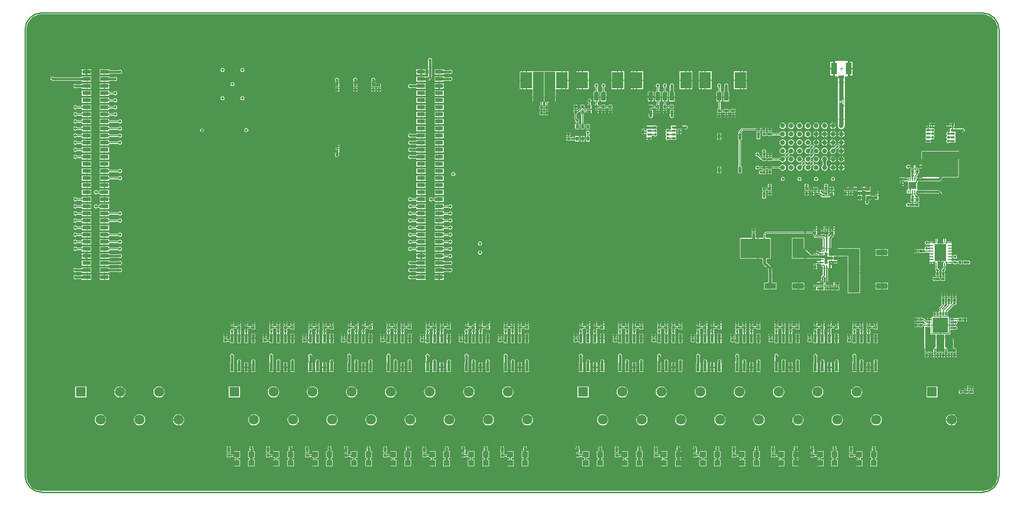
<source format=gtl>
G04*
G04 #@! TF.GenerationSoftware,Altium Limited,Altium Designer,20.0.13 (296)*
G04*
G04 Layer_Physical_Order=1*
G04 Layer_Color=255*
%FSLAX25Y25*%
%MOIN*%
G70*
G01*
G75*
%ADD10C,0.00787*%
%ADD11C,0.00394*%
%ADD12C,0.03937*%
%ADD13C,0.00984*%
%ADD14C,0.01575*%
%ADD15C,0.00500*%
%ADD16C,0.01968*%
%ADD18C,0.00197*%
%ADD19C,0.01000*%
%ADD20C,0.00079*%
%ADD21C,0.00394*%
%ADD23R,0.08071X0.12008*%
G04:AMPARAMS|DCode=24|XSize=23.62mil|YSize=9.45mil|CornerRadius=0.94mil|HoleSize=0mil|Usage=FLASHONLY|Rotation=90.000|XOffset=0mil|YOffset=0mil|HoleType=Round|Shape=RoundedRectangle|*
%AMROUNDEDRECTD24*
21,1,0.02362,0.00756,0,0,90.0*
21,1,0.02173,0.00945,0,0,90.0*
1,1,0.00189,0.00378,0.01087*
1,1,0.00189,0.00378,-0.01087*
1,1,0.00189,-0.00378,-0.01087*
1,1,0.00189,-0.00378,0.01087*
%
%ADD24ROUNDEDRECTD24*%
G04:AMPARAMS|DCode=25|XSize=23.62mil|YSize=9.45mil|CornerRadius=0.94mil|HoleSize=0mil|Usage=FLASHONLY|Rotation=0.000|XOffset=0mil|YOffset=0mil|HoleType=Round|Shape=RoundedRectangle|*
%AMROUNDEDRECTD25*
21,1,0.02362,0.00756,0,0,0.0*
21,1,0.02173,0.00945,0,0,0.0*
1,1,0.00189,0.01087,-0.00378*
1,1,0.00189,-0.01087,-0.00378*
1,1,0.00189,-0.01087,0.00378*
1,1,0.00189,0.01087,0.00378*
%
%ADD25ROUNDEDRECTD25*%
%ADD26R,0.03937X0.01575*%
%ADD27R,0.02165X0.00984*%
%ADD28R,0.00984X0.02165*%
%ADD29R,0.02756X0.00886*%
%ADD30R,0.00984X0.02264*%
%ADD31R,0.01575X0.04921*%
%ADD32R,0.05709X0.01575*%
%ADD33R,0.05512X0.05118*%
%ADD34R,0.00984X0.01968*%
%ADD35R,0.07874X0.13780*%
%ADD36R,0.01968X0.03150*%
%ADD37R,0.01575X0.01575*%
%ADD38R,0.01575X0.01575*%
%ADD39R,0.05787X0.02913*%
%ADD40R,0.25591X0.12520*%
%ADD41R,0.02047X0.01850*%
%ADD42R,0.01968X0.01181*%
%ADD43R,0.01181X0.01968*%
%ADD44R,0.11024X0.11024*%
%ADD45R,0.01968X0.03937*%
%ADD46R,0.03150X0.01575*%
%ADD47R,0.03937X0.03937*%
%ADD48R,0.02362X0.01968*%
%ADD49R,0.03150X0.03150*%
%ADD50R,0.01968X0.05906*%
%ADD51R,0.01850X0.02047*%
%ADD52R,0.08268X0.11811*%
G04:AMPARAMS|DCode=53|XSize=62.99mil|YSize=31.89mil|CornerRadius=3.19mil|HoleSize=0mil|Usage=FLASHONLY|Rotation=270.000|XOffset=0mil|YOffset=0mil|HoleType=Round|Shape=RoundedRectangle|*
%AMROUNDEDRECTD53*
21,1,0.06299,0.02551,0,0,270.0*
21,1,0.05661,0.03189,0,0,270.0*
1,1,0.00638,-0.01276,-0.02831*
1,1,0.00638,-0.01276,0.02831*
1,1,0.00638,0.01276,0.02831*
1,1,0.00638,0.01276,-0.02831*
%
%ADD53ROUNDEDRECTD53*%
%ADD54R,0.03937X0.02362*%
%ADD55R,0.03937X0.07874*%
%ADD56R,0.07874X0.03937*%
%ADD57C,0.03543*%
%ADD100C,0.02953*%
%ADD102C,0.02953*%
%ADD103C,0.01181*%
%ADD104R,0.07087X0.07087*%
%ADD105C,0.07087*%
%ADD106C,0.19685*%
%ADD107C,0.01968*%
G36*
X665499Y325583D02*
X666867Y325217D01*
X668176Y324674D01*
X669403Y323966D01*
X670527Y323104D01*
X671529Y322102D01*
X672391Y320978D01*
X673100Y319751D01*
X673642Y318442D01*
X674009Y317074D01*
X674193Y315669D01*
Y314961D01*
Y0D01*
Y-708D01*
X674008Y-2113D01*
X673642Y-3481D01*
X673100Y-4790D01*
X672391Y-6017D01*
X671529Y-7141D01*
X670527Y-8143D01*
X669403Y-9005D01*
X668176Y-9714D01*
X666867Y-10256D01*
X665499Y-10623D01*
X664094Y-10808D01*
X663386D01*
X0Y-10808D01*
X-708D01*
X-2113Y-10623D01*
X-3481Y-10256D01*
X-4790Y-9714D01*
X-6017Y-9005D01*
X-7141Y-8143D01*
X-8143Y-7141D01*
X-9005Y-6017D01*
X-9714Y-4790D01*
X-10256Y-3481D01*
X-10623Y-2113D01*
X-10808Y-708D01*
X-10808Y-0D01*
Y314961D01*
X-10808Y315669D01*
X-10623Y317074D01*
X-10256Y318442D01*
X-9714Y319751D01*
X-9005Y320978D01*
X-8143Y322102D01*
X-7141Y323104D01*
X-6017Y323966D01*
X-4790Y324674D01*
X-3481Y325217D01*
X-2113Y325583D01*
X-708Y325768D01*
X664094D01*
X665499Y325583D01*
D02*
G37*
%LPC*%
G36*
X558268Y292126D02*
X556102D01*
Y287992D01*
X558268D01*
Y292126D01*
D02*
G37*
G36*
X571850D02*
X569685D01*
Y287992D01*
X571850D01*
Y292126D01*
D02*
G37*
G36*
X283172Y286969D02*
X283160Y286964D01*
X283119Y286966D01*
X283089Y286949D01*
X277004D01*
Y283248D01*
X283078D01*
X283089Y283248D01*
X283119Y283231D01*
X283160Y283233D01*
X283172Y283228D01*
X283578Y283248D01*
X283578Y283475D01*
X283904Y283806D01*
X284013Y283831D01*
X284475Y283879D01*
X284756Y283885D01*
X284777Y283894D01*
X287361D01*
X287501Y283801D01*
X288039Y283694D01*
X288577Y283801D01*
X289032Y284105D01*
X289337Y284561D01*
X289444Y285099D01*
X289337Y285636D01*
X289032Y286092D01*
X288577Y286397D01*
X288039Y286503D01*
X287501Y286397D01*
X287361Y286303D01*
X284777D01*
X284756Y286312D01*
X284468Y286318D01*
X284225Y286336D01*
X284020Y286365D01*
X283904Y286391D01*
X283578Y286721D01*
Y286949D01*
X283172Y286969D01*
D02*
G37*
G36*
X46952D02*
X46939Y286964D01*
X46897Y286966D01*
X46867Y286949D01*
X40783D01*
Y283248D01*
X46858D01*
X46869Y283248D01*
X46900Y283231D01*
X46940Y283232D01*
X46952Y283228D01*
X47357Y283248D01*
X47357Y283475D01*
X47667Y283819D01*
X47802Y283851D01*
X48006Y283880D01*
X48248Y283898D01*
X48536Y283905D01*
X48557Y283914D01*
X54470D01*
X54580Y283840D01*
X55118Y283733D01*
X55656Y283840D01*
X56112Y284144D01*
X56416Y284600D01*
X56523Y285138D01*
X56416Y285675D01*
X56112Y286131D01*
X55656Y286436D01*
X55118Y286543D01*
X54580Y286436D01*
X54411Y286322D01*
X48557D01*
X48536Y286332D01*
X48247Y286338D01*
X48003Y286355D01*
X47797Y286383D01*
X47700Y286404D01*
X47357Y286721D01*
Y286949D01*
X46952Y286969D01*
D02*
G37*
G36*
X270878Y286949D02*
X267984D01*
Y285492D01*
X270878D01*
Y286949D01*
D02*
G37*
G36*
X267197D02*
X264303D01*
Y285492D01*
X267197D01*
Y286949D01*
D02*
G37*
G36*
X34657D02*
X31764D01*
Y285492D01*
X34657D01*
Y286949D01*
D02*
G37*
G36*
X30977D02*
X28083D01*
Y285492D01*
X30977D01*
Y286949D01*
D02*
G37*
G36*
X362205Y285466D02*
X354528D01*
X354331Y285384D01*
X354134Y285466D01*
X346457D01*
X346366Y285428D01*
X346358Y285433D01*
Y285433D01*
X342224D01*
Y279134D01*
Y272835D01*
X346030D01*
Y264173D01*
X346155Y263872D01*
X346457Y263747D01*
X351830D01*
X351835Y263737D01*
Y261690D01*
X351818Y261653D01*
X351815Y261514D01*
X351805Y261407D01*
X351792Y261323D01*
X351776Y261265D01*
X351774Y261260D01*
X351319D01*
Y258425D01*
X351774D01*
X351776Y258420D01*
X351792Y258362D01*
X351805Y258278D01*
X351815Y258171D01*
X351818Y258032D01*
X351835Y257995D01*
Y257753D01*
X351818Y257716D01*
X351815Y257577D01*
X351805Y257470D01*
X351792Y257386D01*
X351776Y257328D01*
X351774Y257323D01*
X351319D01*
Y254488D01*
X353957D01*
Y257323D01*
X353502D01*
X353500Y257328D01*
X353484Y257386D01*
X353470Y257470D01*
X353461Y257577D01*
X353457Y257716D01*
X353441Y257753D01*
Y257995D01*
X353457Y258032D01*
X353461Y258172D01*
X353470Y258278D01*
X353484Y258362D01*
X353500Y258420D01*
X353502Y258425D01*
X353957D01*
Y261260D01*
X353502D01*
X353500Y261265D01*
X353484Y261323D01*
X353470Y261407D01*
X353461Y261514D01*
X353457Y261653D01*
X353441Y261690D01*
Y263736D01*
X353445Y263747D01*
X354134D01*
X354331Y263829D01*
X354528Y263747D01*
X355216Y263747D01*
X355221Y263736D01*
Y261690D01*
X355204Y261653D01*
X355200Y261514D01*
X355191Y261407D01*
X355177Y261323D01*
X355162Y261265D01*
X355160Y261260D01*
X354705D01*
Y258425D01*
X355160D01*
X355162Y258420D01*
X355177Y258362D01*
X355191Y258278D01*
X355200Y258171D01*
X355204Y258032D01*
X355221Y257995D01*
Y257753D01*
X355204Y257716D01*
X355200Y257577D01*
X355191Y257470D01*
X355177Y257386D01*
X355162Y257328D01*
X355160Y257323D01*
X354705D01*
Y254488D01*
X357343D01*
Y257323D01*
X356887D01*
X356885Y257328D01*
X356870Y257386D01*
X356856Y257470D01*
X356847Y257577D01*
X356843Y257716D01*
X356826Y257753D01*
Y257995D01*
X356843Y258032D01*
X356847Y258172D01*
X356856Y258278D01*
X356870Y258362D01*
X356885Y258420D01*
X356887Y258425D01*
X357343D01*
Y261260D01*
X356887D01*
X356885Y261265D01*
X356870Y261323D01*
X356856Y261407D01*
X356847Y261514D01*
X356843Y261653D01*
X356826Y261690D01*
Y263249D01*
X357322Y263747D01*
X362205Y263747D01*
X362506Y263872D01*
X362631Y264173D01*
X362631Y272835D01*
X366437D01*
Y279134D01*
Y285433D01*
X362303D01*
Y285433D01*
X362296Y285428D01*
X362205Y285466D01*
D02*
G37*
G36*
X141516Y287905D02*
X140978Y287798D01*
X140522Y287493D01*
X140218Y287038D01*
X140111Y286500D01*
X140218Y285962D01*
X140522Y285507D01*
X140978Y285202D01*
X141516Y285095D01*
X142053Y285202D01*
X142509Y285507D01*
X142814Y285962D01*
X142920Y286500D01*
X142814Y287038D01*
X142509Y287493D01*
X142053Y287798D01*
X141516Y287905D01*
D02*
G37*
G36*
X127484D02*
X126947Y287798D01*
X126491Y287493D01*
X126186Y287038D01*
X126079Y286500D01*
X126186Y285962D01*
X126491Y285507D01*
X126947Y285202D01*
X127484Y285095D01*
X128022Y285202D01*
X128478Y285507D01*
X128782Y285962D01*
X128889Y286500D01*
X128782Y287038D01*
X128478Y287493D01*
X128022Y287798D01*
X127484Y287905D01*
D02*
G37*
G36*
X270878Y284705D02*
X267984D01*
Y283248D01*
X270878D01*
Y284705D01*
D02*
G37*
G36*
X267197D02*
X264303D01*
Y283248D01*
X267197D01*
Y284705D01*
D02*
G37*
G36*
X34657Y284705D02*
X31764D01*
Y283248D01*
X34657D01*
Y284705D01*
D02*
G37*
G36*
X30977D02*
X28083D01*
Y283248D01*
X30977D01*
Y284705D01*
D02*
G37*
G36*
X571850Y286811D02*
X569685D01*
Y282677D01*
X571850D01*
Y286811D01*
D02*
G37*
G36*
X558268Y286811D02*
X556102D01*
Y282677D01*
X558268D01*
Y286811D01*
D02*
G37*
G36*
X283172Y281969D02*
X283160Y281964D01*
X283119Y281966D01*
X283089Y281949D01*
X277004D01*
Y278248D01*
X283078D01*
X283089Y278248D01*
X283119Y278231D01*
X283160Y278233D01*
X283172Y278228D01*
X283578Y278248D01*
X283578Y278475D01*
X283904Y278806D01*
X284013Y278831D01*
X284475Y278879D01*
X284756Y278885D01*
X284777Y278894D01*
X287361D01*
X287501Y278801D01*
X288039Y278694D01*
X288577Y278801D01*
X289032Y279105D01*
X289337Y279561D01*
X289444Y280099D01*
X289337Y280636D01*
X289032Y281092D01*
X288577Y281397D01*
X288039Y281503D01*
X287501Y281397D01*
X287361Y281303D01*
X284777D01*
X284756Y281312D01*
X284468Y281318D01*
X284225Y281336D01*
X284020Y281365D01*
X283904Y281391D01*
X283578Y281721D01*
Y281949D01*
X283172Y281969D01*
D02*
G37*
G36*
X46952D02*
X46940Y281964D01*
X46898Y281966D01*
X46868Y281949D01*
X40783D01*
Y278248D01*
X46858D01*
X46868Y278248D01*
X46898Y278231D01*
X46940Y278233D01*
X46952Y278228D01*
X47357Y278248D01*
X47357Y278475D01*
X47683Y278806D01*
X47792Y278831D01*
X48254Y278879D01*
X48536Y278885D01*
X48557Y278894D01*
X51140D01*
X51281Y278801D01*
X51819Y278694D01*
X52356Y278801D01*
X52812Y279105D01*
X53117Y279561D01*
X53223Y280099D01*
X53117Y280636D01*
X52812Y281092D01*
X52356Y281397D01*
X51819Y281503D01*
X51281Y281397D01*
X51140Y281303D01*
X48557D01*
X48536Y281312D01*
X48248Y281318D01*
X48005Y281336D01*
X47800Y281365D01*
X47683Y281391D01*
X47357Y281721D01*
Y281949D01*
X46952Y281969D01*
D02*
G37*
G36*
X273819Y294909D02*
X273281Y294802D01*
X272826Y294497D01*
X272521Y294042D01*
X272414Y293504D01*
X272521Y292966D01*
X272615Y292826D01*
Y282192D01*
X271743Y281320D01*
X271525Y281336D01*
X271320Y281365D01*
X271204Y281391D01*
X270878Y281721D01*
Y281949D01*
X270472Y281969D01*
X270460Y281964D01*
X270419Y281966D01*
X270389Y281949D01*
X264303D01*
Y278248D01*
X270378D01*
X270389Y278248D01*
X270419Y278231D01*
X270460Y278233D01*
X270472Y278228D01*
X270878Y278248D01*
X270878Y278475D01*
X271204Y278806D01*
X271313Y278831D01*
X271775Y278879D01*
X272056Y278885D01*
X272077Y278894D01*
X272224D01*
X272224Y278894D01*
X272685Y278986D01*
X273076Y279247D01*
X274670Y280841D01*
X274932Y281232D01*
X275023Y281693D01*
X275023Y281693D01*
Y292826D01*
X275117Y292966D01*
X275224Y293504D01*
X275117Y294042D01*
X274812Y294497D01*
X274357Y294802D01*
X273819Y294909D01*
D02*
G37*
G36*
X28489Y281969D02*
X28083Y281949D01*
X28083Y281721D01*
X27757Y281391D01*
X27648Y281366D01*
X27186Y281318D01*
X26905Y281312D01*
X26884Y281303D01*
X8635D01*
X8590Y281370D01*
X8134Y281675D01*
X7597Y281782D01*
X7059Y281675D01*
X6603Y281370D01*
X6299Y280915D01*
X6192Y280377D01*
X6299Y279839D01*
X6603Y279384D01*
X7059Y279079D01*
X7366Y279018D01*
X7414Y278986D01*
X7875Y278894D01*
X26884D01*
X26905Y278885D01*
X27193Y278879D01*
X27436Y278861D01*
X27641Y278832D01*
X27757Y278806D01*
X28083Y278475D01*
Y278248D01*
X28489Y278228D01*
X28501Y278233D01*
X28542Y278231D01*
X28572Y278248D01*
X34657D01*
Y281949D01*
X28583D01*
X28572Y281949D01*
X28542Y281966D01*
X28501Y281964D01*
X28489Y281969D01*
D02*
G37*
G36*
X424114Y285433D02*
X419980D01*
Y279528D01*
X424114D01*
Y285433D01*
D02*
G37*
G36*
X419193D02*
X415059D01*
Y279528D01*
X419193D01*
Y285433D01*
D02*
G37*
G36*
X371358D02*
X367224D01*
Y279528D01*
X371358D01*
Y285433D01*
D02*
G37*
G36*
X410728D02*
X406595D01*
Y279528D01*
X410728D01*
Y285433D01*
D02*
G37*
G36*
X385728D02*
X381594D01*
Y279528D01*
X385728D01*
Y285433D01*
D02*
G37*
G36*
X341437D02*
X337303D01*
Y279528D01*
X341437D01*
Y285433D01*
D02*
G37*
G36*
X405807D02*
X401673D01*
Y279528D01*
X405807D01*
Y285433D01*
D02*
G37*
G36*
X380807D02*
X376673D01*
Y279528D01*
X380807D01*
Y285433D01*
D02*
G37*
G36*
X497342D02*
X493209D01*
Y279527D01*
X497342D01*
Y285433D01*
D02*
G37*
G36*
X472342D02*
X468209D01*
Y279527D01*
X472342D01*
Y285433D01*
D02*
G37*
G36*
X492421D02*
X488287D01*
Y279527D01*
X492421D01*
Y285433D01*
D02*
G37*
G36*
X467421D02*
X463287D01*
Y279527D01*
X467421D01*
Y285433D01*
D02*
G37*
G36*
X458957D02*
X454823D01*
Y279527D01*
X458957D01*
Y285433D01*
D02*
G37*
G36*
X454035D02*
X449902D01*
Y279527D01*
X454035D01*
Y285433D01*
D02*
G37*
G36*
X264709Y276969D02*
X264303Y276949D01*
X264303Y276722D01*
X263978Y276391D01*
X263869Y276366D01*
X263407Y276318D01*
X263125Y276312D01*
X263104Y276303D01*
X260521D01*
X260380Y276396D01*
X259842Y276503D01*
X259305Y276396D01*
X258849Y276092D01*
X258544Y275636D01*
X258438Y275098D01*
X258544Y274561D01*
X258849Y274105D01*
X259305Y273800D01*
X259842Y273693D01*
X260380Y273800D01*
X260521Y273894D01*
X263104D01*
X263125Y273885D01*
X263413Y273879D01*
X263656Y273861D01*
X263861Y273832D01*
X263978Y273806D01*
X264303Y273475D01*
Y273248D01*
X264709Y273228D01*
X264721Y273233D01*
X264763Y273231D01*
X264793Y273248D01*
X270878D01*
Y276949D01*
X264804D01*
X264792Y276949D01*
X264763Y276966D01*
X264721Y276964D01*
X264709Y276969D01*
D02*
G37*
G36*
X28489D02*
X28083Y276949D01*
X28083Y276722D01*
X27757Y276391D01*
X27648Y276366D01*
X27186Y276318D01*
X26905Y276312D01*
X26884Y276303D01*
X24300D01*
X24160Y276396D01*
X23622Y276503D01*
X23084Y276396D01*
X22629Y276092D01*
X22324Y275636D01*
X22217Y275098D01*
X22324Y274561D01*
X22629Y274105D01*
X23084Y273800D01*
X23622Y273693D01*
X24160Y273800D01*
X24300Y273894D01*
X26884D01*
X26905Y273885D01*
X27193Y273879D01*
X27436Y273861D01*
X27641Y273832D01*
X27757Y273806D01*
X28083Y273475D01*
Y273248D01*
X28489Y273228D01*
X28501Y273233D01*
X28542Y273231D01*
X28572Y273248D01*
X34657D01*
Y276949D01*
X28583D01*
X28572Y276949D01*
X28542Y276966D01*
X28501Y276964D01*
X28489Y276969D01*
D02*
G37*
G36*
X47357Y276949D02*
X44464D01*
Y275492D01*
X47357D01*
Y276949D01*
D02*
G37*
G36*
X43676D02*
X40783D01*
Y275492D01*
X43676D01*
Y276949D01*
D02*
G37*
G36*
X283578D02*
X280684D01*
Y275492D01*
X283578D01*
Y276949D01*
D02*
G37*
G36*
X279897D02*
X277004D01*
Y275492D01*
X279897D01*
Y276949D01*
D02*
G37*
G36*
X134500Y277905D02*
X133962Y277798D01*
X133507Y277493D01*
X133202Y277038D01*
X133095Y276500D01*
X133202Y275962D01*
X133507Y275507D01*
X133962Y275202D01*
X134500Y275095D01*
X135038Y275202D01*
X135494Y275507D01*
X135798Y275962D01*
X135905Y276500D01*
X135798Y277038D01*
X135494Y277493D01*
X135038Y277798D01*
X134500Y277905D01*
D02*
G37*
G36*
X221000Y280932D02*
X220462Y280826D01*
X220007Y280521D01*
X219702Y280065D01*
X219595Y279528D01*
X219702Y278990D01*
X219796Y278850D01*
Y278402D01*
X219787Y278380D01*
X219778Y277823D01*
X219752Y277404D01*
X219735Y277254D01*
X219726Y277205D01*
X219583Y277205D01*
X219562Y276799D01*
X219583Y276750D01*
X219583Y276705D01*
Y274567D01*
X222417D01*
Y276705D01*
X222417Y276750D01*
X222438Y276799D01*
X222417Y277205D01*
X222274D01*
X222267Y277242D01*
X222216Y278089D01*
X222214Y278377D01*
X222204Y278399D01*
Y278850D01*
X222298Y278990D01*
X222405Y279528D01*
X222298Y280065D01*
X221993Y280521D01*
X221538Y280826D01*
X221000Y280932D01*
D02*
G37*
G36*
X208244D02*
X207706Y280826D01*
X207251Y280521D01*
X206946Y280065D01*
X206839Y279528D01*
X206946Y278990D01*
X207040Y278850D01*
Y278402D01*
X207031Y278380D01*
X207022Y277823D01*
X206996Y277403D01*
X206979Y277254D01*
X206970Y277205D01*
X206827Y277205D01*
X206806Y276799D01*
X206827Y276750D01*
X206827Y276705D01*
Y274567D01*
X209661D01*
Y276705D01*
X209661Y276750D01*
X209682Y276799D01*
X209661Y277205D01*
X209518D01*
X209511Y277242D01*
X209460Y278089D01*
X209458Y278377D01*
X209448Y278399D01*
Y278850D01*
X209542Y278990D01*
X209649Y279528D01*
X209542Y280065D01*
X209238Y280521D01*
X208782Y280826D01*
X208244Y280932D01*
D02*
G37*
G36*
X233756D02*
X233218Y280826D01*
X232762Y280521D01*
X232458Y280065D01*
X232351Y279528D01*
X232458Y278990D01*
X232552Y278850D01*
Y278402D01*
X232542Y278380D01*
X232534Y277823D01*
X232508Y277404D01*
X232490Y277254D01*
X232482Y277205D01*
X232339Y277205D01*
X232318Y276799D01*
X232339Y276750D01*
X232339Y276705D01*
Y274567D01*
X234673D01*
X234718Y274567D01*
X234768Y274547D01*
X235173Y274567D01*
Y274613D01*
X235782Y274653D01*
X236276Y274567D01*
X236681Y274547D01*
X236731Y274567D01*
X239110D01*
Y277205D01*
X236776D01*
X236731Y277205D01*
X236681Y277225D01*
X236276Y277205D01*
Y277158D01*
X235667Y277119D01*
X235173Y277205D01*
X234999Y277633D01*
X234972Y278089D01*
X234969Y278377D01*
X234960Y278399D01*
Y278850D01*
X235054Y278990D01*
X235161Y279528D01*
X235054Y280065D01*
X234749Y280521D01*
X234294Y280826D01*
X233756Y280932D01*
D02*
G37*
G36*
X283578Y274705D02*
X280684D01*
Y273248D01*
X283578D01*
Y274705D01*
D02*
G37*
G36*
X279897D02*
X277004D01*
Y273248D01*
X279897D01*
Y274705D01*
D02*
G37*
G36*
X47357Y274705D02*
X44464D01*
Y273248D01*
X47357D01*
Y274705D01*
D02*
G37*
G36*
X43676D02*
X40783D01*
Y273248D01*
X43676D01*
Y274705D01*
D02*
G37*
G36*
X235173Y273819D02*
X234150D01*
Y272894D01*
X235173D01*
Y273819D01*
D02*
G37*
G36*
X239110D02*
X238087D01*
Y272894D01*
X239110D01*
Y273819D01*
D02*
G37*
G36*
X222417D02*
X221394D01*
Y272894D01*
X222417D01*
Y273819D01*
D02*
G37*
G36*
X209661D02*
X208638D01*
Y272894D01*
X209661D01*
Y273819D01*
D02*
G37*
G36*
X207850D02*
X206827D01*
Y272894D01*
X207850D01*
Y273819D01*
D02*
G37*
G36*
X220606D02*
X219583D01*
Y272894D01*
X220606D01*
Y273819D01*
D02*
G37*
G36*
X237299D02*
X236276D01*
Y272894D01*
X237299D01*
Y273819D01*
D02*
G37*
G36*
X233362D02*
X232339D01*
Y272894D01*
X233362D01*
Y273819D01*
D02*
G37*
G36*
X497342Y278740D02*
X493209D01*
Y272835D01*
X497342D01*
Y278740D01*
D02*
G37*
G36*
X492421D02*
X488287D01*
Y272835D01*
X492421D01*
Y278740D01*
D02*
G37*
G36*
X472342D02*
X468209D01*
Y272835D01*
X472342D01*
Y278740D01*
D02*
G37*
G36*
X467421D02*
X463287D01*
Y272835D01*
X467421D01*
Y278740D01*
D02*
G37*
G36*
X458957Y278740D02*
X454823D01*
Y272835D01*
X458957D01*
Y278740D01*
D02*
G37*
G36*
X454035D02*
X449902D01*
Y272835D01*
X454035D01*
Y278740D01*
D02*
G37*
G36*
X424114Y278740D02*
X419980D01*
Y272835D01*
X424114D01*
Y278740D01*
D02*
G37*
G36*
X419193D02*
X415059D01*
Y272835D01*
X419193D01*
Y278740D01*
D02*
G37*
G36*
X410728Y278740D02*
X406595D01*
Y272835D01*
X410728D01*
Y278740D01*
D02*
G37*
G36*
X405807D02*
X401673D01*
Y272835D01*
X405807D01*
Y278740D01*
D02*
G37*
G36*
X385728D02*
X381594D01*
Y272835D01*
X385728D01*
Y278740D01*
D02*
G37*
G36*
X380807D02*
X376673D01*
Y272835D01*
X380807D01*
Y278740D01*
D02*
G37*
G36*
X371358D02*
X367224D01*
Y272835D01*
X371358D01*
Y278740D01*
D02*
G37*
G36*
X341437D02*
X337303D01*
Y272835D01*
X341437D01*
Y278740D01*
D02*
G37*
G36*
X239110Y272106D02*
X238087D01*
Y271181D01*
X239110D01*
Y272106D01*
D02*
G37*
G36*
X237299D02*
X236276D01*
Y271181D01*
X237299D01*
Y272106D01*
D02*
G37*
G36*
X235173D02*
X234150D01*
Y271181D01*
X235173D01*
Y272106D01*
D02*
G37*
G36*
X233362D02*
X232339D01*
Y271181D01*
X233362D01*
Y272106D01*
D02*
G37*
G36*
X222417D02*
X221394D01*
Y271181D01*
X222417D01*
Y272106D01*
D02*
G37*
G36*
X220606D02*
X219583D01*
Y271181D01*
X220606D01*
Y272106D01*
D02*
G37*
G36*
X209661D02*
X208638D01*
Y271181D01*
X209661D01*
Y272106D01*
D02*
G37*
G36*
X207850D02*
X206827D01*
Y271181D01*
X207850D01*
Y272106D01*
D02*
G37*
G36*
X47357Y271949D02*
X40783D01*
Y268248D01*
X47357D01*
Y269231D01*
X47372Y269237D01*
X47428Y269252D01*
X47510Y269266D01*
X47614Y269275D01*
X47750Y269279D01*
X47788Y269296D01*
X50276D01*
X50313Y269279D01*
X50397Y269276D01*
X50463Y269270D01*
X50522Y269260D01*
X50576Y269247D01*
X50624Y269232D01*
X50668Y269213D01*
X50707Y269192D01*
X50744Y269168D01*
X50778Y269142D01*
X50824Y269098D01*
X50849Y269089D01*
X51281Y268800D01*
X51819Y268693D01*
X52356Y268800D01*
X52812Y269105D01*
X53117Y269561D01*
X53223Y270098D01*
X53117Y270636D01*
X52812Y271092D01*
X52356Y271396D01*
X51819Y271503D01*
X51281Y271396D01*
X50849Y271108D01*
X50824Y271099D01*
X50778Y271055D01*
X50744Y271029D01*
X50707Y271005D01*
X50668Y270984D01*
X50624Y270965D01*
X50576Y270950D01*
X50522Y270937D01*
X50463Y270927D01*
X50397Y270921D01*
X50313Y270918D01*
X50276Y270901D01*
X47788D01*
X47750Y270918D01*
X47614Y270922D01*
X47510Y270931D01*
X47428Y270944D01*
X47372Y270960D01*
X47357Y270966D01*
Y271949D01*
D02*
G37*
G36*
X283578D02*
X277004D01*
Y268248D01*
X283578D01*
Y271949D01*
D02*
G37*
G36*
X270878D02*
X264303D01*
Y268248D01*
X270878D01*
Y271949D01*
D02*
G37*
G36*
X34657D02*
X28083D01*
Y268248D01*
X34657D01*
Y271949D01*
D02*
G37*
G36*
X430902Y271274D02*
X430020D01*
Y268110D01*
X431628D01*
Y270547D01*
X431573Y270825D01*
X431415Y271061D01*
X431180Y271218D01*
X430902Y271274D01*
D02*
G37*
G36*
X429232D02*
X428350D01*
X428072Y271218D01*
X427837Y271061D01*
X427679Y270825D01*
X427624Y270547D01*
Y268110D01*
X429232D01*
Y271274D01*
D02*
G37*
G36*
X141516Y267905D02*
X140978Y267798D01*
X140522Y267493D01*
X140218Y267038D01*
X140111Y266500D01*
X140218Y265962D01*
X140522Y265507D01*
X140978Y265202D01*
X141516Y265095D01*
X142053Y265202D01*
X142509Y265507D01*
X142814Y265962D01*
X142920Y266500D01*
X142814Y267038D01*
X142509Y267493D01*
X142053Y267798D01*
X141516Y267905D01*
D02*
G37*
G36*
X127484D02*
X126947Y267798D01*
X126491Y267493D01*
X126186Y267038D01*
X126079Y266500D01*
X126186Y265962D01*
X126491Y265507D01*
X126947Y265202D01*
X127484Y265095D01*
X128022Y265202D01*
X128478Y265507D01*
X128782Y265962D01*
X128889Y266500D01*
X128782Y267038D01*
X128478Y267493D01*
X128022Y267798D01*
X127484Y267905D01*
D02*
G37*
G36*
X482776Y276870D02*
X482238Y276763D01*
X481782Y276458D01*
X481478Y276002D01*
X481371Y275465D01*
Y272848D01*
X481365Y272835D01*
X481360Y272517D01*
X481321Y271968D01*
X481289Y271749D01*
X481250Y271559D01*
X481204Y271403D01*
X481155Y271283D01*
X481108Y271199D01*
X481069Y271149D01*
X481004Y271094D01*
X480995Y271077D01*
X480977Y271070D01*
X480953Y271012D01*
X480829Y270825D01*
X480773Y270547D01*
Y264886D01*
X480829Y264608D01*
X480986Y264372D01*
X481222Y264215D01*
X481500Y264159D01*
X484051D01*
X484329Y264215D01*
X484565Y264372D01*
X484722Y264608D01*
X484778Y264886D01*
Y270547D01*
X484722Y270825D01*
X484598Y271012D01*
X484574Y271070D01*
X484556Y271077D01*
X484547Y271094D01*
X484482Y271149D01*
X484443Y271199D01*
X484396Y271283D01*
X484347Y271403D01*
X484302Y271559D01*
X484262Y271749D01*
X484230Y271968D01*
X484191Y272517D01*
X484186Y272835D01*
X484180Y272848D01*
Y275465D01*
X484074Y276002D01*
X483769Y276458D01*
X483313Y276763D01*
X482776Y276870D01*
D02*
G37*
G36*
X444390D02*
X443852Y276763D01*
X443396Y276458D01*
X443092Y276002D01*
X442985Y275465D01*
Y272848D01*
X442979Y272835D01*
X442975Y272517D01*
X442935Y271968D01*
X442904Y271749D01*
X442864Y271559D01*
X442818Y271403D01*
X442769Y271283D01*
X442722Y271199D01*
X442683Y271149D01*
X442618Y271094D01*
X442609Y271077D01*
X442592Y271070D01*
X442568Y271012D01*
X442443Y270825D01*
X442388Y270547D01*
Y264886D01*
X442443Y264608D01*
X442600Y264372D01*
X442836Y264215D01*
X443114Y264159D01*
X445665D01*
X445943Y264215D01*
X446179Y264372D01*
X446337Y264608D01*
X446392Y264886D01*
Y270547D01*
X446337Y270825D01*
X446212Y271012D01*
X446188Y271070D01*
X446170Y271077D01*
X446162Y271094D01*
X446097Y271149D01*
X446057Y271199D01*
X446010Y271283D01*
X445962Y271403D01*
X445916Y271559D01*
X445876Y271749D01*
X445844Y271968D01*
X445805Y272517D01*
X445800Y272835D01*
X445795Y272848D01*
Y275465D01*
X445688Y276002D01*
X445383Y276458D01*
X444927Y276763D01*
X444390Y276870D01*
D02*
G37*
G36*
X431628Y267323D02*
X430020D01*
Y264159D01*
X430902D01*
X431180Y264215D01*
X431415Y264372D01*
X431573Y264608D01*
X431628Y264886D01*
Y267323D01*
D02*
G37*
G36*
X429232D02*
X427624D01*
Y264886D01*
X427679Y264608D01*
X427837Y264372D01*
X428072Y264215D01*
X428350Y264159D01*
X429232D01*
Y267323D01*
D02*
G37*
G36*
X396161Y276870D02*
X395624Y276763D01*
X395168Y276458D01*
X394863Y276002D01*
X394757Y275465D01*
X394863Y274927D01*
X395152Y274495D01*
X395161Y274471D01*
X395204Y274425D01*
X395231Y274390D01*
X395255Y274354D01*
X395276Y274314D01*
X395294Y274270D01*
X395310Y274222D01*
X395323Y274168D01*
X395333Y274109D01*
X395339Y274044D01*
X395342Y273959D01*
X395359Y273922D01*
Y271696D01*
X395342Y271659D01*
X395338Y271520D01*
X395329Y271413D01*
X395315Y271329D01*
X395300Y271274D01*
X394886D01*
X394608Y271218D01*
X394372Y271061D01*
X394215Y270825D01*
X394159Y270547D01*
Y264886D01*
X394215Y264608D01*
X394372Y264372D01*
X394608Y264215D01*
X394886Y264159D01*
X397437D01*
X397715Y264215D01*
X397951Y264372D01*
X398108Y264608D01*
X398164Y264886D01*
Y270547D01*
X398108Y270825D01*
X397951Y271061D01*
X397715Y271218D01*
X397437Y271274D01*
X397022D01*
X397008Y271329D01*
X396994Y271413D01*
X396985Y271520D01*
X396981Y271659D01*
X396964Y271696D01*
Y273922D01*
X396981Y273959D01*
X396984Y274044D01*
X396990Y274109D01*
X397000Y274168D01*
X397012Y274222D01*
X397028Y274270D01*
X397047Y274314D01*
X397068Y274354D01*
X397092Y274390D01*
X397118Y274425D01*
X397162Y274471D01*
X397171Y274495D01*
X397459Y274927D01*
X397566Y275465D01*
X397459Y276002D01*
X397155Y276458D01*
X396699Y276763D01*
X396161Y276870D01*
D02*
G37*
G36*
X47357Y266949D02*
X40783D01*
Y263248D01*
X47357D01*
Y264231D01*
X47372Y264237D01*
X47428Y264252D01*
X47510Y264266D01*
X47614Y264275D01*
X47750Y264279D01*
X47788Y264296D01*
X50276D01*
X50313Y264279D01*
X50397Y264276D01*
X50463Y264270D01*
X50522Y264260D01*
X50576Y264247D01*
X50624Y264231D01*
X50668Y264213D01*
X50707Y264192D01*
X50744Y264168D01*
X50778Y264142D01*
X50824Y264098D01*
X50849Y264089D01*
X51281Y263801D01*
X51819Y263693D01*
X52356Y263801D01*
X52812Y264105D01*
X53117Y264561D01*
X53223Y265099D01*
X53117Y265636D01*
X52812Y266092D01*
X52356Y266396D01*
X51819Y266503D01*
X51281Y266396D01*
X50849Y266108D01*
X50824Y266099D01*
X50778Y266055D01*
X50744Y266029D01*
X50707Y266005D01*
X50668Y265984D01*
X50624Y265965D01*
X50576Y265950D01*
X50522Y265937D01*
X50463Y265927D01*
X50397Y265921D01*
X50313Y265918D01*
X50276Y265901D01*
X47788D01*
X47750Y265918D01*
X47614Y265922D01*
X47510Y265931D01*
X47428Y265945D01*
X47372Y265960D01*
X47357Y265966D01*
Y266949D01*
D02*
G37*
G36*
X283578D02*
X277004D01*
Y263248D01*
X283578D01*
Y266949D01*
D02*
G37*
G36*
X270878D02*
X264303D01*
Y263248D01*
X270878D01*
Y266949D01*
D02*
G37*
G36*
X34657D02*
X28083D01*
Y263248D01*
X34657D01*
Y266949D01*
D02*
G37*
G36*
X434547Y276870D02*
X434010Y276763D01*
X433554Y276458D01*
X433249Y276002D01*
X433142Y275465D01*
X433249Y274927D01*
X433538Y274495D01*
X433547Y274471D01*
X433590Y274425D01*
X433617Y274390D01*
X433641Y274354D01*
X433662Y274314D01*
X433680Y274270D01*
X433696Y274222D01*
X433709Y274168D01*
X433719Y274109D01*
X433725Y274044D01*
X433728Y273959D01*
X433744Y273922D01*
Y271696D01*
X433728Y271659D01*
X433724Y271520D01*
X433715Y271413D01*
X433701Y271329D01*
X433686Y271274D01*
X433272D01*
X432994Y271218D01*
X432758Y271061D01*
X432600Y270825D01*
X432545Y270547D01*
Y264886D01*
X432600Y264608D01*
X432758Y264372D01*
X432994Y264215D01*
X433272Y264159D01*
X433686D01*
X433701Y264104D01*
X433715Y264020D01*
X433724Y263913D01*
X433728Y263774D01*
X433744Y263737D01*
Y262132D01*
X433728Y262094D01*
X433724Y261957D01*
X433715Y261853D01*
X433701Y261772D01*
X433686Y261715D01*
X433680Y261701D01*
X433130D01*
Y261246D01*
X433125Y261244D01*
X433067Y261228D01*
X432983Y261214D01*
X432876Y261205D01*
X432737Y261202D01*
X432699Y261185D01*
X431474D01*
X431436Y261202D01*
X431297Y261205D01*
X431190Y261214D01*
X431107Y261228D01*
X431048Y261244D01*
X431043Y261246D01*
Y261701D01*
X428209D01*
Y259063D01*
X431043D01*
Y259518D01*
X431048Y259520D01*
X431107Y259536D01*
X431190Y259549D01*
X431297Y259559D01*
X431436Y259562D01*
X431474Y259579D01*
X432699D01*
X432737Y259562D01*
X432876Y259559D01*
X432983Y259549D01*
X433067Y259536D01*
X433125Y259520D01*
X433130Y259518D01*
Y259063D01*
X435965D01*
Y261701D01*
X435414D01*
X435408Y261715D01*
X435393Y261771D01*
X435380Y261853D01*
X435370Y261957D01*
X435367Y262094D01*
X435350Y262132D01*
Y263737D01*
X435367Y263774D01*
X435371Y263913D01*
X435380Y264020D01*
X435393Y264104D01*
X435408Y264159D01*
X435823D01*
X436101Y264215D01*
X436337Y264372D01*
X436494Y264608D01*
X436549Y264886D01*
Y270547D01*
X436494Y270825D01*
X436337Y271061D01*
X436101Y271218D01*
X435823Y271274D01*
X435408D01*
X435393Y271329D01*
X435380Y271413D01*
X435371Y271520D01*
X435367Y271659D01*
X435350Y271696D01*
Y273922D01*
X435367Y273959D01*
X435369Y274044D01*
X435376Y274109D01*
X435385Y274168D01*
X435398Y274222D01*
X435414Y274270D01*
X435433Y274314D01*
X435454Y274354D01*
X435477Y274390D01*
X435504Y274425D01*
X435547Y274471D01*
X435557Y274495D01*
X435845Y274927D01*
X435952Y275465D01*
X435845Y276002D01*
X435541Y276458D01*
X435085Y276763D01*
X434547Y276870D01*
D02*
G37*
G36*
X34657Y261949D02*
X28083D01*
Y260962D01*
X28078Y260960D01*
X28020Y260945D01*
X27936Y260931D01*
X27829Y260922D01*
X27690Y260918D01*
X27652Y260901D01*
X25165D01*
X25128Y260918D01*
X25043Y260921D01*
X24978Y260927D01*
X24918Y260937D01*
X24865Y260950D01*
X24817Y260965D01*
X24773Y260984D01*
X24733Y261005D01*
X24697Y261029D01*
X24662Y261055D01*
X24616Y261099D01*
X24592Y261108D01*
X24160Y261397D01*
X23622Y261503D01*
X23084Y261397D01*
X22629Y261092D01*
X22324Y260636D01*
X22217Y260099D01*
X22324Y259561D01*
X22629Y259105D01*
X23084Y258801D01*
X23622Y258694D01*
X24160Y258801D01*
X24592Y259089D01*
X24616Y259098D01*
X24662Y259142D01*
X24697Y259168D01*
X24733Y259192D01*
X24773Y259213D01*
X24817Y259231D01*
X24865Y259247D01*
X24918Y259260D01*
X24978Y259270D01*
X25043Y259276D01*
X25128Y259279D01*
X25165Y259296D01*
X27652D01*
X27690Y259279D01*
X27829Y259275D01*
X27936Y259266D01*
X28020Y259252D01*
X28078Y259237D01*
X28083Y259235D01*
Y258248D01*
X34657D01*
Y261949D01*
D02*
G37*
G36*
X377894Y261701D02*
X376870D01*
Y260776D01*
X377894D01*
Y261701D01*
D02*
G37*
G36*
X376083D02*
X375059D01*
Y260776D01*
X376083D01*
Y261701D01*
D02*
G37*
G36*
X439468Y276870D02*
X438931Y276763D01*
X438475Y276458D01*
X438170Y276002D01*
X438064Y275465D01*
X438170Y274927D01*
X438459Y274495D01*
X438468Y274471D01*
X438512Y274425D01*
X438538Y274390D01*
X438562Y274354D01*
X438583Y274314D01*
X438602Y274270D01*
X438617Y274222D01*
X438630Y274168D01*
X438640Y274109D01*
X438646Y274044D01*
X438649Y273959D01*
X438666Y273922D01*
Y271696D01*
X438649Y271659D01*
X438645Y271520D01*
X438636Y271413D01*
X438622Y271329D01*
X438608Y271274D01*
X438193D01*
X437915Y271218D01*
X437679Y271061D01*
X437522Y270825D01*
X437466Y270547D01*
Y264886D01*
X437522Y264608D01*
X437679Y264372D01*
X437915Y264215D01*
X438193Y264159D01*
X438608D01*
X438622Y264104D01*
X438636Y264020D01*
X438645Y263913D01*
X438649Y263774D01*
X438666Y263737D01*
Y262132D01*
X438649Y262094D01*
X438645Y261957D01*
X438636Y261853D01*
X438623Y261772D01*
X438607Y261715D01*
X438601Y261701D01*
X438051D01*
Y259063D01*
X440886D01*
Y259518D01*
X440891Y259520D01*
X440949Y259536D01*
X441033Y259549D01*
X441140Y259559D01*
X441279Y259562D01*
X441317Y259579D01*
X442542D01*
X442580Y259562D01*
X442719Y259559D01*
X442826Y259549D01*
X442909Y259536D01*
X442968Y259520D01*
X442972Y259518D01*
Y259063D01*
X445807D01*
Y261701D01*
X442972D01*
Y261246D01*
X442968Y261244D01*
X442909Y261228D01*
X442826Y261214D01*
X442719Y261205D01*
X442580Y261202D01*
X442542Y261185D01*
X441317D01*
X441279Y261202D01*
X441140Y261205D01*
X441033Y261214D01*
X440949Y261228D01*
X440891Y261244D01*
X440886Y261246D01*
Y261701D01*
X440336D01*
X440330Y261715D01*
X440314Y261771D01*
X440301Y261853D01*
X440292Y261957D01*
X440288Y262094D01*
X440271Y262132D01*
Y263737D01*
X440288Y263774D01*
X440292Y263913D01*
X440301Y264020D01*
X440315Y264104D01*
X440330Y264159D01*
X440744D01*
X441022Y264215D01*
X441258Y264372D01*
X441415Y264608D01*
X441471Y264886D01*
Y270547D01*
X441415Y270825D01*
X441258Y271061D01*
X441022Y271218D01*
X440744Y271274D01*
X440330D01*
X440315Y271329D01*
X440301Y271413D01*
X440292Y271520D01*
X440288Y271659D01*
X440271Y271696D01*
Y273922D01*
X440288Y273959D01*
X440291Y274044D01*
X440297Y274109D01*
X440307Y274168D01*
X440320Y274222D01*
X440336Y274270D01*
X440354Y274314D01*
X440375Y274354D01*
X440399Y274390D01*
X440425Y274425D01*
X440469Y274471D01*
X440478Y274495D01*
X440766Y274927D01*
X440873Y275465D01*
X440766Y276002D01*
X440462Y276458D01*
X440006Y276763D01*
X439468Y276870D01*
D02*
G37*
G36*
X391240D02*
X390703Y276763D01*
X390247Y276458D01*
X389942Y276002D01*
X389835Y275465D01*
X389942Y274927D01*
X390231Y274495D01*
X390240Y274471D01*
X390283Y274425D01*
X390310Y274390D01*
X390334Y274354D01*
X390355Y274314D01*
X390373Y274270D01*
X390389Y274222D01*
X390402Y274168D01*
X390412Y274109D01*
X390418Y274044D01*
X390421Y273959D01*
X390437Y273922D01*
Y271696D01*
X390421Y271659D01*
X390417Y271520D01*
X390408Y271413D01*
X390394Y271329D01*
X390379Y271274D01*
X389965D01*
X389686Y271218D01*
X389451Y271061D01*
X389293Y270825D01*
X389238Y270547D01*
Y264886D01*
X389293Y264608D01*
X389451Y264372D01*
X389686Y264215D01*
X389965Y264159D01*
X390379D01*
X390394Y264104D01*
X390408Y264020D01*
X390417Y263913D01*
X390421Y263774D01*
X390437Y263737D01*
Y262132D01*
X390421Y262094D01*
X390417Y261957D01*
X390408Y261853D01*
X390394Y261772D01*
X390379Y261715D01*
X390373Y261701D01*
X389823D01*
Y259063D01*
X392657D01*
Y259518D01*
X392662Y259520D01*
X392721Y259536D01*
X392804Y259549D01*
X392911Y259559D01*
X393050Y259562D01*
X393088Y259579D01*
X394313D01*
X394351Y259562D01*
X394490Y259559D01*
X394597Y259549D01*
X394681Y259536D01*
X394739Y259520D01*
X394744Y259518D01*
Y259063D01*
X397579D01*
Y259518D01*
X397584Y259520D01*
X397642Y259536D01*
X397726Y259549D01*
X397832Y259559D01*
X397972Y259562D01*
X398009Y259579D01*
X399235D01*
X399273Y259562D01*
X399412Y259559D01*
X399518Y259549D01*
X399602Y259536D01*
X399660Y259520D01*
X399665Y259518D01*
Y259063D01*
X402500D01*
Y261701D01*
X399665D01*
Y261246D01*
X399660Y261244D01*
X399602Y261228D01*
X399518Y261214D01*
X399412Y261205D01*
X399273Y261202D01*
X399235Y261185D01*
X398009D01*
X397972Y261202D01*
X397832Y261205D01*
X397726Y261214D01*
X397642Y261228D01*
X397584Y261244D01*
X397579Y261246D01*
Y261701D01*
X394744D01*
Y261246D01*
X394739Y261244D01*
X394681Y261228D01*
X394597Y261214D01*
X394490Y261205D01*
X394351Y261202D01*
X394313Y261185D01*
X393088D01*
X393050Y261202D01*
X392911Y261205D01*
X392804Y261214D01*
X392721Y261228D01*
X392662Y261244D01*
X392657Y261246D01*
Y261701D01*
X392107D01*
X392101Y261715D01*
X392086Y261771D01*
X392073Y261853D01*
X392063Y261957D01*
X392060Y262094D01*
X392043Y262132D01*
Y263737D01*
X392060Y263774D01*
X392063Y263913D01*
X392073Y264020D01*
X392087Y264104D01*
X392101Y264159D01*
X392516D01*
X392794Y264215D01*
X393029Y264372D01*
X393187Y264608D01*
X393242Y264886D01*
Y270547D01*
X393187Y270825D01*
X393029Y271061D01*
X392794Y271218D01*
X392516Y271274D01*
X392101D01*
X392087Y271329D01*
X392073Y271413D01*
X392063Y271520D01*
X392060Y271659D01*
X392043Y271696D01*
Y273922D01*
X392060Y273959D01*
X392062Y274044D01*
X392069Y274109D01*
X392078Y274168D01*
X392091Y274222D01*
X392107Y274270D01*
X392126Y274314D01*
X392146Y274354D01*
X392170Y274390D01*
X392197Y274425D01*
X392240Y274471D01*
X392249Y274495D01*
X392538Y274927D01*
X392645Y275465D01*
X392538Y276002D01*
X392234Y276458D01*
X391778Y276763D01*
X391240Y276870D01*
D02*
G37*
G36*
X386319Y266118D02*
X385781Y266011D01*
X385326Y265706D01*
X385021Y265250D01*
X384914Y264713D01*
X385021Y264175D01*
X385310Y263743D01*
X385319Y263719D01*
X385362Y263672D01*
X385389Y263638D01*
X385413Y263601D01*
X385434Y263562D01*
X385452Y263518D01*
X385468Y263470D01*
X385481Y263416D01*
X385490Y263357D01*
X385497Y263291D01*
X385499Y263207D01*
X385516Y263170D01*
Y262131D01*
X385499Y262093D01*
X385496Y261954D01*
X385486Y261848D01*
X385473Y261764D01*
X385457Y261706D01*
X385455Y261701D01*
X384902D01*
Y259063D01*
X387736D01*
Y261701D01*
X387183D01*
X387181Y261706D01*
X387165Y261764D01*
X387152Y261848D01*
X387142Y261954D01*
X387139Y262093D01*
X387122Y262131D01*
Y263170D01*
X387139Y263207D01*
X387141Y263291D01*
X387147Y263357D01*
X387157Y263416D01*
X387170Y263470D01*
X387186Y263518D01*
X387204Y263562D01*
X387225Y263601D01*
X387249Y263638D01*
X387276Y263672D01*
X387319Y263719D01*
X387328Y263743D01*
X387617Y264175D01*
X387724Y264713D01*
X387617Y265250D01*
X387312Y265706D01*
X386857Y266011D01*
X386319Y266118D01*
D02*
G37*
G36*
X377894Y259988D02*
X376870D01*
Y259063D01*
X377894D01*
Y259988D01*
D02*
G37*
G36*
X376083D02*
X375059D01*
Y259063D01*
X376083D01*
Y259988D01*
D02*
G37*
G36*
X47357Y261949D02*
X40783D01*
Y258248D01*
X47357D01*
Y259231D01*
X47372Y259237D01*
X47428Y259252D01*
X47510Y259266D01*
X47614Y259275D01*
X47750Y259279D01*
X47788Y259296D01*
X50276D01*
X50313Y259279D01*
X50397Y259276D01*
X50463Y259270D01*
X50522Y259260D01*
X50576Y259247D01*
X50624Y259231D01*
X50668Y259213D01*
X50707Y259192D01*
X50744Y259168D01*
X50778Y259141D01*
X50824Y259098D01*
X50849Y259089D01*
X51281Y258801D01*
X51819Y258694D01*
X52356Y258801D01*
X52812Y259105D01*
X53117Y259561D01*
X53223Y260099D01*
X53117Y260636D01*
X52812Y261092D01*
X52356Y261397D01*
X51819Y261503D01*
X51281Y261397D01*
X50849Y261108D01*
X50824Y261099D01*
X50778Y261055D01*
X50744Y261029D01*
X50707Y261005D01*
X50668Y260984D01*
X50624Y260965D01*
X50576Y260950D01*
X50522Y260937D01*
X50463Y260927D01*
X50397Y260921D01*
X50313Y260918D01*
X50276Y260901D01*
X47788D01*
X47750Y260918D01*
X47614Y260922D01*
X47510Y260931D01*
X47428Y260945D01*
X47372Y260960D01*
X47357Y260966D01*
Y261949D01*
D02*
G37*
G36*
X382815Y261701D02*
X379980D01*
Y260554D01*
X379961Y260515D01*
X379972Y260481D01*
X379961Y260446D01*
X379980Y260410D01*
Y260206D01*
X379971Y260190D01*
X379903Y260092D01*
X379674Y259822D01*
X379523Y259666D01*
X379510Y259633D01*
X379480Y259614D01*
X379476Y259595D01*
X378336Y258455D01*
X377894Y258315D01*
X377492Y258335D01*
X377480Y258330D01*
X377436Y258332D01*
X377405Y258315D01*
X375059D01*
Y255677D01*
X375636D01*
X375638Y255672D01*
X375654Y255614D01*
X375667Y255530D01*
X375677Y255423D01*
X375680Y255284D01*
X375697Y255246D01*
Y252000D01*
X375758Y251693D01*
X375932Y251432D01*
X375999Y251366D01*
X376013Y251327D01*
X376071Y251266D01*
X376113Y251216D01*
X376148Y251167D01*
X376177Y251119D01*
X376200Y251074D01*
X376218Y251030D01*
X376231Y250987D01*
X376240Y250945D01*
X376245Y250901D01*
X376247Y250838D01*
X376258Y250814D01*
X376360Y250305D01*
X376648Y249873D01*
X376657Y249849D01*
X376700Y249802D01*
X376727Y249768D01*
X376751Y249731D01*
X376772Y249692D01*
X376790Y249648D01*
X376806Y249600D01*
X376819Y249546D01*
X376829Y249487D01*
X376835Y249421D01*
X376838Y249337D01*
X376855Y249300D01*
Y248856D01*
X376838Y248818D01*
X376834Y248679D01*
X376825Y248572D01*
X376811Y248488D01*
X376796Y248430D01*
X376794Y248425D01*
X376279D01*
Y244488D01*
X379035D01*
Y248425D01*
X378521D01*
X378519Y248430D01*
X378504Y248488D01*
X378490Y248572D01*
X378481Y248679D01*
X378477Y248818D01*
X378460Y248856D01*
Y249300D01*
X378477Y249337D01*
X378480Y249421D01*
X378486Y249487D01*
X378496Y249546D01*
X378509Y249600D01*
X378524Y249648D01*
X378543Y249692D01*
X378564Y249731D01*
X378588Y249768D01*
X378614Y249802D01*
X378658Y249849D01*
X378667Y249873D01*
X378956Y250305D01*
X379062Y250842D01*
X378956Y251380D01*
X378651Y251836D01*
X378195Y252140D01*
X377686Y252242D01*
X377662Y252253D01*
X377599Y252255D01*
X377555Y252260D01*
X377513Y252269D01*
X377470Y252283D01*
X377426Y252300D01*
X377380Y252323D01*
X377333Y252352D01*
X377303Y252374D01*
Y255246D01*
X377320Y255284D01*
X377323Y255423D01*
X377333Y255530D01*
X377346Y255614D01*
X377362Y255672D01*
X377364Y255677D01*
X377894D01*
Y256354D01*
X377925Y256362D01*
X378002Y256373D01*
X378101Y256381D01*
X378230Y256384D01*
X378308Y256419D01*
X378527Y256462D01*
X378787Y256636D01*
X379518Y257367D01*
X379980Y257176D01*
Y255677D01*
X380531D01*
X380536Y255663D01*
X380552Y255606D01*
X380565Y255525D01*
X380574Y255421D01*
X380578Y255284D01*
X380595Y255246D01*
Y248856D01*
X380578Y248818D01*
X380574Y248679D01*
X380565Y248572D01*
X380551Y248488D01*
X380536Y248430D01*
X380534Y248425D01*
X380020D01*
Y244488D01*
X382776D01*
Y248425D01*
X382261D01*
X382259Y248430D01*
X382244Y248488D01*
X382230Y248572D01*
X382221Y248679D01*
X382217Y248818D01*
X382201Y248856D01*
Y255246D01*
X382217Y255284D01*
X382221Y255421D01*
X382230Y255525D01*
X382244Y255606D01*
X382259Y255663D01*
X382265Y255677D01*
X382815D01*
Y257176D01*
X383277Y257367D01*
X384008Y256636D01*
X384008Y256636D01*
X384268Y256462D01*
X384488Y256419D01*
X384565Y256384D01*
X384694Y256381D01*
X384793Y256373D01*
X384871Y256362D01*
X384902Y256354D01*
Y255677D01*
X387736D01*
Y258315D01*
X385390D01*
X385360Y258332D01*
X385316Y258330D01*
X385304Y258335D01*
X384902Y258315D01*
X384460Y258455D01*
X383319Y259595D01*
X383315Y259614D01*
X383289Y259631D01*
X383278Y259661D01*
X382991Y259969D01*
X382896Y260087D01*
X382824Y260190D01*
X382815Y260206D01*
Y260410D01*
X382834Y260446D01*
X382823Y260481D01*
X382834Y260515D01*
X382815Y260554D01*
Y261701D01*
D02*
G37*
G36*
X283578Y261949D02*
X277004D01*
Y258248D01*
X283578D01*
Y261949D01*
D02*
G37*
G36*
X270878D02*
X264303D01*
Y258248D01*
X270878D01*
Y261949D01*
D02*
G37*
G36*
X402500Y258315D02*
X401476D01*
Y257390D01*
X402500D01*
Y258315D01*
D02*
G37*
G36*
X397579D02*
X396555D01*
Y257390D01*
X397579D01*
Y258315D01*
D02*
G37*
G36*
X392657D02*
X391634D01*
Y257390D01*
X392657D01*
Y258315D01*
D02*
G37*
G36*
X440886D02*
X439862D01*
Y257390D01*
X440886D01*
Y258315D01*
D02*
G37*
G36*
X435965D02*
X434941D01*
Y257390D01*
X435965D01*
Y258315D01*
D02*
G37*
G36*
X434154D02*
X433130D01*
Y257390D01*
X434154D01*
Y258315D01*
D02*
G37*
G36*
X439075D02*
X438051D01*
Y257390D01*
X439075D01*
Y258315D01*
D02*
G37*
G36*
X390846D02*
X389823D01*
Y257390D01*
X390846D01*
Y258315D01*
D02*
G37*
G36*
X395768D02*
X394744D01*
Y257390D01*
X395768D01*
Y258315D01*
D02*
G37*
G36*
X400689D02*
X399665D01*
Y257390D01*
X400689D01*
Y258315D01*
D02*
G37*
G36*
X477854Y276870D02*
X477317Y276763D01*
X476861Y276458D01*
X476556Y276002D01*
X476449Y275465D01*
X476556Y274927D01*
X476845Y274495D01*
X476854Y274471D01*
X476897Y274425D01*
X476924Y274390D01*
X476948Y274354D01*
X476969Y274314D01*
X476987Y274270D01*
X477003Y274222D01*
X477016Y274168D01*
X477026Y274109D01*
X477032Y274044D01*
X477035Y273959D01*
X477051Y273922D01*
Y271696D01*
X477035Y271659D01*
X477031Y271520D01*
X477022Y271413D01*
X477008Y271329D01*
X476993Y271274D01*
X476579D01*
X476301Y271218D01*
X476065Y271061D01*
X475908Y270825D01*
X475852Y270547D01*
Y264886D01*
X475908Y264608D01*
X476065Y264372D01*
X476301Y264215D01*
X476579Y264159D01*
X476993D01*
X477008Y264104D01*
X477022Y264020D01*
X477031Y263913D01*
X477035Y263774D01*
X477051Y263737D01*
Y259132D01*
X477035Y259094D01*
X477031Y258957D01*
X477022Y258853D01*
X477008Y258772D01*
X476993Y258715D01*
X476987Y258701D01*
X476437D01*
Y256063D01*
X479272D01*
Y256518D01*
X479277Y256520D01*
X479335Y256536D01*
X479419Y256549D01*
X479525Y256559D01*
X479664Y256562D01*
X479702Y256579D01*
X480928D01*
X480966Y256562D01*
X481105Y256559D01*
X481211Y256549D01*
X481295Y256536D01*
X481353Y256520D01*
X481358Y256518D01*
Y256063D01*
X484193D01*
Y256518D01*
X484198Y256520D01*
X484256Y256536D01*
X484340Y256549D01*
X484447Y256559D01*
X484586Y256562D01*
X484624Y256579D01*
X485849D01*
X485887Y256562D01*
X486026Y256559D01*
X486133Y256549D01*
X486216Y256536D01*
X486275Y256520D01*
X486279Y256518D01*
Y256063D01*
X489114D01*
Y258701D01*
X486279D01*
Y258246D01*
X486275Y258244D01*
X486216Y258228D01*
X486133Y258214D01*
X486026Y258205D01*
X485887Y258202D01*
X485849Y258185D01*
X484624D01*
X484586Y258202D01*
X484447Y258205D01*
X484340Y258214D01*
X484256Y258228D01*
X484198Y258244D01*
X484193Y258246D01*
Y258701D01*
X481358D01*
Y258246D01*
X481353Y258244D01*
X481295Y258228D01*
X481211Y258214D01*
X481105Y258205D01*
X480966Y258202D01*
X480928Y258185D01*
X479702D01*
X479664Y258202D01*
X479525Y258205D01*
X479419Y258214D01*
X479335Y258228D01*
X479277Y258244D01*
X479272Y258246D01*
Y258701D01*
X478721D01*
X478716Y258715D01*
X478700Y258771D01*
X478687Y258853D01*
X478678Y258957D01*
X478674Y259094D01*
X478657Y259132D01*
Y263737D01*
X478674Y263774D01*
X478678Y263913D01*
X478687Y264020D01*
X478701Y264104D01*
X478715Y264159D01*
X479130D01*
X479408Y264215D01*
X479644Y264372D01*
X479801Y264608D01*
X479856Y264886D01*
Y270547D01*
X479801Y270825D01*
X479644Y271061D01*
X479408Y271218D01*
X479130Y271274D01*
X478715D01*
X478701Y271329D01*
X478687Y271413D01*
X478678Y271520D01*
X478674Y271659D01*
X478657Y271696D01*
Y273922D01*
X478674Y273959D01*
X478677Y274044D01*
X478683Y274109D01*
X478692Y274168D01*
X478706Y274222D01*
X478721Y274270D01*
X478740Y274314D01*
X478761Y274354D01*
X478784Y274390D01*
X478811Y274425D01*
X478855Y274471D01*
X478864Y274495D01*
X479152Y274927D01*
X479259Y275465D01*
X479152Y276002D01*
X478848Y276458D01*
X478392Y276763D01*
X477854Y276870D01*
D02*
G37*
G36*
X34657Y256949D02*
X28083D01*
Y255962D01*
X28078Y255960D01*
X28020Y255945D01*
X27936Y255931D01*
X27829Y255922D01*
X27690Y255918D01*
X27652Y255901D01*
X25165D01*
X25128Y255918D01*
X25043Y255921D01*
X24978Y255927D01*
X24918Y255937D01*
X24865Y255950D01*
X24817Y255965D01*
X24773Y255984D01*
X24733Y256005D01*
X24697Y256029D01*
X24662Y256055D01*
X24616Y256099D01*
X24592Y256108D01*
X24160Y256397D01*
X23622Y256503D01*
X23084Y256397D01*
X22629Y256092D01*
X22324Y255636D01*
X22217Y255099D01*
X22324Y254561D01*
X22629Y254105D01*
X23084Y253801D01*
X23622Y253694D01*
X24160Y253801D01*
X24592Y254089D01*
X24616Y254098D01*
X24662Y254142D01*
X24697Y254168D01*
X24733Y254192D01*
X24773Y254213D01*
X24817Y254232D01*
X24865Y254247D01*
X24918Y254260D01*
X24978Y254270D01*
X25043Y254276D01*
X25128Y254279D01*
X25165Y254296D01*
X27652D01*
X27690Y254279D01*
X27829Y254275D01*
X27936Y254266D01*
X28020Y254252D01*
X28078Y254237D01*
X28083Y254235D01*
Y253248D01*
X34657D01*
Y256949D01*
D02*
G37*
G36*
X440886Y256602D02*
X439862D01*
Y255677D01*
X440886D01*
Y256602D01*
D02*
G37*
G36*
X439075D02*
X438051D01*
Y255677D01*
X439075D01*
Y256602D01*
D02*
G37*
G36*
X435965D02*
X434941D01*
Y255677D01*
X435965D01*
Y256602D01*
D02*
G37*
G36*
X434154D02*
X433130D01*
Y255677D01*
X434154D01*
Y256602D01*
D02*
G37*
G36*
X402500D02*
X401476D01*
Y255677D01*
X402500D01*
Y256602D01*
D02*
G37*
G36*
X400689D02*
X399665D01*
Y255677D01*
X400689D01*
Y256602D01*
D02*
G37*
G36*
X397579D02*
X396555D01*
Y255677D01*
X397579D01*
Y256602D01*
D02*
G37*
G36*
X395768D02*
X394744D01*
Y255677D01*
X395768D01*
Y256602D01*
D02*
G37*
G36*
X392657D02*
X391634D01*
Y255677D01*
X392657D01*
Y256602D01*
D02*
G37*
G36*
X390846D02*
X389823D01*
Y255677D01*
X390846D01*
Y256602D01*
D02*
G37*
G36*
X489114Y255315D02*
X488091D01*
Y254390D01*
X489114D01*
Y255315D01*
D02*
G37*
G36*
X479272D02*
X478248D01*
Y254390D01*
X479272D01*
Y255315D01*
D02*
G37*
G36*
X477461D02*
X476437D01*
Y254390D01*
X477461D01*
Y255315D01*
D02*
G37*
G36*
X487303D02*
X486279D01*
Y254390D01*
X487303D01*
Y255315D01*
D02*
G37*
G36*
X484193D02*
X483169D01*
Y254390D01*
X484193D01*
Y255315D01*
D02*
G37*
G36*
X482382D02*
X481358D01*
Y254390D01*
X482382D01*
Y255315D01*
D02*
G37*
G36*
X47357Y256949D02*
X40783D01*
Y253248D01*
X47357D01*
Y254231D01*
X47372Y254237D01*
X47428Y254252D01*
X47510Y254266D01*
X47614Y254275D01*
X47750Y254279D01*
X47788Y254296D01*
X50276D01*
X50313Y254279D01*
X50397Y254276D01*
X50463Y254270D01*
X50522Y254260D01*
X50576Y254247D01*
X50624Y254232D01*
X50668Y254213D01*
X50707Y254192D01*
X50744Y254168D01*
X50778Y254141D01*
X50824Y254098D01*
X50849Y254089D01*
X51281Y253801D01*
X51819Y253694D01*
X52356Y253801D01*
X52812Y254105D01*
X53117Y254561D01*
X53223Y255099D01*
X53117Y255636D01*
X52812Y256092D01*
X52356Y256397D01*
X51819Y256503D01*
X51281Y256397D01*
X50849Y256108D01*
X50824Y256099D01*
X50778Y256055D01*
X50744Y256029D01*
X50707Y256005D01*
X50668Y255984D01*
X50624Y255965D01*
X50576Y255950D01*
X50522Y255937D01*
X50463Y255927D01*
X50397Y255921D01*
X50313Y255918D01*
X50276Y255901D01*
X47788D01*
X47750Y255918D01*
X47614Y255922D01*
X47510Y255931D01*
X47428Y255944D01*
X47372Y255960D01*
X47357Y255966D01*
Y256949D01*
D02*
G37*
G36*
X283578D02*
X277004D01*
Y253248D01*
X283578D01*
Y256949D01*
D02*
G37*
G36*
X270878D02*
X264303D01*
Y253248D01*
X270878D01*
Y256949D01*
D02*
G37*
G36*
X489114Y253602D02*
X488091D01*
Y252677D01*
X489114D01*
Y253602D01*
D02*
G37*
G36*
X487303D02*
X486279D01*
Y252677D01*
X487303D01*
Y253602D01*
D02*
G37*
G36*
X484193Y253602D02*
X483169D01*
Y252677D01*
X484193D01*
Y253602D01*
D02*
G37*
G36*
X482382D02*
X481358D01*
Y252677D01*
X482382D01*
Y253602D01*
D02*
G37*
G36*
X479272Y253602D02*
X478248D01*
Y252677D01*
X479272D01*
Y253602D01*
D02*
G37*
G36*
X477461D02*
X476437D01*
Y252677D01*
X477461D01*
Y253602D01*
D02*
G37*
G36*
X444390Y258401D02*
X443957Y258315D01*
X442972D01*
Y256132D01*
X442952Y256083D01*
X442953Y256080D01*
X442952Y256077D01*
X442979Y254108D01*
X442985Y254096D01*
Y253937D01*
X443092Y253399D01*
X443396Y252944D01*
X443852Y252639D01*
X444390Y252532D01*
X444927Y252639D01*
X445383Y252944D01*
X445688Y253399D01*
X445795Y253937D01*
Y254099D01*
X445800Y254112D01*
X445807Y255584D01*
X445817Y255982D01*
X445821Y256030D01*
X445814Y256051D01*
X445827Y256083D01*
X445807Y256132D01*
Y258315D01*
X444822D01*
X444390Y258401D01*
D02*
G37*
G36*
X429626D02*
X429193Y258315D01*
X428209D01*
Y256132D01*
X428188Y256083D01*
X428189Y256080D01*
X428188Y256077D01*
X428216Y254108D01*
X428221Y254096D01*
Y253937D01*
X428328Y253399D01*
X428632Y252944D01*
X429088Y252639D01*
X429626Y252532D01*
X430164Y252639D01*
X430619Y252944D01*
X430924Y253399D01*
X431031Y253937D01*
Y254099D01*
X431036Y254112D01*
X431043Y255584D01*
X431053Y255982D01*
X431057Y256030D01*
X431050Y256051D01*
X431064Y256083D01*
X431043Y256132D01*
Y258315D01*
X430059D01*
X429626Y258401D01*
D02*
G37*
G36*
X34657Y251949D02*
X28083D01*
Y250962D01*
X28078Y250960D01*
X28020Y250945D01*
X27936Y250931D01*
X27829Y250922D01*
X27690Y250918D01*
X27652Y250901D01*
X25165D01*
X25128Y250918D01*
X25043Y250921D01*
X24978Y250927D01*
X24918Y250937D01*
X24865Y250950D01*
X24817Y250965D01*
X24773Y250984D01*
X24733Y251005D01*
X24697Y251029D01*
X24662Y251056D01*
X24616Y251099D01*
X24592Y251108D01*
X24160Y251396D01*
X23622Y251503D01*
X23084Y251396D01*
X22629Y251092D01*
X22324Y250636D01*
X22217Y250098D01*
X22324Y249561D01*
X22629Y249105D01*
X23084Y248800D01*
X23622Y248693D01*
X24160Y248800D01*
X24592Y249089D01*
X24616Y249098D01*
X24662Y249142D01*
X24697Y249168D01*
X24733Y249192D01*
X24773Y249213D01*
X24817Y249232D01*
X24865Y249247D01*
X24918Y249260D01*
X24978Y249270D01*
X25043Y249276D01*
X25128Y249279D01*
X25165Y249296D01*
X27652D01*
X27690Y249279D01*
X27829Y249275D01*
X27936Y249266D01*
X28020Y249252D01*
X28078Y249237D01*
X28083Y249235D01*
Y248248D01*
X34657D01*
Y251949D01*
D02*
G37*
G36*
X47357D02*
X40783D01*
Y248248D01*
X47357D01*
Y249231D01*
X47372Y249237D01*
X47428Y249252D01*
X47510Y249266D01*
X47614Y249275D01*
X47750Y249279D01*
X47788Y249296D01*
X53575D01*
X53613Y249279D01*
X53697Y249276D01*
X53762Y249270D01*
X53822Y249260D01*
X53875Y249247D01*
X53923Y249232D01*
X53967Y249213D01*
X54007Y249192D01*
X54044Y249168D01*
X54078Y249142D01*
X54124Y249098D01*
X54149Y249089D01*
X54580Y248800D01*
X55118Y248693D01*
X55656Y248800D01*
X56112Y249105D01*
X56416Y249561D01*
X56523Y250098D01*
X56416Y250636D01*
X56112Y251092D01*
X55656Y251396D01*
X55118Y251503D01*
X54580Y251396D01*
X54149Y251108D01*
X54124Y251099D01*
X54078Y251055D01*
X54044Y251029D01*
X54007Y251005D01*
X53967Y250984D01*
X53923Y250965D01*
X53875Y250950D01*
X53822Y250937D01*
X53762Y250927D01*
X53697Y250921D01*
X53613Y250918D01*
X53575Y250901D01*
X47788D01*
X47750Y250918D01*
X47614Y250922D01*
X47510Y250931D01*
X47428Y250944D01*
X47372Y250960D01*
X47357Y250966D01*
Y251949D01*
D02*
G37*
G36*
X629902Y249449D02*
X628976D01*
Y248425D01*
X629902D01*
Y249449D01*
D02*
G37*
G36*
X628189D02*
X627264D01*
Y248425D01*
X628189D01*
Y249449D01*
D02*
G37*
G36*
X640453D02*
X639528D01*
Y248425D01*
X640453D01*
Y249449D01*
D02*
G37*
G36*
X638740D02*
X637815D01*
Y248425D01*
X638740D01*
Y249449D01*
D02*
G37*
G36*
X283578Y251949D02*
X277004D01*
Y248248D01*
X283578D01*
Y251949D01*
D02*
G37*
G36*
X270878D02*
X264303D01*
Y248248D01*
X270878D01*
Y251949D01*
D02*
G37*
G36*
X558465Y249177D02*
Y247441D01*
X560200D01*
X560111Y247892D01*
X559632Y248608D01*
X558916Y249087D01*
X558465Y249177D01*
D02*
G37*
G36*
X557677D02*
X557226Y249087D01*
X556510Y248608D01*
X556031Y247892D01*
X555941Y247441D01*
X557677D01*
Y249177D01*
D02*
G37*
G36*
X454035Y247370D02*
X453498Y247263D01*
X453358Y247169D01*
X452315D01*
X452293Y247178D01*
X451998Y247179D01*
X451306Y247198D01*
X451122Y247213D01*
Y247284D01*
X450716Y247304D01*
X450667Y247283D01*
X448787D01*
X448742Y247284D01*
X448693Y247304D01*
X448287Y247284D01*
Y247237D01*
X447403Y247179D01*
X447117Y247178D01*
X447094Y247169D01*
X445669D01*
X445553Y247146D01*
X443701D01*
Y245087D01*
X443701Y244783D01*
X443701Y244376D01*
X443226Y244208D01*
X442881D01*
X442844Y244225D01*
X442760Y244228D01*
X442694Y244234D01*
X442635Y244244D01*
X442581Y244257D01*
X442533Y244272D01*
X442489Y244291D01*
X442450Y244312D01*
X442413Y244336D01*
X442379Y244362D01*
X442333Y244406D01*
X442308Y244415D01*
X441876Y244704D01*
X441339Y244811D01*
X440801Y244704D01*
X440345Y244399D01*
X440041Y243943D01*
X439934Y243406D01*
X440041Y242868D01*
X440332Y242432D01*
X440399Y242300D01*
Y241952D01*
X440332Y241820D01*
X440041Y241384D01*
X439934Y240846D01*
X440041Y240309D01*
X440332Y239873D01*
X440399Y239741D01*
Y239393D01*
X440332Y239261D01*
X440041Y238825D01*
X439934Y238287D01*
X440041Y237750D01*
X440345Y237294D01*
X440801Y236989D01*
X441339Y236882D01*
X441876Y236989D01*
X442308Y237278D01*
X442333Y237287D01*
X442379Y237330D01*
X442413Y237357D01*
X442450Y237381D01*
X442489Y237402D01*
X442533Y237420D01*
X442582Y237436D01*
X442635Y237449D01*
X442694Y237459D01*
X442760Y237465D01*
X442844Y237468D01*
X442881Y237485D01*
X443253D01*
X443701Y237333D01*
Y237106D01*
X444106Y237086D01*
X444116Y237090D01*
X444152Y237088D01*
X444185Y237106D01*
X447638D01*
Y239469D01*
X447638D01*
Y239665D01*
X447638D01*
Y242027D01*
X447638D01*
Y242224D01*
X447638D01*
Y244244D01*
X447854Y244484D01*
X448287Y244646D01*
X448693Y244625D01*
X448742Y244646D01*
X450622D01*
X450667Y244646D01*
X450716Y244625D01*
X451122Y244646D01*
Y244692D01*
X452007Y244750D01*
X452293Y244751D01*
X452315Y244760D01*
X453358D01*
X453498Y244667D01*
X454035Y244560D01*
X454573Y244667D01*
X455029Y244971D01*
X455333Y245427D01*
X455440Y245965D01*
X455333Y246502D01*
X455029Y246958D01*
X454573Y247263D01*
X454035Y247370D01*
D02*
G37*
G36*
X432677D02*
X432139Y247263D01*
X431999Y247169D01*
X426921D01*
X426899Y247178D01*
X426605Y247179D01*
X425912Y247198D01*
X425728Y247213D01*
Y247284D01*
X425323Y247304D01*
X425273Y247283D01*
X422894D01*
Y244646D01*
X425228D01*
X425273Y244646D01*
X425323Y244625D01*
X425728Y244646D01*
X426154Y244467D01*
X426378Y244233D01*
Y242224D01*
X426378D01*
Y242027D01*
X426378D01*
Y239968D01*
X426378Y239665D01*
X426378Y239165D01*
Y238681D01*
X430315D01*
Y239165D01*
X430315Y239469D01*
X430315Y239876D01*
X430789Y240044D01*
X431134D01*
X431172Y240027D01*
X431256Y240024D01*
X431321Y240018D01*
X431381Y240008D01*
X431434Y239995D01*
X431483Y239980D01*
X431526Y239961D01*
X431566Y239940D01*
X431602Y239916D01*
X431637Y239890D01*
X431683Y239846D01*
X431707Y239837D01*
X432139Y239548D01*
X432677Y239441D01*
X433215Y239548D01*
X433671Y239853D01*
X433975Y240309D01*
X434082Y240846D01*
X433975Y241384D01*
X433684Y241820D01*
X433617Y241952D01*
Y242300D01*
X433684Y242432D01*
X433975Y242868D01*
X434082Y243406D01*
X433975Y243943D01*
X433684Y244379D01*
X433617Y244511D01*
Y244859D01*
X433684Y244991D01*
X433975Y245427D01*
X434082Y245965D01*
X433975Y246502D01*
X433671Y246958D01*
X433215Y247263D01*
X432677Y247370D01*
D02*
G37*
G36*
X640453Y247638D02*
X639528D01*
Y246614D01*
X640453D01*
Y247638D01*
D02*
G37*
G36*
X638740D02*
X637815D01*
Y246614D01*
X638740D01*
Y247638D01*
D02*
G37*
G36*
X629902Y247638D02*
X628976D01*
Y246614D01*
X629902D01*
Y247638D01*
D02*
G37*
G36*
X628189D02*
X627264D01*
Y246614D01*
X628189D01*
Y247638D01*
D02*
G37*
G36*
X34657Y246949D02*
X28083D01*
Y245962D01*
X28078Y245960D01*
X28020Y245945D01*
X27936Y245931D01*
X27829Y245922D01*
X27690Y245918D01*
X27652Y245901D01*
X25165D01*
X25128Y245918D01*
X25043Y245921D01*
X24978Y245927D01*
X24918Y245937D01*
X24865Y245950D01*
X24817Y245965D01*
X24773Y245984D01*
X24733Y246005D01*
X24697Y246029D01*
X24662Y246056D01*
X24616Y246099D01*
X24592Y246108D01*
X24160Y246396D01*
X23622Y246503D01*
X23084Y246396D01*
X22629Y246092D01*
X22324Y245636D01*
X22217Y245098D01*
X22324Y244561D01*
X22629Y244105D01*
X23084Y243800D01*
X23622Y243693D01*
X24160Y243800D01*
X24592Y244089D01*
X24616Y244098D01*
X24662Y244142D01*
X24697Y244168D01*
X24733Y244192D01*
X24773Y244213D01*
X24817Y244232D01*
X24865Y244247D01*
X24918Y244260D01*
X24978Y244270D01*
X25043Y244276D01*
X25128Y244279D01*
X25165Y244296D01*
X27652D01*
X27690Y244279D01*
X27829Y244275D01*
X27936Y244266D01*
X28020Y244252D01*
X28078Y244237D01*
X28083Y244235D01*
Y243248D01*
X34657D01*
Y246949D01*
D02*
G37*
G36*
X510866Y245846D02*
X508032D01*
Y245391D01*
X508027Y245389D01*
X507968Y245374D01*
X507885Y245360D01*
X507778Y245351D01*
X507639Y245347D01*
X507601Y245330D01*
X507360D01*
X507322Y245347D01*
X507183Y245351D01*
X507076Y245360D01*
X506992Y245374D01*
X506934Y245389D01*
X506929Y245391D01*
Y245846D01*
X504095D01*
Y245391D01*
X504090Y245389D01*
X504031Y245374D01*
X503948Y245360D01*
X503841Y245351D01*
X503702Y245347D01*
X503664Y245330D01*
X494028D01*
X493720Y245269D01*
X493460Y245095D01*
X491854Y243489D01*
X491679Y243229D01*
X491618Y242921D01*
Y242242D01*
X491602Y242204D01*
X491598Y242065D01*
X491589Y241958D01*
X491575Y241874D01*
X491560Y241816D01*
X491558Y241811D01*
X491043D01*
Y237087D01*
X491558D01*
X491559Y237082D01*
X491575Y237023D01*
X491589Y236940D01*
X491598Y236833D01*
X491602Y236694D01*
X491618Y236656D01*
Y218620D01*
X491602Y218582D01*
X491598Y218443D01*
X491589Y218336D01*
X491575Y218252D01*
X491560Y218194D01*
X491558Y218189D01*
X491043D01*
Y213465D01*
X493799D01*
Y218189D01*
X493285D01*
X493283Y218194D01*
X493268Y218252D01*
X493254Y218336D01*
X493245Y218443D01*
X493241Y218582D01*
X493224Y218620D01*
Y236656D01*
X493241Y236694D01*
X493245Y236833D01*
X493254Y236940D01*
X493268Y237023D01*
X493283Y237082D01*
X493285Y237087D01*
X493799D01*
Y241811D01*
X493285D01*
X493283Y241816D01*
X493268Y241874D01*
X493254Y241958D01*
X493245Y242065D01*
X493241Y242204D01*
X493224Y242242D01*
Y242589D01*
X494360Y243725D01*
X503664D01*
X503702Y243708D01*
X503841Y243704D01*
X503948Y243695D01*
X504031Y243681D01*
X504090Y243666D01*
X504095Y243664D01*
Y243209D01*
X506929D01*
Y243664D01*
X506934Y243666D01*
X506992Y243681D01*
X507076Y243695D01*
X507183Y243704D01*
X507322Y243708D01*
X507360Y243725D01*
X507601D01*
X507639Y243708D01*
X507778Y243704D01*
X507885Y243695D01*
X507968Y243681D01*
X508027Y243666D01*
X508032Y243664D01*
Y243209D01*
X510866D01*
Y245846D01*
D02*
G37*
G36*
X514803D02*
X513780D01*
Y244921D01*
X514803D01*
Y245846D01*
D02*
G37*
G36*
X512992D02*
X511969D01*
Y244921D01*
X512992D01*
Y245846D01*
D02*
G37*
G36*
X560200Y246654D02*
X558465D01*
Y244918D01*
X558916Y245007D01*
X559632Y245486D01*
X560111Y246202D01*
X560200Y246654D01*
D02*
G37*
G36*
X557677D02*
X555941D01*
X556031Y246202D01*
X556510Y245486D01*
X557226Y245007D01*
X557677Y244918D01*
Y246654D01*
D02*
G37*
G36*
X552165Y249255D02*
X551321Y249087D01*
X550604Y248608D01*
X550126Y247892D01*
X549958Y247047D01*
X550126Y246202D01*
X550604Y245486D01*
X551321Y245007D01*
X552165Y244840D01*
X553010Y245007D01*
X553726Y245486D01*
X554205Y246202D01*
X554373Y247047D01*
X554205Y247892D01*
X553726Y248608D01*
X553010Y249087D01*
X552165Y249255D01*
D02*
G37*
G36*
X546260D02*
X545415Y249087D01*
X544699Y248608D01*
X544220Y247892D01*
X544052Y247047D01*
X544220Y246202D01*
X544699Y245486D01*
X545415Y245007D01*
X546260Y244840D01*
X547105Y245007D01*
X547821Y245486D01*
X548300Y246202D01*
X548468Y247047D01*
X548300Y247892D01*
X547821Y248608D01*
X547105Y249087D01*
X546260Y249255D01*
D02*
G37*
G36*
X540354D02*
X539509Y249087D01*
X538793Y248608D01*
X538315Y247892D01*
X538147Y247047D01*
X538315Y246202D01*
X538793Y245486D01*
X539509Y245007D01*
X540354Y244840D01*
X541199Y245007D01*
X541916Y245486D01*
X542394Y246202D01*
X542562Y247047D01*
X542394Y247892D01*
X541916Y248608D01*
X541199Y249087D01*
X540354Y249255D01*
D02*
G37*
G36*
X534449D02*
X533604Y249087D01*
X532888Y248608D01*
X532409Y247892D01*
X532241Y247047D01*
X532409Y246202D01*
X532888Y245486D01*
X533604Y245007D01*
X534449Y244840D01*
X535294Y245007D01*
X536010Y245486D01*
X536488Y246202D01*
X536657Y247047D01*
X536488Y247892D01*
X536010Y248608D01*
X535294Y249087D01*
X534449Y249255D01*
D02*
G37*
G36*
X528543D02*
X527698Y249087D01*
X526982Y248608D01*
X526504Y247892D01*
X526335Y247047D01*
X526504Y246202D01*
X526982Y245486D01*
X527698Y245007D01*
X528543Y244840D01*
X529388Y245007D01*
X530104Y245486D01*
X530583Y246202D01*
X530751Y247047D01*
X530583Y247892D01*
X530104Y248608D01*
X529388Y249087D01*
X528543Y249255D01*
D02*
G37*
G36*
X522638D02*
X521793Y249087D01*
X521077Y248608D01*
X520598Y247892D01*
X520430Y247047D01*
X520598Y246202D01*
X521077Y245486D01*
X521793Y245007D01*
X522638Y244840D01*
X523483Y245007D01*
X524199Y245486D01*
X524678Y246202D01*
X524846Y247047D01*
X524678Y247892D01*
X524199Y248608D01*
X523483Y249087D01*
X522638Y249255D01*
D02*
G37*
G36*
X567914Y292946D02*
X560040D01*
X559738Y292821D01*
X559613Y292520D01*
Y292126D01*
X559449D01*
Y287402D01*
Y282677D01*
X559613D01*
Y282283D01*
X559738Y281982D01*
X560040Y281857D01*
X561205D01*
X561558Y281357D01*
X561508Y281102D01*
Y247047D01*
X561696Y246102D01*
X562231Y245302D01*
X563032Y244766D01*
X563976Y244579D01*
X564921Y244766D01*
X565722Y245302D01*
X566257Y246102D01*
X566445Y247047D01*
Y281102D01*
X566394Y281357D01*
X566748Y281857D01*
X567914D01*
X568215Y281982D01*
X568340Y282283D01*
Y282677D01*
X568504D01*
Y287402D01*
Y292126D01*
X568340D01*
Y292520D01*
X568215Y292821D01*
X567914Y292946D01*
D02*
G37*
G36*
X386516Y248425D02*
X383760D01*
Y244488D01*
X386516D01*
Y248425D01*
D02*
G37*
G36*
X47357Y246949D02*
X40783D01*
Y243248D01*
X47357D01*
Y244231D01*
X47372Y244237D01*
X47428Y244252D01*
X47510Y244266D01*
X47614Y244275D01*
X47750Y244279D01*
X47788Y244296D01*
X53575D01*
X53613Y244279D01*
X53697Y244276D01*
X53762Y244270D01*
X53822Y244260D01*
X53875Y244247D01*
X53923Y244232D01*
X53967Y244213D01*
X54007Y244192D01*
X54044Y244168D01*
X54078Y244142D01*
X54124Y244098D01*
X54149Y244089D01*
X54580Y243800D01*
X55118Y243693D01*
X55656Y243800D01*
X56112Y244105D01*
X56416Y244561D01*
X56523Y245098D01*
X56416Y245636D01*
X56112Y246092D01*
X55656Y246396D01*
X55118Y246503D01*
X54580Y246396D01*
X54149Y246108D01*
X54124Y246099D01*
X54078Y246055D01*
X54044Y246029D01*
X54007Y246005D01*
X53967Y245984D01*
X53923Y245965D01*
X53875Y245950D01*
X53822Y245937D01*
X53762Y245927D01*
X53697Y245921D01*
X53613Y245918D01*
X53575Y245901D01*
X47788D01*
X47750Y245918D01*
X47614Y245922D01*
X47510Y245931D01*
X47428Y245944D01*
X47372Y245960D01*
X47357Y245966D01*
Y246949D01*
D02*
G37*
G36*
X283578D02*
X277004D01*
Y243248D01*
X283578D01*
Y246949D01*
D02*
G37*
G36*
X270878D02*
X264303D01*
Y243248D01*
X270878D01*
Y246949D01*
D02*
G37*
G36*
X514803Y244134D02*
X513780D01*
Y243209D01*
X514803D01*
Y244134D01*
D02*
G37*
G36*
X512992D02*
X511969D01*
Y243209D01*
X512992D01*
Y244134D01*
D02*
G37*
G36*
X451122Y243898D02*
X450098D01*
Y242972D01*
X451122D01*
Y243898D01*
D02*
G37*
G36*
X449311D02*
X448287D01*
Y242972D01*
X449311D01*
Y243898D01*
D02*
G37*
G36*
X425728D02*
X424705D01*
Y242972D01*
X425728D01*
Y243898D01*
D02*
G37*
G36*
X423917D02*
X422894D01*
Y242972D01*
X423917D01*
Y243898D01*
D02*
G37*
G36*
X643839Y249449D02*
X641201D01*
Y246614D01*
X641415D01*
X641699Y246132D01*
X641698Y245968D01*
X641674Y245271D01*
X641670Y245229D01*
X641658Y245182D01*
X641656Y245177D01*
X640551D01*
X640551Y242986D01*
X640165Y242631D01*
X640058Y242635D01*
X639908Y242735D01*
X639370Y242842D01*
X638832Y242735D01*
X638377Y242430D01*
X638072Y241975D01*
X637965Y241437D01*
X638072Y240899D01*
X638377Y240444D01*
X638431Y240407D01*
Y239908D01*
X638377Y239871D01*
X638072Y239416D01*
X637965Y238878D01*
X638072Y238340D01*
X638363Y237905D01*
X638431Y237773D01*
Y237424D01*
X638363Y237292D01*
X638072Y236857D01*
X637965Y236319D01*
X638072Y235781D01*
X638377Y235326D01*
X638832Y235021D01*
X639370Y234914D01*
X639908Y235021D01*
X640058Y235121D01*
X640551Y235138D01*
X640957Y235117D01*
X640966Y235121D01*
X641003Y235120D01*
X641036Y235138D01*
X644488D01*
Y237500D01*
X644488D01*
Y237697D01*
X644488D01*
Y240059D01*
X644488D01*
Y240256D01*
X644488D01*
X644488Y242618D01*
X644916Y242792D01*
X648928D01*
X649069Y242698D01*
X649606Y242591D01*
X650144Y242698D01*
X650600Y243003D01*
X650904Y243458D01*
X651011Y243996D01*
X650904Y244534D01*
X650600Y244989D01*
X650144Y245294D01*
X649606Y245401D01*
X649069Y245294D01*
X648928Y245200D01*
X643392D01*
X643341Y245974D01*
X643340Y246132D01*
X643625Y246614D01*
X643839D01*
Y249449D01*
D02*
G37*
G36*
X144272Y245405D02*
X143734Y245298D01*
X143278Y244993D01*
X142973Y244538D01*
X142867Y244000D01*
X142973Y243462D01*
X143278Y243007D01*
X143734Y242702D01*
X144272Y242595D01*
X144809Y242702D01*
X145265Y243007D01*
X145570Y243462D01*
X145676Y244000D01*
X145570Y244538D01*
X145265Y244993D01*
X144809Y245298D01*
X144272Y245405D01*
D02*
G37*
G36*
X112992D02*
X112454Y245298D01*
X111999Y244993D01*
X111694Y244538D01*
X111587Y244000D01*
X111694Y243462D01*
X111999Y243007D01*
X112454Y242702D01*
X112992Y242595D01*
X113530Y242702D01*
X113986Y243007D01*
X114290Y243462D01*
X114397Y244000D01*
X114290Y244538D01*
X113986Y244993D01*
X113530Y245298D01*
X112992Y245405D01*
D02*
G37*
G36*
X522638Y243350D02*
X521793Y243181D01*
X521077Y242703D01*
X520765Y242237D01*
X520749Y242231D01*
X520730Y242185D01*
X520726Y242178D01*
X520684Y242147D01*
X520657Y242100D01*
X520643Y242083D01*
X520623Y242066D01*
X520595Y242047D01*
X520554Y242026D01*
X520498Y242006D01*
X520427Y241988D01*
X520341Y241974D01*
X520239Y241965D01*
X520111Y241961D01*
X520074Y241945D01*
X515234D01*
X515196Y241961D01*
X515057Y241965D01*
X514950Y241974D01*
X514866Y241988D01*
X514808Y242003D01*
X514803Y242005D01*
Y242461D01*
X511969D01*
Y242005D01*
X511964Y242003D01*
X511905Y241988D01*
X511822Y241974D01*
X511715Y241965D01*
X511576Y241961D01*
X511538Y241945D01*
X511297D01*
X511259Y241961D01*
X511120Y241965D01*
X511013Y241974D01*
X510929Y241988D01*
X510871Y242003D01*
X510866Y242005D01*
Y242461D01*
X508032D01*
Y239823D01*
X510866D01*
Y240278D01*
X510871Y240280D01*
X510929Y240295D01*
X511013Y240309D01*
X511120Y240318D01*
X511259Y240322D01*
X511297Y240339D01*
X511538D01*
X511576Y240322D01*
X511715Y240318D01*
X511822Y240309D01*
X511905Y240295D01*
X511964Y240280D01*
X511969Y240278D01*
Y239823D01*
X514803D01*
Y240278D01*
X514808Y240280D01*
X514866Y240295D01*
X514950Y240309D01*
X515057Y240318D01*
X515196Y240322D01*
X515234Y240339D01*
X520074D01*
X520111Y240322D01*
X520239Y240318D01*
X520341Y240309D01*
X520427Y240295D01*
X520498Y240277D01*
X520554Y240257D01*
X520595Y240237D01*
X520623Y240217D01*
X520643Y240200D01*
X520657Y240183D01*
X520684Y240137D01*
X520726Y240106D01*
X520730Y240099D01*
X520749Y240053D01*
X520765Y240046D01*
X521077Y239581D01*
X521793Y239102D01*
X522638Y238934D01*
X523483Y239102D01*
X524199Y239581D01*
X524678Y240297D01*
X524846Y241142D01*
X524678Y241987D01*
X524199Y242703D01*
X523483Y243181D01*
X522638Y243350D01*
D02*
G37*
G36*
X372972Y242500D02*
X371949D01*
Y241575D01*
X372972D01*
Y242500D01*
D02*
G37*
G36*
X371161D02*
X370138D01*
Y241575D01*
X371161D01*
Y242500D01*
D02*
G37*
G36*
X564370Y243271D02*
Y241535D01*
X566106D01*
X566016Y241987D01*
X565538Y242703D01*
X564821Y243181D01*
X564370Y243271D01*
D02*
G37*
G36*
X563583D02*
X563132Y243181D01*
X562415Y242703D01*
X561937Y241987D01*
X561847Y241535D01*
X563583D01*
Y243271D01*
D02*
G37*
G36*
X558465D02*
Y241535D01*
X560200D01*
X560111Y241987D01*
X559632Y242703D01*
X558916Y243181D01*
X558465Y243271D01*
D02*
G37*
G36*
X557677D02*
X557226Y243181D01*
X556510Y242703D01*
X556031Y241987D01*
X555941Y241535D01*
X557677D01*
Y243271D01*
D02*
G37*
G36*
X552559D02*
Y241535D01*
X554295D01*
X554205Y241987D01*
X553726Y242703D01*
X553010Y243181D01*
X552559Y243271D01*
D02*
G37*
G36*
X551772D02*
X551321Y243181D01*
X550604Y242703D01*
X550126Y241987D01*
X550036Y241535D01*
X551772D01*
Y243271D01*
D02*
G37*
G36*
X546654D02*
Y241535D01*
X548389D01*
X548300Y241987D01*
X547821Y242703D01*
X547105Y243181D01*
X546654Y243271D01*
D02*
G37*
G36*
X545866D02*
X545415Y243181D01*
X544699Y242703D01*
X544220Y241987D01*
X544130Y241535D01*
X545866D01*
Y243271D01*
D02*
G37*
G36*
X264709Y241969D02*
X264303Y241949D01*
X264303Y241722D01*
X263978Y241391D01*
X263869Y241366D01*
X263407Y241318D01*
X263125Y241312D01*
X263104Y241303D01*
X260521D01*
X260380Y241396D01*
X259842Y241503D01*
X259305Y241396D01*
X258849Y241092D01*
X258544Y240636D01*
X258438Y240099D01*
X258544Y239561D01*
X258849Y239105D01*
X259305Y238801D01*
X259842Y238693D01*
X260380Y238801D01*
X260521Y238894D01*
X263104D01*
X263125Y238885D01*
X263413Y238879D01*
X263656Y238861D01*
X263861Y238832D01*
X263978Y238806D01*
X264303Y238475D01*
Y238248D01*
X264709Y238228D01*
X264721Y238233D01*
X264763Y238231D01*
X264793Y238248D01*
X270878D01*
Y241949D01*
X264804D01*
X264792Y241949D01*
X264763Y241966D01*
X264721Y241964D01*
X264709Y241969D01*
D02*
G37*
G36*
X451122Y242185D02*
X450098D01*
Y241260D01*
X451122D01*
Y242185D01*
D02*
G37*
G36*
X449311D02*
X448287D01*
Y241260D01*
X449311D01*
Y242185D01*
D02*
G37*
G36*
X425728D02*
X424705D01*
Y241260D01*
X425728D01*
Y242185D01*
D02*
G37*
G36*
X423917D02*
X422894D01*
Y241260D01*
X423917D01*
Y242185D01*
D02*
G37*
G36*
X34657Y241949D02*
X28083D01*
Y240962D01*
X28078Y240960D01*
X28020Y240945D01*
X27936Y240931D01*
X27829Y240922D01*
X27690Y240918D01*
X27652Y240901D01*
X25165D01*
X25128Y240918D01*
X25043Y240921D01*
X24978Y240927D01*
X24918Y240937D01*
X24865Y240950D01*
X24817Y240965D01*
X24773Y240984D01*
X24733Y241005D01*
X24697Y241029D01*
X24662Y241055D01*
X24616Y241099D01*
X24592Y241108D01*
X24160Y241396D01*
X23622Y241503D01*
X23084Y241396D01*
X22629Y241092D01*
X22324Y240636D01*
X22217Y240099D01*
X22324Y239561D01*
X22629Y239105D01*
X23084Y238801D01*
X23622Y238693D01*
X24160Y238801D01*
X24592Y239089D01*
X24616Y239098D01*
X24662Y239142D01*
X24697Y239168D01*
X24733Y239192D01*
X24773Y239213D01*
X24817Y239231D01*
X24865Y239247D01*
X24918Y239260D01*
X24978Y239270D01*
X25043Y239276D01*
X25128Y239279D01*
X25165Y239296D01*
X27652D01*
X27690Y239279D01*
X27829Y239275D01*
X27936Y239266D01*
X28020Y239252D01*
X28078Y239237D01*
X28083Y239235D01*
Y238248D01*
X34657D01*
Y241949D01*
D02*
G37*
G36*
X372972Y240787D02*
X371949D01*
Y239862D01*
X372972D01*
Y240787D01*
D02*
G37*
G36*
X371161D02*
X370138D01*
Y239862D01*
X371161D01*
Y240787D01*
D02*
G37*
G36*
X479232Y241811D02*
X478248D01*
Y239843D01*
X479232D01*
Y241811D01*
D02*
G37*
G36*
X477461D02*
X476476D01*
Y239843D01*
X477461D01*
Y241811D01*
D02*
G37*
G36*
X566106Y240748D02*
X564370D01*
Y239012D01*
X564821Y239102D01*
X565538Y239581D01*
X566016Y240297D01*
X566106Y240748D01*
D02*
G37*
G36*
X563583D02*
X561847D01*
X561937Y240297D01*
X562415Y239581D01*
X563132Y239102D01*
X563583Y239012D01*
Y240748D01*
D02*
G37*
G36*
X560200D02*
X558465D01*
Y239012D01*
X558916Y239102D01*
X559632Y239581D01*
X560111Y240297D01*
X560200Y240748D01*
D02*
G37*
G36*
X557677D02*
X555941D01*
X556031Y240297D01*
X556510Y239581D01*
X557226Y239102D01*
X557677Y239012D01*
Y240748D01*
D02*
G37*
G36*
X554295D02*
X552559D01*
Y239012D01*
X553010Y239102D01*
X553726Y239581D01*
X554205Y240297D01*
X554295Y240748D01*
D02*
G37*
G36*
X551772D02*
X550036D01*
X550126Y240297D01*
X550604Y239581D01*
X551321Y239102D01*
X551772Y239012D01*
Y240748D01*
D02*
G37*
G36*
X548389D02*
X546654D01*
Y239012D01*
X547105Y239102D01*
X547821Y239581D01*
X548300Y240297D01*
X548389Y240748D01*
D02*
G37*
G36*
X545866D02*
X544130D01*
X544220Y240297D01*
X544699Y239581D01*
X545415Y239102D01*
X545866Y239012D01*
Y240748D01*
D02*
G37*
G36*
X540354Y243350D02*
X539509Y243181D01*
X538793Y242703D01*
X538315Y241987D01*
X538147Y241142D01*
X538315Y240297D01*
X538793Y239581D01*
X539509Y239102D01*
X540354Y238934D01*
X541199Y239102D01*
X541916Y239581D01*
X542394Y240297D01*
X542562Y241142D01*
X542394Y241987D01*
X541916Y242703D01*
X541199Y243181D01*
X540354Y243350D01*
D02*
G37*
G36*
X534449D02*
X533604Y243181D01*
X532888Y242703D01*
X532409Y241987D01*
X532241Y241142D01*
X532409Y240297D01*
X532888Y239581D01*
X533604Y239102D01*
X534449Y238934D01*
X535294Y239102D01*
X536010Y239581D01*
X536488Y240297D01*
X536657Y241142D01*
X536488Y241987D01*
X536010Y242703D01*
X535294Y243181D01*
X534449Y243350D01*
D02*
G37*
G36*
X528543D02*
X527698Y243181D01*
X526982Y242703D01*
X526504Y241987D01*
X526335Y241142D01*
X526504Y240297D01*
X526982Y239581D01*
X527698Y239102D01*
X528543Y238934D01*
X529388Y239102D01*
X530104Y239581D01*
X530583Y240297D01*
X530751Y241142D01*
X530583Y241987D01*
X530104Y242703D01*
X529388Y243181D01*
X528543Y243350D01*
D02*
G37*
G36*
X47357Y241949D02*
X40783D01*
Y238248D01*
X47357D01*
Y239231D01*
X47372Y239237D01*
X47428Y239252D01*
X47510Y239266D01*
X47614Y239275D01*
X47750Y239279D01*
X47788Y239296D01*
X53575D01*
X53613Y239279D01*
X53697Y239276D01*
X53762Y239270D01*
X53822Y239260D01*
X53875Y239247D01*
X53923Y239231D01*
X53967Y239213D01*
X54007Y239192D01*
X54044Y239168D01*
X54078Y239142D01*
X54124Y239098D01*
X54149Y239089D01*
X54580Y238801D01*
X55118Y238693D01*
X55656Y238801D01*
X56112Y239105D01*
X56416Y239561D01*
X56523Y240099D01*
X56416Y240636D01*
X56112Y241092D01*
X55656Y241396D01*
X55118Y241503D01*
X54580Y241396D01*
X54149Y241108D01*
X54124Y241099D01*
X54078Y241055D01*
X54044Y241029D01*
X54007Y241005D01*
X53967Y240984D01*
X53923Y240965D01*
X53875Y240950D01*
X53822Y240937D01*
X53762Y240927D01*
X53697Y240921D01*
X53613Y240918D01*
X53575Y240901D01*
X47788D01*
X47750Y240918D01*
X47614Y240922D01*
X47510Y240931D01*
X47428Y240945D01*
X47372Y240960D01*
X47357Y240966D01*
Y241949D01*
D02*
G37*
G36*
X379035Y239764D02*
X376279D01*
Y239002D01*
X376172Y238874D01*
X376109Y238818D01*
X376048Y238778D01*
X375801Y238662D01*
X375757Y238681D01*
X375718Y238702D01*
X375681Y238725D01*
X375646Y238752D01*
X375600Y238795D01*
X375576Y238805D01*
X375144Y239093D01*
X374606Y239200D01*
X374069Y239093D01*
X373637Y238805D01*
X373612Y238795D01*
X373566Y238752D01*
X373532Y238725D01*
X373495Y238702D01*
X373455Y238681D01*
X373216Y238777D01*
X373157Y238812D01*
X373104Y238854D01*
X373036Y238927D01*
X372972Y239016D01*
Y239114D01*
X370138D01*
Y236476D01*
X372972D01*
Y236574D01*
X373036Y236664D01*
X373104Y236737D01*
X373157Y236779D01*
X373216Y236814D01*
X373455Y236910D01*
X373495Y236889D01*
X373532Y236865D01*
X373566Y236838D01*
X373612Y236795D01*
X373637Y236786D01*
X374069Y236497D01*
X374606Y236390D01*
X375144Y236497D01*
X375576Y236786D01*
X375600Y236795D01*
X375647Y236838D01*
X375681Y236865D01*
X375717Y236889D01*
X375757Y236910D01*
X375801Y236928D01*
X376049Y236813D01*
X376109Y236773D01*
X376171Y236717D01*
X376279Y236588D01*
Y235827D01*
X379035D01*
Y239764D01*
D02*
G37*
G36*
X283578Y241949D02*
X277004D01*
Y238248D01*
X283578D01*
Y241949D01*
D02*
G37*
G36*
X382776Y239764D02*
X381791D01*
Y238189D01*
X382776D01*
Y239764D01*
D02*
G37*
G36*
X381004D02*
X380020D01*
Y238189D01*
X381004D01*
Y239764D01*
D02*
G37*
G36*
X506929Y242461D02*
X504095D01*
Y239823D01*
X504095Y239823D01*
X504191Y239323D01*
X504107Y238898D01*
X504214Y238360D01*
X504518Y237904D01*
X504974Y237600D01*
X505512Y237493D01*
X506049Y237600D01*
X506505Y237904D01*
X506810Y238360D01*
X506917Y238898D01*
X506832Y239323D01*
X506929Y239823D01*
X506929D01*
Y242461D01*
D02*
G37*
G36*
X626516Y249449D02*
X623878D01*
Y246614D01*
X624333D01*
X624335Y246609D01*
X624351Y246551D01*
X624364Y246467D01*
X624373Y246360D01*
X624377Y246221D01*
X624394Y246183D01*
Y245608D01*
X624377Y245570D01*
X624373Y245431D01*
X624364Y245324D01*
X624351Y245240D01*
X624335Y245182D01*
X624333Y245177D01*
X623228D01*
Y242815D01*
X623228D01*
Y242618D01*
X623228D01*
Y240256D01*
X623228D01*
Y240059D01*
X623228D01*
Y238000D01*
X623228Y237697D01*
X623228Y237197D01*
Y236713D01*
X627165D01*
Y237329D01*
X627551Y237684D01*
X627659Y237680D01*
X627809Y237580D01*
X628346Y237473D01*
X628884Y237580D01*
X629340Y237884D01*
X629644Y238340D01*
X629751Y238878D01*
X629644Y239416D01*
X629353Y239851D01*
X629286Y239983D01*
Y240332D01*
X629353Y240464D01*
X629644Y240899D01*
X629751Y241437D01*
X629644Y241975D01*
X629353Y242410D01*
X629286Y242542D01*
Y242891D01*
X629353Y243023D01*
X629644Y243458D01*
X629751Y243996D01*
X629644Y244534D01*
X629340Y244989D01*
X628884Y245294D01*
X628346Y245401D01*
X627809Y245294D01*
X627659Y245194D01*
X627165Y245177D01*
X626760Y245198D01*
X626750Y245194D01*
X626714Y245195D01*
X626681Y245177D01*
X626061D01*
X626059Y245182D01*
X626043Y245240D01*
X626029Y245324D01*
X626020Y245431D01*
X626017Y245570D01*
X626000Y245608D01*
Y246183D01*
X626017Y246221D01*
X626020Y246360D01*
X626029Y246467D01*
X626043Y246551D01*
X626059Y246609D01*
X626061Y246614D01*
X626516D01*
Y249449D01*
D02*
G37*
G36*
X430315Y237894D02*
X428740D01*
Y237106D01*
X430315D01*
Y237894D01*
D02*
G37*
G36*
X427953D02*
X426378D01*
Y237106D01*
X427953D01*
Y237894D01*
D02*
G37*
G36*
X479232Y239055D02*
X478248D01*
Y237087D01*
X479232D01*
Y239055D01*
D02*
G37*
G36*
X477461D02*
X476476D01*
Y237087D01*
X477461D01*
Y239055D01*
D02*
G37*
G36*
X264709Y236969D02*
X264303Y236949D01*
X264303Y236721D01*
X263978Y236391D01*
X263869Y236366D01*
X263407Y236318D01*
X263125Y236312D01*
X263104Y236303D01*
X260521D01*
X260380Y236397D01*
X259842Y236503D01*
X259305Y236397D01*
X258849Y236092D01*
X258544Y235636D01*
X258438Y235099D01*
X258544Y234561D01*
X258849Y234105D01*
X259305Y233801D01*
X259842Y233694D01*
X260380Y233801D01*
X260521Y233894D01*
X263104D01*
X263125Y233885D01*
X263413Y233879D01*
X263656Y233861D01*
X263861Y233832D01*
X263978Y233806D01*
X264303Y233475D01*
Y233248D01*
X264709Y233228D01*
X264721Y233233D01*
X264763Y233231D01*
X264793Y233248D01*
X270878D01*
Y236949D01*
X264804D01*
X264792Y236949D01*
X264763Y236966D01*
X264721Y236964D01*
X264709Y236969D01*
D02*
G37*
G36*
X34657Y236949D02*
X28083D01*
Y235962D01*
X28078Y235960D01*
X28020Y235945D01*
X27936Y235931D01*
X27829Y235922D01*
X27690Y235918D01*
X27652Y235901D01*
X25165D01*
X25128Y235918D01*
X25043Y235921D01*
X24978Y235927D01*
X24918Y235937D01*
X24865Y235950D01*
X24817Y235965D01*
X24773Y235984D01*
X24733Y236005D01*
X24697Y236029D01*
X24662Y236055D01*
X24616Y236099D01*
X24592Y236108D01*
X24160Y236397D01*
X23622Y236503D01*
X23084Y236397D01*
X22629Y236092D01*
X22324Y235636D01*
X22217Y235099D01*
X22324Y234561D01*
X22629Y234105D01*
X23084Y233801D01*
X23622Y233694D01*
X24160Y233801D01*
X24592Y234089D01*
X24616Y234098D01*
X24662Y234142D01*
X24697Y234168D01*
X24733Y234192D01*
X24773Y234213D01*
X24817Y234231D01*
X24865Y234247D01*
X24918Y234260D01*
X24978Y234270D01*
X25043Y234276D01*
X25128Y234279D01*
X25165Y234296D01*
X27652D01*
X27690Y234279D01*
X27829Y234275D01*
X27936Y234266D01*
X28020Y234252D01*
X28078Y234237D01*
X28083Y234235D01*
Y233248D01*
X34657D01*
Y236949D01*
D02*
G37*
G36*
X385138Y243531D02*
X384600Y243424D01*
X384144Y243119D01*
X383840Y242664D01*
X383733Y242126D01*
X383840Y241588D01*
X384128Y241156D01*
X384138Y241132D01*
X384181Y241086D01*
X384208Y241051D01*
X384231Y241015D01*
X384252Y240975D01*
X384271Y240931D01*
X384287Y240883D01*
X384300Y240830D01*
X384309Y240770D01*
X384316Y240705D01*
X384318Y240620D01*
X384335Y240583D01*
Y240194D01*
X384318Y240157D01*
X384314Y240018D01*
X384305Y239911D01*
X384292Y239827D01*
X384276Y239769D01*
X384274Y239764D01*
X383760D01*
Y235827D01*
X386516D01*
Y239764D01*
X386002D01*
X386000Y239769D01*
X385984Y239827D01*
X385970Y239911D01*
X385961Y240018D01*
X385958Y240157D01*
X385941Y240194D01*
Y240583D01*
X385958Y240620D01*
X385960Y240705D01*
X385966Y240770D01*
X385976Y240830D01*
X385989Y240883D01*
X386005Y240931D01*
X386023Y240975D01*
X386044Y241015D01*
X386068Y241051D01*
X386095Y241086D01*
X386138Y241132D01*
X386147Y241156D01*
X386436Y241588D01*
X386543Y242126D01*
X386436Y242664D01*
X386131Y243119D01*
X385676Y243424D01*
X385138Y243531D01*
D02*
G37*
G36*
X382776Y237402D02*
X381791D01*
Y235827D01*
X382776D01*
Y237402D01*
D02*
G37*
G36*
X381004D02*
X380020D01*
Y235827D01*
X381004D01*
Y237402D01*
D02*
G37*
G36*
X564370Y237366D02*
Y235630D01*
X566106D01*
X566016Y236081D01*
X565538Y236797D01*
X564821Y237276D01*
X564370Y237366D01*
D02*
G37*
G36*
X563583D02*
X563132Y237276D01*
X562415Y236797D01*
X561937Y236081D01*
X561847Y235630D01*
X563583D01*
Y237366D01*
D02*
G37*
G36*
X558465D02*
Y235630D01*
X560200D01*
X560111Y236081D01*
X559632Y236797D01*
X558916Y237276D01*
X558465Y237366D01*
D02*
G37*
G36*
X557677D02*
X557226Y237276D01*
X556510Y236797D01*
X556031Y236081D01*
X555941Y235630D01*
X557677D01*
Y237366D01*
D02*
G37*
G36*
X552559D02*
Y235630D01*
X554295D01*
X554205Y236081D01*
X553726Y236797D01*
X553010Y237276D01*
X552559Y237366D01*
D02*
G37*
G36*
X551772D02*
X551321Y237276D01*
X550604Y236797D01*
X550126Y236081D01*
X550036Y235630D01*
X551772D01*
Y237366D01*
D02*
G37*
G36*
X546654D02*
Y235630D01*
X548389D01*
X548300Y236081D01*
X547821Y236797D01*
X547105Y237276D01*
X546654Y237366D01*
D02*
G37*
G36*
X545866D02*
X545415Y237276D01*
X544699Y236797D01*
X544220Y236081D01*
X544130Y235630D01*
X545866D01*
Y237366D01*
D02*
G37*
G36*
X627165Y235925D02*
X625591D01*
Y235138D01*
X627165D01*
Y235925D01*
D02*
G37*
G36*
X624803D02*
X623228D01*
Y235138D01*
X624803D01*
Y235925D01*
D02*
G37*
G36*
X47357Y236949D02*
X40783D01*
Y233248D01*
X47357D01*
Y234231D01*
X47372Y234237D01*
X47428Y234252D01*
X47510Y234266D01*
X47614Y234275D01*
X47750Y234279D01*
X47788Y234296D01*
X53575D01*
X53613Y234279D01*
X53697Y234276D01*
X53762Y234270D01*
X53822Y234260D01*
X53875Y234247D01*
X53923Y234231D01*
X53967Y234213D01*
X54007Y234192D01*
X54044Y234168D01*
X54078Y234141D01*
X54124Y234098D01*
X54149Y234089D01*
X54580Y233801D01*
X55118Y233694D01*
X55656Y233801D01*
X56112Y234105D01*
X56416Y234561D01*
X56523Y235099D01*
X56416Y235636D01*
X56112Y236092D01*
X55656Y236397D01*
X55118Y236503D01*
X54580Y236397D01*
X54149Y236108D01*
X54124Y236099D01*
X54078Y236055D01*
X54044Y236029D01*
X54007Y236005D01*
X53967Y235984D01*
X53923Y235965D01*
X53875Y235950D01*
X53822Y235937D01*
X53762Y235927D01*
X53697Y235921D01*
X53613Y235918D01*
X53575Y235901D01*
X47788D01*
X47750Y235918D01*
X47614Y235922D01*
X47510Y235931D01*
X47428Y235945D01*
X47372Y235960D01*
X47357Y235966D01*
Y236949D01*
D02*
G37*
G36*
X283578D02*
X277004D01*
Y233248D01*
X283578D01*
Y236949D01*
D02*
G37*
G36*
X566106Y234842D02*
X564370D01*
Y233107D01*
X564821Y233196D01*
X565538Y233675D01*
X566016Y234391D01*
X566106Y234842D01*
D02*
G37*
G36*
X563583D02*
X561847D01*
X561937Y234391D01*
X562415Y233675D01*
X563132Y233196D01*
X563583Y233107D01*
Y234842D01*
D02*
G37*
G36*
X560200D02*
X558465D01*
Y233107D01*
X558916Y233196D01*
X559632Y233675D01*
X560111Y234391D01*
X560200Y234842D01*
D02*
G37*
G36*
X557677D02*
X555941D01*
X556031Y234391D01*
X556510Y233675D01*
X557226Y233196D01*
X557677Y233107D01*
Y234842D01*
D02*
G37*
G36*
X554295D02*
X552559D01*
Y233107D01*
X553010Y233196D01*
X553726Y233675D01*
X554205Y234391D01*
X554295Y234842D01*
D02*
G37*
G36*
X551772D02*
X550036D01*
X550126Y234391D01*
X550604Y233675D01*
X551321Y233196D01*
X551772Y233107D01*
Y234842D01*
D02*
G37*
G36*
X548389D02*
X546654D01*
Y233107D01*
X547105Y233196D01*
X547821Y233675D01*
X548300Y234391D01*
X548389Y234842D01*
D02*
G37*
G36*
X545866D02*
X544130D01*
X544220Y234391D01*
X544699Y233675D01*
X545415Y233196D01*
X545866Y233107D01*
Y234842D01*
D02*
G37*
G36*
X540354Y237444D02*
X539509Y237276D01*
X538793Y236797D01*
X538315Y236081D01*
X538147Y235236D01*
X538315Y234391D01*
X538793Y233675D01*
X539509Y233196D01*
X540354Y233029D01*
X541199Y233196D01*
X541916Y233675D01*
X542394Y234391D01*
X542562Y235236D01*
X542394Y236081D01*
X541916Y236797D01*
X541199Y237276D01*
X540354Y237444D01*
D02*
G37*
G36*
X534449D02*
X533604Y237276D01*
X532888Y236797D01*
X532409Y236081D01*
X532241Y235236D01*
X532409Y234391D01*
X532888Y233675D01*
X533604Y233196D01*
X534449Y233029D01*
X535294Y233196D01*
X536010Y233675D01*
X536488Y234391D01*
X536657Y235236D01*
X536488Y236081D01*
X536010Y236797D01*
X535294Y237276D01*
X534449Y237444D01*
D02*
G37*
G36*
X528543D02*
X527698Y237276D01*
X526982Y236797D01*
X526504Y236081D01*
X526335Y235236D01*
X526504Y234391D01*
X526982Y233675D01*
X527698Y233196D01*
X528543Y233029D01*
X529388Y233196D01*
X530104Y233675D01*
X530583Y234391D01*
X530751Y235236D01*
X530583Y236081D01*
X530104Y236797D01*
X529388Y237276D01*
X528543Y237444D01*
D02*
G37*
G36*
X522638D02*
X521793Y237276D01*
X521077Y236797D01*
X520598Y236081D01*
X520430Y235236D01*
X520598Y234391D01*
X521077Y233675D01*
X521793Y233196D01*
X522638Y233029D01*
X523483Y233196D01*
X524199Y233675D01*
X524678Y234391D01*
X524846Y235236D01*
X524678Y236081D01*
X524199Y236797D01*
X523483Y237276D01*
X522638Y237444D01*
D02*
G37*
G36*
X209661Y233898D02*
X208638D01*
Y232972D01*
X209661D01*
Y233898D01*
D02*
G37*
G36*
X207850D02*
X206827D01*
Y232972D01*
X207850D01*
Y233898D01*
D02*
G37*
G36*
X561024Y233688D02*
X560486Y233581D01*
X560030Y233277D01*
X559726Y232821D01*
X559624Y232312D01*
X559614Y232288D01*
X559611Y232225D01*
X559606Y232181D01*
X559597Y232139D01*
X559584Y232096D01*
X559566Y232052D01*
X559543Y232006D01*
X559514Y231959D01*
X559479Y231911D01*
X559437Y231860D01*
X559379Y231799D01*
X559365Y231760D01*
X559316Y231712D01*
X559278Y231697D01*
X559185Y231609D01*
X559107Y231544D01*
X559035Y231493D01*
X558973Y231455D01*
X558919Y231430D01*
X558876Y231415D01*
X558842Y231409D01*
X558816Y231407D01*
X558794Y231409D01*
X558742Y231423D01*
X558690Y231415D01*
X558682Y231417D01*
X558636Y231436D01*
X558620Y231429D01*
X558071Y231539D01*
X557226Y231370D01*
X556510Y230892D01*
X556031Y230176D01*
X555863Y229331D01*
X556031Y228486D01*
X556510Y227770D01*
X557226Y227291D01*
X558071Y227123D01*
X558916Y227291D01*
X559632Y227770D01*
X560111Y228486D01*
X560279Y229331D01*
X560169Y229880D01*
X560176Y229896D01*
X560157Y229942D01*
X560155Y229950D01*
X560163Y230001D01*
X560149Y230054D01*
X560147Y230076D01*
X560149Y230102D01*
X560155Y230135D01*
X560170Y230179D01*
X560195Y230232D01*
X560233Y230295D01*
X560284Y230366D01*
X560349Y230445D01*
X560437Y230538D01*
X560452Y230576D01*
X560500Y230625D01*
X560539Y230639D01*
X560600Y230697D01*
X560651Y230739D01*
X560700Y230774D01*
X560747Y230803D01*
X560792Y230826D01*
X560836Y230843D01*
X560879Y230857D01*
X560921Y230866D01*
X560965Y230871D01*
X561028Y230873D01*
X561052Y230884D01*
X561561Y230985D01*
X562017Y231290D01*
X562322Y231746D01*
X562429Y232283D01*
X562322Y232821D01*
X562017Y233277D01*
X561561Y233581D01*
X561024Y233688D01*
D02*
G37*
G36*
X543307D02*
X542769Y233581D01*
X542314Y233277D01*
X542009Y232821D01*
X541908Y232312D01*
X541897Y232288D01*
X541895Y232225D01*
X541889Y232181D01*
X541880Y232139D01*
X541867Y232096D01*
X541849Y232052D01*
X541826Y232006D01*
X541798Y231959D01*
X541763Y231911D01*
X541721Y231860D01*
X541663Y231799D01*
X541648Y231760D01*
X541600Y231712D01*
X541561Y231697D01*
X541468Y231609D01*
X541390Y231544D01*
X541319Y231493D01*
X541256Y231455D01*
X541202Y231430D01*
X541159Y231415D01*
X541125Y231409D01*
X541099Y231407D01*
X541078Y231409D01*
X541025Y231423D01*
X540974Y231415D01*
X540966Y231417D01*
X540920Y231436D01*
X540904Y231429D01*
X540354Y231539D01*
X539509Y231370D01*
X538793Y230892D01*
X538315Y230176D01*
X538147Y229331D01*
X538315Y228486D01*
X538793Y227770D01*
X539509Y227291D01*
X540354Y227123D01*
X541199Y227291D01*
X541916Y227770D01*
X542394Y228486D01*
X542562Y229331D01*
X542453Y229880D01*
X542459Y229896D01*
X542441Y229942D01*
X542439Y229950D01*
X542446Y230001D01*
X542433Y230054D01*
X542431Y230076D01*
X542432Y230102D01*
X542439Y230135D01*
X542454Y230179D01*
X542479Y230232D01*
X542516Y230295D01*
X542567Y230366D01*
X542633Y230445D01*
X542721Y230538D01*
X542735Y230576D01*
X542784Y230625D01*
X542822Y230639D01*
X542884Y230697D01*
X542934Y230739D01*
X542983Y230774D01*
X543030Y230803D01*
X543076Y230826D01*
X543119Y230843D01*
X543162Y230857D01*
X543205Y230866D01*
X543248Y230871D01*
X543312Y230873D01*
X543335Y230884D01*
X543845Y230985D01*
X544301Y231290D01*
X544605Y231746D01*
X544712Y232283D01*
X544605Y232821D01*
X544301Y233277D01*
X543845Y233581D01*
X543307Y233688D01*
D02*
G37*
G36*
X264709Y231969D02*
X264303Y231949D01*
X264303Y231721D01*
X263978Y231391D01*
X263869Y231366D01*
X263407Y231318D01*
X263125Y231312D01*
X263104Y231303D01*
X260521D01*
X260380Y231397D01*
X259842Y231503D01*
X259305Y231397D01*
X258849Y231092D01*
X258544Y230636D01*
X258438Y230099D01*
X258544Y229561D01*
X258849Y229105D01*
X259305Y228801D01*
X259842Y228694D01*
X260380Y228801D01*
X260521Y228894D01*
X263104D01*
X263125Y228885D01*
X263413Y228879D01*
X263656Y228861D01*
X263861Y228832D01*
X263978Y228806D01*
X264303Y228475D01*
Y228248D01*
X264709Y228228D01*
X264721Y228233D01*
X264763Y228231D01*
X264793Y228248D01*
X270878D01*
Y231949D01*
X264804D01*
X264792Y231949D01*
X264763Y231966D01*
X264721Y231964D01*
X264709Y231969D01*
D02*
G37*
G36*
X209661Y232185D02*
X208638D01*
Y231260D01*
X209661D01*
Y232185D01*
D02*
G37*
G36*
X207850D02*
X206827D01*
Y231260D01*
X207850D01*
Y232185D01*
D02*
G37*
G36*
X34657Y231949D02*
X28083D01*
Y230962D01*
X28078Y230960D01*
X28020Y230945D01*
X27936Y230931D01*
X27829Y230922D01*
X27690Y230918D01*
X27652Y230901D01*
X25165D01*
X25128Y230918D01*
X25043Y230921D01*
X24978Y230927D01*
X24918Y230937D01*
X24865Y230950D01*
X24817Y230965D01*
X24773Y230984D01*
X24733Y231005D01*
X24697Y231029D01*
X24662Y231055D01*
X24616Y231099D01*
X24592Y231108D01*
X24160Y231397D01*
X23622Y231503D01*
X23084Y231397D01*
X22629Y231092D01*
X22324Y230636D01*
X22217Y230099D01*
X22324Y229561D01*
X22629Y229105D01*
X23084Y228801D01*
X23622Y228694D01*
X24160Y228801D01*
X24592Y229089D01*
X24616Y229098D01*
X24662Y229142D01*
X24697Y229168D01*
X24733Y229192D01*
X24773Y229213D01*
X24817Y229232D01*
X24865Y229247D01*
X24918Y229260D01*
X24978Y229270D01*
X25043Y229276D01*
X25128Y229279D01*
X25165Y229296D01*
X27652D01*
X27690Y229279D01*
X27829Y229275D01*
X27936Y229266D01*
X28020Y229252D01*
X28078Y229237D01*
X28083Y229235D01*
Y228248D01*
X34657D01*
Y231949D01*
D02*
G37*
G36*
X564370Y231460D02*
Y229724D01*
X566106D01*
X566016Y230176D01*
X565538Y230892D01*
X564821Y231370D01*
X564370Y231460D01*
D02*
G37*
G36*
X563583D02*
X563132Y231370D01*
X562415Y230892D01*
X561937Y230176D01*
X561847Y229724D01*
X563583D01*
Y231460D01*
D02*
G37*
G36*
X283578Y231949D02*
X277004D01*
Y228248D01*
X283578D01*
Y231949D01*
D02*
G37*
G36*
X47357D02*
X40783D01*
Y228248D01*
X47357D01*
Y231949D01*
D02*
G37*
G36*
X514803Y228130D02*
X513779D01*
Y227205D01*
X514803D01*
Y228130D01*
D02*
G37*
G36*
X512992D02*
X511969D01*
Y227205D01*
X512992D01*
Y228130D01*
D02*
G37*
G36*
X566106Y228937D02*
X564370D01*
Y227201D01*
X564821Y227291D01*
X565538Y227770D01*
X566016Y228486D01*
X566106Y228937D01*
D02*
G37*
G36*
X563583D02*
X561847D01*
X561937Y228486D01*
X562415Y227770D01*
X563132Y227291D01*
X563583Y227201D01*
Y228937D01*
D02*
G37*
G36*
X552165Y231539D02*
X551321Y231370D01*
X550604Y230892D01*
X550126Y230176D01*
X549958Y229331D01*
X550126Y228486D01*
X550604Y227770D01*
X551321Y227291D01*
X552165Y227123D01*
X553010Y227291D01*
X553726Y227770D01*
X554205Y228486D01*
X554373Y229331D01*
X554205Y230176D01*
X553726Y230892D01*
X553010Y231370D01*
X552165Y231539D01*
D02*
G37*
G36*
X546260D02*
X545415Y231370D01*
X544699Y230892D01*
X544220Y230176D01*
X544052Y229331D01*
X544220Y228486D01*
X544699Y227770D01*
X545415Y227291D01*
X546260Y227123D01*
X547105Y227291D01*
X547821Y227770D01*
X548300Y228486D01*
X548468Y229331D01*
X548300Y230176D01*
X547821Y230892D01*
X547105Y231370D01*
X546260Y231539D01*
D02*
G37*
G36*
X534449D02*
X533604Y231370D01*
X532888Y230892D01*
X532409Y230176D01*
X532241Y229331D01*
X532409Y228486D01*
X532888Y227770D01*
X533604Y227291D01*
X534449Y227123D01*
X535294Y227291D01*
X536010Y227770D01*
X536488Y228486D01*
X536657Y229331D01*
X536488Y230176D01*
X536010Y230892D01*
X535294Y231370D01*
X534449Y231539D01*
D02*
G37*
G36*
X528543D02*
X527698Y231370D01*
X526982Y230892D01*
X526504Y230176D01*
X526335Y229331D01*
X526449Y228761D01*
X526443Y228747D01*
X526459Y228709D01*
X526464Y228687D01*
X526457Y228642D01*
X526471Y228589D01*
X526473Y228568D01*
X526472Y228543D01*
X526466Y228510D01*
X526451Y228467D01*
X526427Y228415D01*
X526390Y228352D01*
X526339Y228281D01*
X526274Y228203D01*
X526186Y228110D01*
X526171Y228071D01*
X526120Y228020D01*
X526082Y228006D01*
X526020Y227948D01*
X525969Y227906D01*
X525920Y227870D01*
X525872Y227841D01*
X525826Y227817D01*
X525781Y227798D01*
X525738Y227784D01*
X525694Y227775D01*
X525650Y227768D01*
X525586Y227765D01*
X525549Y227748D01*
X525075Y227654D01*
X524619Y227349D01*
X524315Y226893D01*
X524208Y226356D01*
X524315Y225818D01*
X524619Y225362D01*
X525075Y225058D01*
X525613Y224951D01*
X526151Y225058D01*
X526607Y225362D01*
X526911Y225818D01*
X527018Y226356D01*
X527017Y226360D01*
X527023Y226374D01*
X527024Y226436D01*
X527029Y226479D01*
X527037Y226521D01*
X527050Y226562D01*
X527067Y226606D01*
X527089Y226650D01*
X527117Y226696D01*
X527152Y226745D01*
X527193Y226795D01*
X527251Y226857D01*
X527265Y226895D01*
X527312Y226941D01*
X527350Y226956D01*
X527443Y227044D01*
X527522Y227109D01*
X527593Y227161D01*
X527656Y227199D01*
X527710Y227224D01*
X527754Y227239D01*
X527789Y227246D01*
X527816Y227248D01*
X527838Y227246D01*
X527891Y227233D01*
X527946Y227241D01*
X527997Y227221D01*
X528015Y227228D01*
X528543Y227123D01*
X529388Y227291D01*
X530104Y227770D01*
X530583Y228486D01*
X530751Y229331D01*
X530583Y230176D01*
X530104Y230892D01*
X529388Y231370D01*
X528543Y231539D01*
D02*
G37*
G36*
X522638D02*
X521793Y231370D01*
X521077Y230892D01*
X520598Y230176D01*
X520430Y229331D01*
X520598Y228486D01*
X521077Y227770D01*
X521793Y227291D01*
X522638Y227123D01*
X523483Y227291D01*
X524199Y227770D01*
X524678Y228486D01*
X524846Y229331D01*
X524678Y230176D01*
X524199Y230892D01*
X523483Y231370D01*
X522638Y231539D01*
D02*
G37*
G36*
X264709Y226969D02*
X264303Y226949D01*
X264303Y226722D01*
X263978Y226391D01*
X263869Y226366D01*
X263407Y226318D01*
X263125Y226312D01*
X263104Y226303D01*
X260521D01*
X260380Y226396D01*
X259842Y226503D01*
X259305Y226396D01*
X258849Y226092D01*
X258544Y225636D01*
X258438Y225098D01*
X258544Y224561D01*
X258849Y224105D01*
X259305Y223800D01*
X259842Y223693D01*
X260380Y223800D01*
X260521Y223894D01*
X263104D01*
X263125Y223885D01*
X263413Y223879D01*
X263656Y223861D01*
X263861Y223832D01*
X263978Y223806D01*
X264303Y223475D01*
Y223248D01*
X264709Y223228D01*
X264721Y223233D01*
X264763Y223231D01*
X264793Y223248D01*
X270878D01*
Y226949D01*
X264804D01*
X264792Y226949D01*
X264763Y226966D01*
X264721Y226964D01*
X264709Y226969D01*
D02*
G37*
G36*
X34657Y226949D02*
X28083D01*
Y225962D01*
X28078Y225960D01*
X28020Y225945D01*
X27936Y225931D01*
X27829Y225922D01*
X27690Y225918D01*
X27652Y225901D01*
X25165D01*
X25128Y225918D01*
X25043Y225921D01*
X24978Y225927D01*
X24918Y225937D01*
X24865Y225950D01*
X24817Y225965D01*
X24773Y225984D01*
X24733Y226005D01*
X24697Y226029D01*
X24662Y226056D01*
X24616Y226099D01*
X24592Y226108D01*
X24160Y226396D01*
X23622Y226503D01*
X23084Y226396D01*
X22629Y226092D01*
X22324Y225636D01*
X22217Y225098D01*
X22324Y224561D01*
X22629Y224105D01*
X23084Y223800D01*
X23622Y223693D01*
X24160Y223800D01*
X24592Y224089D01*
X24616Y224098D01*
X24662Y224142D01*
X24697Y224168D01*
X24733Y224192D01*
X24773Y224213D01*
X24817Y224232D01*
X24865Y224247D01*
X24918Y224260D01*
X24978Y224270D01*
X25043Y224276D01*
X25128Y224279D01*
X25165Y224296D01*
X27652D01*
X27690Y224279D01*
X27829Y224275D01*
X27936Y224266D01*
X28020Y224252D01*
X28078Y224237D01*
X28083Y224235D01*
Y223248D01*
X34657D01*
Y226949D01*
D02*
G37*
G36*
X543307Y227783D02*
X542769Y227676D01*
X542314Y227371D01*
X542009Y226916D01*
X541908Y226406D01*
X541897Y226382D01*
X541895Y226319D01*
X541889Y226276D01*
X541880Y226233D01*
X541867Y226190D01*
X541849Y226146D01*
X541826Y226101D01*
X541798Y226054D01*
X541763Y226005D01*
X541721Y225954D01*
X541663Y225893D01*
X541648Y225855D01*
X541600Y225806D01*
X541561Y225791D01*
X541468Y225704D01*
X541390Y225638D01*
X541319Y225587D01*
X541256Y225550D01*
X541202Y225524D01*
X541159Y225510D01*
X541125Y225503D01*
X541099Y225502D01*
X541078Y225504D01*
X541025Y225517D01*
X540974Y225510D01*
X540966Y225511D01*
X540920Y225530D01*
X540904Y225524D01*
X540354Y225633D01*
X539509Y225465D01*
X538793Y224986D01*
X538315Y224270D01*
X538147Y223425D01*
X538315Y222580D01*
X538793Y221864D01*
X539509Y221386D01*
X540354Y221217D01*
X541199Y221386D01*
X541916Y221864D01*
X542394Y222580D01*
X542562Y223425D01*
X542453Y223975D01*
X542459Y223991D01*
X542441Y224036D01*
X542439Y224045D01*
X542446Y224096D01*
X542433Y224148D01*
X542431Y224170D01*
X542432Y224196D01*
X542439Y224230D01*
X542454Y224273D01*
X542479Y224327D01*
X542516Y224390D01*
X542567Y224461D01*
X542633Y224539D01*
X542721Y224632D01*
X542735Y224671D01*
X542784Y224719D01*
X542822Y224734D01*
X542884Y224792D01*
X542934Y224834D01*
X542983Y224869D01*
X543030Y224897D01*
X543076Y224920D01*
X543119Y224938D01*
X543162Y224951D01*
X543205Y224960D01*
X543248Y224966D01*
X543312Y224968D01*
X543335Y224979D01*
X543845Y225080D01*
X544301Y225384D01*
X544605Y225840D01*
X544712Y226378D01*
X544605Y226916D01*
X544301Y227371D01*
X543845Y227676D01*
X543307Y227783D01*
D02*
G37*
G36*
X514803Y226417D02*
X513779D01*
Y225492D01*
X514803D01*
Y226417D01*
D02*
G37*
G36*
X512992D02*
X511969D01*
Y225492D01*
X512992D01*
Y226417D01*
D02*
G37*
G36*
X509449Y230460D02*
X508911Y230353D01*
X508455Y230049D01*
X508151Y229593D01*
X508044Y229055D01*
X508128Y228630D01*
X508032Y228130D01*
X508032D01*
Y225492D01*
X510866D01*
Y228130D01*
X510866Y228130D01*
X510769Y228630D01*
X510854Y229055D01*
X510747Y229593D01*
X510442Y230049D01*
X509986Y230353D01*
X509449Y230460D01*
D02*
G37*
G36*
X209661Y230512D02*
X206827D01*
Y228374D01*
X206827Y228329D01*
X206806Y228280D01*
X206827Y227874D01*
X206970D01*
X206977Y227836D01*
X207028Y226999D01*
X206946Y226876D01*
X206839Y226339D01*
X206946Y225801D01*
X207251Y225345D01*
X207706Y225041D01*
X208244Y224934D01*
X208782Y225041D01*
X209238Y225345D01*
X209542Y225801D01*
X209649Y226339D01*
X209542Y226876D01*
X209462Y226996D01*
X209466Y227256D01*
X209492Y227675D01*
X209509Y227825D01*
X209518Y227874D01*
X209661Y227874D01*
X209682Y228280D01*
X209661Y228329D01*
X209661Y228374D01*
Y230512D01*
D02*
G37*
G36*
X564370Y225555D02*
Y223819D01*
X566106D01*
X566016Y224270D01*
X565538Y224986D01*
X564821Y225465D01*
X564370Y225555D01*
D02*
G37*
G36*
X563583D02*
X563132Y225465D01*
X562415Y224986D01*
X561937Y224270D01*
X561847Y223819D01*
X563583D01*
Y225555D01*
D02*
G37*
G36*
X558465D02*
Y223819D01*
X560200D01*
X560111Y224270D01*
X559632Y224986D01*
X558916Y225465D01*
X558465Y225555D01*
D02*
G37*
G36*
X557677D02*
X557226Y225465D01*
X556510Y224986D01*
X556031Y224270D01*
X555941Y223819D01*
X557677D01*
Y225555D01*
D02*
G37*
G36*
X283578Y226949D02*
X277004D01*
Y223248D01*
X283578D01*
Y226949D01*
D02*
G37*
G36*
X47357D02*
X40783D01*
Y223248D01*
X47357D01*
Y226949D01*
D02*
G37*
G36*
X566106Y223031D02*
X564370D01*
Y221296D01*
X564821Y221386D01*
X565538Y221864D01*
X566016Y222580D01*
X566106Y223031D01*
D02*
G37*
G36*
X563583D02*
X561847D01*
X561937Y222580D01*
X562415Y221864D01*
X563132Y221386D01*
X563583Y221296D01*
Y223031D01*
D02*
G37*
G36*
X560200D02*
X558465D01*
Y221296D01*
X558916Y221386D01*
X559632Y221864D01*
X560111Y222580D01*
X560200Y223031D01*
D02*
G37*
G36*
X557677D02*
X555941D01*
X556031Y222580D01*
X556510Y221864D01*
X557226Y221386D01*
X557677Y221296D01*
Y223031D01*
D02*
G37*
G36*
X546260Y225633D02*
X545415Y225465D01*
X544699Y224986D01*
X544220Y224270D01*
X544052Y223425D01*
X544220Y222580D01*
X544699Y221864D01*
X545415Y221386D01*
X546260Y221217D01*
X547105Y221386D01*
X547821Y221864D01*
X548300Y222580D01*
X548468Y223425D01*
X548300Y224270D01*
X547821Y224986D01*
X547105Y225465D01*
X546260Y225633D01*
D02*
G37*
G36*
X534449D02*
X533604Y225465D01*
X532888Y224986D01*
X532409Y224270D01*
X532241Y223425D01*
X532409Y222580D01*
X532888Y221864D01*
X533604Y221386D01*
X534449Y221217D01*
X535294Y221386D01*
X536010Y221864D01*
X536488Y222580D01*
X536657Y223425D01*
X536488Y224270D01*
X536010Y224986D01*
X535294Y225465D01*
X534449Y225633D01*
D02*
G37*
G36*
X528543D02*
X527698Y225465D01*
X526982Y224986D01*
X526504Y224270D01*
X526335Y223425D01*
X526504Y222580D01*
X526982Y221864D01*
X527698Y221386D01*
X528543Y221217D01*
X529388Y221386D01*
X530104Y221864D01*
X530583Y222580D01*
X530751Y223425D01*
X530583Y224270D01*
X530104Y224986D01*
X529388Y225465D01*
X528543Y225633D01*
D02*
G37*
G36*
X504724Y228216D02*
X504187Y228109D01*
X503731Y227804D01*
X503426Y227349D01*
X503320Y226811D01*
X503426Y226273D01*
X503731Y225818D01*
X504187Y225513D01*
X504696Y225412D01*
X504720Y225401D01*
X504783Y225399D01*
X504827Y225394D01*
X504869Y225384D01*
X504912Y225371D01*
X504956Y225353D01*
X505001Y225330D01*
X505048Y225302D01*
X505097Y225267D01*
X505148Y225225D01*
X505209Y225167D01*
X505248Y225152D01*
X507190Y223210D01*
X507190Y223210D01*
X507450Y223036D01*
X507670Y222993D01*
X507748Y222958D01*
X507868Y222956D01*
X507961Y222949D01*
X508032Y222939D01*
Y222106D01*
X510866D01*
Y222561D01*
X510871Y222563D01*
X510929Y222579D01*
X511013Y222593D01*
X511120Y222602D01*
X511259Y222605D01*
X511297Y222622D01*
X511538D01*
X511576Y222605D01*
X511715Y222602D01*
X511822Y222593D01*
X511905Y222579D01*
X511964Y222563D01*
X511969Y222561D01*
Y222106D01*
X514803D01*
Y222561D01*
X514808Y222563D01*
X514866Y222579D01*
X514950Y222593D01*
X515057Y222602D01*
X515196Y222605D01*
X515234Y222622D01*
X520074D01*
X520111Y222605D01*
X520239Y222602D01*
X520341Y222593D01*
X520427Y222579D01*
X520498Y222561D01*
X520554Y222540D01*
X520595Y222520D01*
X520623Y222501D01*
X520643Y222484D01*
X520657Y222467D01*
X520684Y222420D01*
X520726Y222389D01*
X520730Y222382D01*
X520749Y222337D01*
X520765Y222330D01*
X521077Y221864D01*
X521793Y221386D01*
X522638Y221217D01*
X523483Y221386D01*
X524199Y221864D01*
X524678Y222580D01*
X524846Y223425D01*
X524678Y224270D01*
X524199Y224986D01*
X523483Y225465D01*
X522638Y225633D01*
X521793Y225465D01*
X521077Y224986D01*
X520765Y224521D01*
X520749Y224514D01*
X520730Y224468D01*
X520726Y224461D01*
X520684Y224430D01*
X520657Y224384D01*
X520643Y224367D01*
X520623Y224349D01*
X520595Y224330D01*
X520554Y224310D01*
X520498Y224290D01*
X520427Y224272D01*
X520341Y224258D01*
X520239Y224248D01*
X520111Y224245D01*
X520074Y224228D01*
X515234D01*
X515196Y224245D01*
X515057Y224249D01*
X514950Y224258D01*
X514866Y224271D01*
X514808Y224287D01*
X514803Y224289D01*
Y224744D01*
X511969D01*
Y224289D01*
X511964Y224287D01*
X511905Y224271D01*
X511822Y224258D01*
X511715Y224249D01*
X511576Y224245D01*
X511538Y224228D01*
X511297D01*
X511259Y224245D01*
X511120Y224249D01*
X511013Y224258D01*
X510929Y224271D01*
X510871Y224287D01*
X510866Y224289D01*
Y224744D01*
X508542D01*
X508527Y224755D01*
X508478Y224746D01*
X508433Y224764D01*
X508032Y224744D01*
X507957Y224713D01*
X506383Y226288D01*
X506368Y226326D01*
X506311Y226388D01*
X506269Y226438D01*
X506234Y226487D01*
X506205Y226534D01*
X506182Y226579D01*
X506164Y226623D01*
X506151Y226666D01*
X506142Y226709D01*
X506137Y226752D01*
X506135Y226816D01*
X506124Y226839D01*
X506022Y227349D01*
X505718Y227804D01*
X505262Y228109D01*
X504724Y228216D01*
D02*
G37*
G36*
X543307Y221877D02*
X542769Y221770D01*
X542314Y221466D01*
X542009Y221010D01*
X541908Y220500D01*
X541897Y220477D01*
X541895Y220414D01*
X541889Y220370D01*
X541880Y220328D01*
X541867Y220285D01*
X541849Y220241D01*
X541826Y220195D01*
X541798Y220148D01*
X541763Y220100D01*
X541721Y220049D01*
X541663Y219988D01*
X541648Y219949D01*
X541600Y219901D01*
X541561Y219886D01*
X541468Y219798D01*
X541390Y219733D01*
X541319Y219682D01*
X541256Y219644D01*
X541202Y219619D01*
X541159Y219604D01*
X541125Y219598D01*
X541099Y219596D01*
X541078Y219598D01*
X541025Y219612D01*
X540974Y219604D01*
X540966Y219606D01*
X540920Y219625D01*
X540904Y219618D01*
X540354Y219727D01*
X539509Y219559D01*
X538793Y219081D01*
X538315Y218365D01*
X538147Y217520D01*
X538315Y216675D01*
X538793Y215959D01*
X539509Y215480D01*
X540354Y215312D01*
X541199Y215480D01*
X541916Y215959D01*
X542394Y216675D01*
X542562Y217520D01*
X542453Y218069D01*
X542459Y218085D01*
X542441Y218131D01*
X542439Y218139D01*
X542446Y218190D01*
X542433Y218243D01*
X542431Y218265D01*
X542432Y218290D01*
X542439Y218324D01*
X542454Y218368D01*
X542479Y218421D01*
X542516Y218484D01*
X542567Y218555D01*
X542633Y218634D01*
X542721Y218727D01*
X542735Y218765D01*
X542784Y218814D01*
X542822Y218828D01*
X542884Y218886D01*
X542934Y218928D01*
X542983Y218963D01*
X543030Y218992D01*
X543076Y219015D01*
X543119Y219033D01*
X543162Y219046D01*
X543205Y219055D01*
X543248Y219060D01*
X543312Y219062D01*
X543335Y219073D01*
X543845Y219174D01*
X544301Y219479D01*
X544605Y219935D01*
X544712Y220472D01*
X544605Y221010D01*
X544301Y221466D01*
X543845Y221770D01*
X543307Y221877D01*
D02*
G37*
G36*
X537402D02*
X536864Y221770D01*
X536408Y221466D01*
X536104Y221010D01*
X536002Y220500D01*
X535991Y220477D01*
X535989Y220414D01*
X535984Y220370D01*
X535975Y220328D01*
X535962Y220285D01*
X535944Y220241D01*
X535921Y220195D01*
X535892Y220148D01*
X535857Y220100D01*
X535815Y220049D01*
X535757Y219988D01*
X535743Y219949D01*
X535694Y219901D01*
X535656Y219886D01*
X535563Y219798D01*
X535485Y219733D01*
X535413Y219682D01*
X535351Y219644D01*
X535297Y219619D01*
X535253Y219604D01*
X535220Y219598D01*
X535194Y219596D01*
X535172Y219598D01*
X535119Y219612D01*
X535068Y219604D01*
X535060Y219606D01*
X535014Y219625D01*
X534998Y219618D01*
X534449Y219727D01*
X533604Y219559D01*
X532888Y219081D01*
X532409Y218365D01*
X532241Y217520D01*
X532409Y216675D01*
X532888Y215959D01*
X533604Y215480D01*
X534449Y215312D01*
X535294Y215480D01*
X536010Y215959D01*
X536488Y216675D01*
X536657Y217520D01*
X536547Y218069D01*
X536554Y218085D01*
X536535Y218131D01*
X536533Y218139D01*
X536541Y218190D01*
X536527Y218243D01*
X536525Y218265D01*
X536527Y218290D01*
X536533Y218324D01*
X536548Y218368D01*
X536573Y218421D01*
X536611Y218484D01*
X536662Y218555D01*
X536727Y218634D01*
X536815Y218727D01*
X536830Y218765D01*
X536878Y218814D01*
X536917Y218828D01*
X536978Y218886D01*
X537029Y218928D01*
X537078Y218963D01*
X537124Y218992D01*
X537170Y219015D01*
X537214Y219033D01*
X537257Y219046D01*
X537299Y219055D01*
X537343Y219060D01*
X537406Y219062D01*
X537430Y219073D01*
X537939Y219174D01*
X538395Y219479D01*
X538700Y219935D01*
X538806Y220472D01*
X538700Y221010D01*
X538395Y221466D01*
X537939Y221770D01*
X537402Y221877D01*
D02*
G37*
G36*
X646654Y229166D02*
X621063D01*
X620762Y229042D01*
X620637Y228740D01*
Y223524D01*
X620669Y223445D01*
Y219859D01*
X620663Y219848D01*
X620653Y219749D01*
X620640Y219713D01*
X620618Y219681D01*
X620576Y219641D01*
X620498Y219595D01*
X620380Y219547D01*
X620220Y219504D01*
X620018Y219470D01*
X619777Y219449D01*
X619580Y219444D01*
X618924Y219462D01*
X618740Y219476D01*
Y219547D01*
X618334Y219568D01*
X618285Y219547D01*
X616091D01*
X615590Y219547D01*
X615406Y219547D01*
X612756D01*
Y219420D01*
X612711Y219366D01*
X612585Y219249D01*
X612432Y219143D01*
X612266Y219079D01*
X612218Y219095D01*
X612175Y219114D01*
X612135Y219135D01*
X612098Y219158D01*
X612064Y219185D01*
X612018Y219229D01*
X611993Y219238D01*
X611561Y219526D01*
X611024Y219633D01*
X610486Y219526D01*
X610030Y219222D01*
X609726Y218766D01*
X609619Y218228D01*
X609726Y217691D01*
X610030Y217235D01*
X610486Y216930D01*
X611024Y216823D01*
X611561Y216930D01*
X611993Y217219D01*
X612018Y217228D01*
X612064Y217271D01*
X612098Y217298D01*
X612135Y217322D01*
X612175Y217343D01*
X612218Y217361D01*
X612267Y217377D01*
X612432Y217313D01*
X612585Y217208D01*
X612711Y217090D01*
X612756Y217037D01*
Y216910D01*
X615406D01*
X615906Y216910D01*
X616091Y216910D01*
X618240D01*
X618285Y216909D01*
X618334Y216889D01*
X618740Y216909D01*
Y216956D01*
X619601Y217012D01*
X619777Y217007D01*
X620018Y216986D01*
X620220Y216953D01*
X620380Y216910D01*
X620498Y216862D01*
X620576Y216815D01*
X620618Y216776D01*
X620640Y216744D01*
X620653Y216708D01*
X620663Y216609D01*
X620669Y216598D01*
Y210669D01*
X620452Y210259D01*
X619408D01*
X619387Y210269D01*
X618596Y210285D01*
X618244Y210313D01*
X618209Y210317D01*
X618209Y210433D01*
X617803Y210454D01*
X617754Y210433D01*
X617709Y210433D01*
X616739D01*
X616675Y210933D01*
X617891Y212149D01*
X617891Y212149D01*
X618065Y212409D01*
X618126Y212717D01*
X618126Y212717D01*
Y213093D01*
X618143Y213131D01*
X618146Y213267D01*
X618155Y213372D01*
X618169Y213453D01*
X618184Y213509D01*
X618190Y213524D01*
X618740D01*
Y216161D01*
X615906D01*
Y216161D01*
X615590D01*
Y216161D01*
X612756D01*
Y213524D01*
X612933D01*
X612950Y213515D01*
X613050Y213445D01*
X613081Y213369D01*
X613173Y212943D01*
X613164Y212918D01*
X612875Y212487D01*
X612768Y211949D01*
X612875Y211411D01*
X613164Y210979D01*
X613173Y210955D01*
X613025Y210502D01*
X612988Y210477D01*
X612922Y210444D01*
X612891Y210433D01*
X610138D01*
Y210341D01*
X610127Y210315D01*
X610094Y210254D01*
X610071Y210222D01*
X610043Y210191D01*
X610009Y210162D01*
X609964Y210133D01*
X609941Y210122D01*
X609655Y210055D01*
X609631Y210064D01*
X609199Y210353D01*
X608661Y210460D01*
X608216Y210372D01*
X607717Y210374D01*
X607717Y210374D01*
X607717Y210374D01*
X604882D01*
Y207736D01*
X607717D01*
X607717Y207736D01*
X608216Y207739D01*
X608661Y207650D01*
X609199Y207757D01*
X609631Y208046D01*
X609655Y208055D01*
X609941Y207988D01*
X609964Y207977D01*
X610008Y207948D01*
X610043Y207919D01*
X610071Y207888D01*
X610094Y207856D01*
X610127Y207795D01*
X610138Y207770D01*
Y207677D01*
X610524D01*
X611024Y207677D01*
Y201772D01*
X610524Y201772D01*
X610138D01*
Y199016D01*
X613338D01*
X613353Y198770D01*
X613353Y198632D01*
X613370Y198591D01*
Y198275D01*
X613354Y198238D01*
X613351Y198153D01*
X613345Y198088D01*
X613335Y198029D01*
X613322Y197975D01*
X613306Y197927D01*
X613288Y197883D01*
X613267Y197844D01*
X613243Y197807D01*
X613216Y197773D01*
X613173Y197726D01*
X613164Y197702D01*
X612875Y197270D01*
X612768Y196732D01*
X612829Y196425D01*
X612756Y195925D01*
X612756D01*
X612756Y195925D01*
Y193287D01*
X615590D01*
Y193287D01*
X615906D01*
Y193287D01*
X618740D01*
Y195925D01*
X618740Y195925D01*
X618667Y196425D01*
X618728Y196732D01*
X618621Y197270D01*
X618316Y197726D01*
X617861Y198030D01*
X617351Y198132D01*
X617327Y198142D01*
X617264Y198144D01*
X617221Y198150D01*
X617178Y198159D01*
X617135Y198172D01*
X617091Y198190D01*
X617046Y198213D01*
X616999Y198242D01*
X616950Y198277D01*
X616899Y198319D01*
X616838Y198376D01*
X616731Y198519D01*
X616858Y199016D01*
X616929D01*
Y200394D01*
X617717D01*
Y199016D01*
X617754Y199016D01*
X617803Y198995D01*
X618209Y199016D01*
Y199123D01*
X619093Y199178D01*
X619380Y199180D01*
X619402Y199189D01*
X631966D01*
X632654Y198501D01*
Y192126D01*
X632746Y191665D01*
X633007Y191274D01*
X633397Y191013D01*
X633858Y190922D01*
X634319Y191013D01*
X634710Y191274D01*
X634971Y191665D01*
X635063Y192126D01*
Y199000D01*
X635063Y199000D01*
X634971Y199461D01*
X634710Y199852D01*
X633316Y201245D01*
X632925Y201506D01*
X632465Y201598D01*
X632465Y201598D01*
X619408D01*
X619387Y201607D01*
X618596Y201624D01*
X618244Y201651D01*
X618209Y201656D01*
Y201772D01*
X617803Y201792D01*
X617323Y201994D01*
Y206411D01*
X617343Y206461D01*
X617327Y206500D01*
X617335Y206542D01*
X617323Y206561D01*
Y206642D01*
X617341Y206671D01*
X617409Y206764D01*
X617633Y207021D01*
X617779Y207171D01*
X617797Y207215D01*
X617966Y207468D01*
X618008Y207677D01*
X618209D01*
Y207784D01*
X619093Y207840D01*
X619380Y207842D01*
X619402Y207851D01*
X632913D01*
X632913Y207851D01*
X633374Y207943D01*
X633765Y208204D01*
X634710Y209149D01*
X634710Y209149D01*
X634971Y209539D01*
X635051Y209941D01*
X635072Y209987D01*
X635083Y210366D01*
X635095Y210506D01*
X635111Y210620D01*
X635122Y210669D01*
X647047D01*
Y223445D01*
X647080Y223524D01*
Y228740D01*
X646955Y229042D01*
X646654Y229166D01*
D02*
G37*
G36*
X522638Y219727D02*
X521793Y219559D01*
X521077Y219081D01*
X520765Y218615D01*
X520749Y218608D01*
X520730Y218563D01*
X520726Y218556D01*
X520684Y218525D01*
X520657Y218478D01*
X520643Y218461D01*
X520623Y218444D01*
X520595Y218425D01*
X520554Y218404D01*
X520498Y218384D01*
X520427Y218366D01*
X520341Y218352D01*
X520239Y218343D01*
X520111Y218339D01*
X520074Y218322D01*
X515234D01*
X515196Y218339D01*
X515057Y218343D01*
X514950Y218352D01*
X514866Y218366D01*
X514808Y218382D01*
X514803Y218384D01*
Y218839D01*
X511969D01*
Y218384D01*
X511964Y218382D01*
X511905Y218366D01*
X511822Y218352D01*
X511715Y218343D01*
X511576Y218339D01*
X511538Y218322D01*
X511297D01*
X511259Y218339D01*
X511120Y218343D01*
X511013Y218352D01*
X510929Y218366D01*
X510871Y218382D01*
X510866Y218384D01*
Y218839D01*
X508032D01*
Y218384D01*
X508027Y218382D01*
X507968Y218366D01*
X507885Y218352D01*
X507778Y218343D01*
X507639Y218339D01*
X507601Y218322D01*
X506267D01*
X506230Y218339D01*
X506146Y218342D01*
X506080Y218348D01*
X506021Y218358D01*
X505967Y218371D01*
X505919Y218387D01*
X505875Y218405D01*
X505836Y218426D01*
X505799Y218450D01*
X505765Y218477D01*
X505718Y218520D01*
X505694Y218529D01*
X505262Y218818D01*
X504724Y218925D01*
X504187Y218818D01*
X503731Y218513D01*
X503426Y218057D01*
X503320Y217520D01*
X503426Y216982D01*
X503731Y216526D01*
X504187Y216222D01*
X504724Y216115D01*
X505262Y216222D01*
X505694Y216510D01*
X505718Y216519D01*
X505765Y216563D01*
X505799Y216590D01*
X505836Y216613D01*
X505875Y216634D01*
X505919Y216653D01*
X505967Y216669D01*
X506021Y216682D01*
X506080Y216691D01*
X506146Y216698D01*
X506230Y216700D01*
X506267Y216717D01*
X507601D01*
X507639Y216700D01*
X507778Y216696D01*
X507885Y216687D01*
X507968Y216673D01*
X508027Y216658D01*
X508032Y216656D01*
Y216201D01*
X510866D01*
Y216656D01*
X510871Y216658D01*
X510929Y216673D01*
X511013Y216687D01*
X511120Y216696D01*
X511259Y216700D01*
X511297Y216717D01*
X511538D01*
X511576Y216700D01*
X511715Y216696D01*
X511822Y216687D01*
X511905Y216673D01*
X511964Y216658D01*
X511969Y216656D01*
Y216201D01*
X514803D01*
Y216656D01*
X514808Y216658D01*
X514866Y216673D01*
X514950Y216687D01*
X515057Y216696D01*
X515196Y216700D01*
X515234Y216717D01*
X520074D01*
X520111Y216700D01*
X520239Y216697D01*
X520341Y216687D01*
X520427Y216673D01*
X520498Y216655D01*
X520554Y216635D01*
X520595Y216615D01*
X520623Y216596D01*
X520643Y216578D01*
X520657Y216561D01*
X520684Y216515D01*
X520726Y216484D01*
X520730Y216477D01*
X520749Y216431D01*
X520765Y216424D01*
X521077Y215959D01*
X521793Y215480D01*
X522638Y215312D01*
X523483Y215480D01*
X524199Y215959D01*
X524678Y216675D01*
X524846Y217520D01*
X524678Y218365D01*
X524199Y219081D01*
X523483Y219559D01*
X522638Y219727D01*
D02*
G37*
G36*
X283578Y221949D02*
X277004D01*
Y218248D01*
X283578D01*
Y221949D01*
D02*
G37*
G36*
X270878D02*
X264303D01*
Y218248D01*
X270878D01*
Y221949D01*
D02*
G37*
G36*
X47357D02*
X40783D01*
Y218248D01*
X47357D01*
Y221949D01*
D02*
G37*
G36*
X34657D02*
X28083D01*
Y218248D01*
X34657D01*
Y221949D01*
D02*
G37*
G36*
X564370Y219649D02*
Y217913D01*
X566106D01*
X566016Y218365D01*
X565538Y219081D01*
X564821Y219559D01*
X564370Y219649D01*
D02*
G37*
G36*
X563583D02*
X563132Y219559D01*
X562415Y219081D01*
X561937Y218365D01*
X561847Y217913D01*
X563583D01*
Y219649D01*
D02*
G37*
G36*
X558465D02*
Y217913D01*
X560200D01*
X560111Y218365D01*
X559632Y219081D01*
X558916Y219559D01*
X558465Y219649D01*
D02*
G37*
G36*
X557677D02*
X557226Y219559D01*
X556510Y219081D01*
X556031Y218365D01*
X555941Y217913D01*
X557677D01*
Y219649D01*
D02*
G37*
G36*
X479232Y218189D02*
X478248D01*
Y216220D01*
X479232D01*
Y218189D01*
D02*
G37*
G36*
X477461D02*
X476476D01*
Y216220D01*
X477461D01*
Y218189D01*
D02*
G37*
G36*
X566106Y217126D02*
X564370D01*
Y215390D01*
X564821Y215480D01*
X565538Y215959D01*
X566016Y216675D01*
X566106Y217126D01*
D02*
G37*
G36*
X563583D02*
X561847D01*
X561937Y216675D01*
X562415Y215959D01*
X563132Y215480D01*
X563583Y215390D01*
Y217126D01*
D02*
G37*
G36*
X560200D02*
X558465D01*
Y215390D01*
X558916Y215480D01*
X559632Y215959D01*
X560111Y216675D01*
X560200Y217126D01*
D02*
G37*
G36*
X557677D02*
X555941D01*
X556031Y216675D01*
X556510Y215959D01*
X557226Y215480D01*
X557677Y215390D01*
Y217126D01*
D02*
G37*
G36*
X552165Y225633D02*
X551321Y225465D01*
X550604Y224986D01*
X550126Y224270D01*
X549958Y223425D01*
X550126Y222580D01*
X550604Y221864D01*
X550671Y221819D01*
X550673Y221813D01*
X550726Y221758D01*
X550758Y221710D01*
X550795Y221638D01*
X550831Y221541D01*
X550865Y221420D01*
X550895Y221275D01*
X550919Y221111D01*
X550920Y221089D01*
X550867Y221010D01*
X550760Y220472D01*
X550867Y219935D01*
X550920Y219856D01*
X550919Y219834D01*
X550895Y219670D01*
X550865Y219525D01*
X550831Y219404D01*
X550795Y219307D01*
X550758Y219235D01*
X550726Y219187D01*
X550673Y219132D01*
X550671Y219126D01*
X550604Y219081D01*
X550126Y218365D01*
X549958Y217520D01*
X550126Y216675D01*
X550604Y215959D01*
X551321Y215480D01*
X552165Y215312D01*
X553010Y215480D01*
X553726Y215959D01*
X554205Y216675D01*
X554373Y217520D01*
X554205Y218365D01*
X553726Y219081D01*
X553660Y219126D01*
X553657Y219132D01*
X553605Y219187D01*
X553573Y219235D01*
X553536Y219307D01*
X553500Y219404D01*
X553466Y219525D01*
X553436Y219670D01*
X553412Y219834D01*
X553410Y219856D01*
X553463Y219935D01*
X553570Y220472D01*
X553463Y221010D01*
X553410Y221089D01*
X553412Y221111D01*
X553436Y221275D01*
X553466Y221420D01*
X553500Y221541D01*
X553536Y221638D01*
X553573Y221710D01*
X553605Y221758D01*
X553657Y221813D01*
X553660Y221819D01*
X553726Y221864D01*
X554205Y222580D01*
X554373Y223425D01*
X554205Y224270D01*
X553726Y224986D01*
X553010Y225465D01*
X552165Y225633D01*
D02*
G37*
G36*
X546260Y219727D02*
X545415Y219559D01*
X544699Y219081D01*
X544220Y218365D01*
X544052Y217520D01*
X544220Y216675D01*
X544699Y215959D01*
X545415Y215480D01*
X546260Y215312D01*
X547105Y215480D01*
X547821Y215959D01*
X548300Y216675D01*
X548468Y217520D01*
X548300Y218365D01*
X547821Y219081D01*
X547105Y219559D01*
X546260Y219727D01*
D02*
G37*
G36*
X528543D02*
X527698Y219559D01*
X526982Y219081D01*
X526504Y218365D01*
X526335Y217520D01*
X526504Y216675D01*
X526982Y215959D01*
X527698Y215480D01*
X528543Y215312D01*
X529388Y215480D01*
X530104Y215959D01*
X530583Y216675D01*
X530751Y217520D01*
X530583Y218365D01*
X530104Y219081D01*
X529388Y219559D01*
X528543Y219727D01*
D02*
G37*
G36*
X514803Y215453D02*
X513780D01*
Y214528D01*
X514803D01*
Y215453D01*
D02*
G37*
G36*
X512992D02*
X511969D01*
Y214528D01*
X512992D01*
Y215453D01*
D02*
G37*
G36*
X47357Y216949D02*
X40783D01*
Y213248D01*
X47357D01*
Y214231D01*
X47372Y214237D01*
X47428Y214252D01*
X47510Y214266D01*
X47614Y214275D01*
X47750Y214279D01*
X47788Y214296D01*
X53626D01*
X53664Y214279D01*
X53748Y214276D01*
X53814Y214270D01*
X53873Y214260D01*
X53926Y214247D01*
X53975Y214231D01*
X54018Y214213D01*
X54058Y214192D01*
X54095Y214168D01*
X54129Y214142D01*
X54175Y214098D01*
X54200Y214089D01*
X54632Y213801D01*
X55169Y213693D01*
X55707Y213801D01*
X56163Y214105D01*
X56467Y214561D01*
X56574Y215099D01*
X56467Y215636D01*
X56163Y216092D01*
X55707Y216396D01*
X55169Y216503D01*
X54632Y216396D01*
X54200Y216108D01*
X54175Y216099D01*
X54129Y216055D01*
X54095Y216029D01*
X54058Y216005D01*
X54018Y215984D01*
X53975Y215965D01*
X53926Y215950D01*
X53873Y215937D01*
X53814Y215927D01*
X53748Y215921D01*
X53664Y215918D01*
X53626Y215901D01*
X47788D01*
X47750Y215918D01*
X47614Y215922D01*
X47510Y215931D01*
X47428Y215945D01*
X47372Y215960D01*
X47357Y215966D01*
Y216949D01*
D02*
G37*
G36*
X479232Y215433D02*
X478248D01*
Y213465D01*
X479232D01*
Y215433D01*
D02*
G37*
G36*
X477461D02*
X476476D01*
Y213465D01*
X477461D01*
Y215433D01*
D02*
G37*
G36*
X283578Y216949D02*
X277004D01*
Y213248D01*
X283578D01*
Y216949D01*
D02*
G37*
G36*
X270878D02*
X264303D01*
Y213248D01*
X270878D01*
Y216949D01*
D02*
G37*
G36*
X34657D02*
X28083D01*
Y213248D01*
X34657D01*
Y216949D01*
D02*
G37*
G36*
X514803Y213740D02*
X513780D01*
Y212815D01*
X514803D01*
Y213740D01*
D02*
G37*
G36*
X512992D02*
X511969D01*
Y212815D01*
X512992D01*
Y213740D01*
D02*
G37*
G36*
X507205Y215539D02*
X506667Y215432D01*
X506211Y215127D01*
X505907Y214671D01*
X505800Y214134D01*
X505907Y213596D01*
X506211Y213140D01*
X506667Y212836D01*
X507205Y212729D01*
X507540Y212795D01*
X508032Y212815D01*
X508032Y212815D01*
X508032Y212815D01*
X510866D01*
Y215453D01*
X508032D01*
X508032Y215453D01*
X507540Y215472D01*
X507205Y215539D01*
D02*
G37*
G36*
X290256Y214397D02*
X289718Y214290D01*
X289263Y213986D01*
X288958Y213530D01*
X288851Y212992D01*
X288958Y212455D01*
X289263Y211999D01*
X289718Y211694D01*
X290256Y211587D01*
X290794Y211694D01*
X291249Y211999D01*
X291554Y212455D01*
X291661Y212992D01*
X291554Y213530D01*
X291249Y213986D01*
X290794Y214290D01*
X290256Y214397D01*
D02*
G37*
G36*
X522598Y210772D02*
X521966Y209864D01*
X522598D01*
Y210772D01*
D02*
G37*
G36*
X522847Y210817D02*
Y209864D01*
X523120D01*
Y209636D01*
X522847D01*
Y209154D01*
X522598D01*
Y209636D01*
X521723D01*
Y209864D01*
X522381Y210798D01*
X522124Y210747D01*
X521668Y210442D01*
X521363Y209986D01*
X521256Y209449D01*
X521268Y209391D01*
X521539D01*
Y209154D01*
X521315D01*
X521363Y208911D01*
X521668Y208455D01*
X522124Y208151D01*
X522661Y208044D01*
X523199Y208151D01*
X523655Y208455D01*
X523959Y208911D01*
X524066Y209449D01*
X523959Y209986D01*
X523655Y210442D01*
X523199Y210747D01*
X522847Y210817D01*
D02*
G37*
G36*
X47357Y211949D02*
X40783D01*
Y208248D01*
X47357D01*
Y209231D01*
X47372Y209237D01*
X47428Y209252D01*
X47510Y209266D01*
X47614Y209275D01*
X47750Y209279D01*
X47788Y209296D01*
X53575D01*
X53613Y209279D01*
X53697Y209276D01*
X53762Y209270D01*
X53822Y209260D01*
X53875Y209247D01*
X53923Y209231D01*
X53967Y209213D01*
X54007Y209192D01*
X54044Y209168D01*
X54078Y209141D01*
X54124Y209098D01*
X54149Y209089D01*
X54580Y208801D01*
X55118Y208694D01*
X55656Y208801D01*
X56112Y209105D01*
X56416Y209561D01*
X56523Y210099D01*
X56416Y210636D01*
X56112Y211092D01*
X55656Y211397D01*
X55118Y211503D01*
X54580Y211397D01*
X54149Y211108D01*
X54124Y211099D01*
X54078Y211055D01*
X54044Y211029D01*
X54007Y211005D01*
X53967Y210984D01*
X53923Y210965D01*
X53875Y210950D01*
X53822Y210937D01*
X53762Y210927D01*
X53697Y210921D01*
X53613Y210918D01*
X53575Y210901D01*
X47788D01*
X47750Y210918D01*
X47614Y210922D01*
X47510Y210931D01*
X47428Y210945D01*
X47372Y210960D01*
X47357Y210966D01*
Y211949D01*
D02*
G37*
G36*
X283578D02*
X277004D01*
Y208248D01*
X283578D01*
Y211949D01*
D02*
G37*
G36*
X270878D02*
X264303D01*
Y208248D01*
X270878D01*
Y211949D01*
D02*
G37*
G36*
X34657D02*
X28083D01*
Y208248D01*
X34657D01*
Y211949D01*
D02*
G37*
G36*
X558095Y210854D02*
X557557Y210747D01*
X557101Y210442D01*
X556797Y209986D01*
X556690Y209449D01*
X556797Y208911D01*
X557101Y208455D01*
X557557Y208151D01*
X558095Y208044D01*
X558632Y208151D01*
X559088Y208455D01*
X559392Y208911D01*
X559499Y209449D01*
X559392Y209986D01*
X559088Y210442D01*
X558632Y210747D01*
X558095Y210854D01*
D02*
G37*
G36*
X546283D02*
X545746Y210747D01*
X545290Y210442D01*
X544985Y209986D01*
X544878Y209449D01*
X544985Y208911D01*
X545290Y208455D01*
X545746Y208151D01*
X546283Y208044D01*
X546821Y208151D01*
X547277Y208455D01*
X547581Y208911D01*
X547688Y209449D01*
X547581Y209986D01*
X547277Y210442D01*
X546821Y210747D01*
X546283Y210854D01*
D02*
G37*
G36*
X534472D02*
X533935Y210747D01*
X533479Y210442D01*
X533174Y209986D01*
X533068Y209449D01*
X533174Y208911D01*
X533479Y208455D01*
X533935Y208151D01*
X534472Y208044D01*
X535010Y208151D01*
X535466Y208455D01*
X535770Y208911D01*
X535877Y209449D01*
X535770Y209986D01*
X535466Y210442D01*
X535010Y210747D01*
X534472Y210854D01*
D02*
G37*
G36*
X607717Y206988D02*
X606693D01*
Y206063D01*
X607717D01*
Y206988D01*
D02*
G37*
G36*
X605905D02*
X604882D01*
Y206063D01*
X605905D01*
Y206988D01*
D02*
G37*
G36*
X47357Y206949D02*
X44464D01*
Y205492D01*
X47357D01*
Y206949D01*
D02*
G37*
G36*
X43676D02*
X40783D01*
Y205492D01*
X43676D01*
Y206949D01*
D02*
G37*
G36*
X578334Y204469D02*
X578325Y204465D01*
X578289Y204467D01*
X578256Y204449D01*
X574803D01*
Y203994D01*
X574481Y203827D01*
X574335Y203783D01*
X573819Y203885D01*
X573281Y203778D01*
X573157Y203695D01*
X572467Y203713D01*
X572284Y203728D01*
Y203799D01*
X571878Y203820D01*
X571828Y203799D01*
X569949D01*
X569904Y203799D01*
X569854Y203820D01*
X569449Y203799D01*
Y203753D01*
X568840Y203713D01*
X568347Y203799D01*
X567941Y203820D01*
X567891Y203799D01*
X565512D01*
Y201161D01*
X567846D01*
X567891Y201161D01*
X567941Y201141D01*
X568347Y201161D01*
Y201208D01*
X568955Y201248D01*
X569449Y201161D01*
X569854Y201141D01*
X569904Y201161D01*
X571783D01*
X571828Y201161D01*
X571878Y201141D01*
X572284Y201161D01*
Y201208D01*
X573158Y201265D01*
X573281Y201182D01*
X573819Y201075D01*
X574335Y201178D01*
X574481Y201134D01*
X574803Y200967D01*
Y200512D01*
X578240D01*
X578256Y200512D01*
X578289Y200494D01*
X578325Y200495D01*
X578334Y200491D01*
X578740Y200512D01*
X578740Y200739D01*
X578978Y201140D01*
X579036Y201164D01*
X579195Y201206D01*
X579395Y201239D01*
X579634Y201259D01*
X579724Y201262D01*
X579815Y201259D01*
X580054Y201239D01*
X580253Y201206D01*
X580413Y201164D01*
X580471Y201140D01*
X580709Y200739D01*
Y200512D01*
X581114Y200491D01*
X581124Y200495D01*
X581160Y200494D01*
X581193Y200512D01*
X584646D01*
Y204449D01*
X581209D01*
X581193Y204449D01*
X581160Y204467D01*
X581124Y204465D01*
X581114Y204469D01*
X580709Y204449D01*
X580709Y204222D01*
X580471Y203820D01*
X580413Y203797D01*
X580253Y203755D01*
X580054Y203722D01*
X579815Y203701D01*
X579724Y203699D01*
X579634Y203701D01*
X579395Y203722D01*
X579195Y203755D01*
X579036Y203797D01*
X578978Y203820D01*
X578740Y204222D01*
Y204449D01*
X578334Y204469D01*
D02*
G37*
G36*
X607717Y205276D02*
X606693D01*
Y204350D01*
X607717D01*
Y205276D01*
D02*
G37*
G36*
X605905D02*
X604882D01*
Y204350D01*
X605905D01*
Y205276D01*
D02*
G37*
G36*
X513386Y206129D02*
X512848Y206022D01*
X512392Y205718D01*
X512088Y205262D01*
X511981Y204724D01*
X512066Y204299D01*
X511969Y203799D01*
D01*
X511905Y203327D01*
X511822Y203313D01*
X511715Y203304D01*
X511576Y203300D01*
X511538Y203283D01*
X511297D01*
X511259Y203300D01*
X511120Y203304D01*
X511013Y203313D01*
X510929Y203327D01*
X510871Y203342D01*
X510866Y203344D01*
Y203799D01*
X508032D01*
Y201161D01*
X510866D01*
Y201617D01*
X510871Y201619D01*
X510929Y201634D01*
X511013Y201648D01*
X511120Y201657D01*
X511259Y201661D01*
X511297Y201677D01*
X511538D01*
X511576Y201661D01*
X511715Y201657D01*
X511822Y201648D01*
X511905Y201634D01*
X511964Y201619D01*
X511969Y201617D01*
Y201161D01*
X514803D01*
Y203799D01*
X514803Y203799D01*
X514706Y204299D01*
X514791Y204724D01*
X514684Y205262D01*
X514379Y205718D01*
X513924Y206022D01*
X513386Y206129D01*
D02*
G37*
G36*
X283578Y206949D02*
X277004D01*
Y203248D01*
X283578D01*
Y206949D01*
D02*
G37*
G36*
X270878D02*
X264303D01*
Y203248D01*
X270878D01*
Y206949D01*
D02*
G37*
G36*
X47357Y204705D02*
X44464D01*
Y203248D01*
X47357D01*
Y204705D01*
D02*
G37*
G36*
X43676D02*
X40783D01*
Y203248D01*
X43676D01*
Y204705D01*
D02*
G37*
G36*
X34657Y206949D02*
X28083D01*
Y203248D01*
X34657D01*
Y206949D01*
D02*
G37*
G36*
X558661Y203858D02*
X557480D01*
Y202874D01*
X558661D01*
Y203858D01*
D02*
G37*
G36*
X556693D02*
X555512D01*
Y202874D01*
X556693D01*
Y203858D01*
D02*
G37*
G36*
X539370Y206129D02*
X538832Y206022D01*
X538377Y205718D01*
X538072Y205262D01*
X537965Y204724D01*
X538050Y204299D01*
X537953Y203799D01*
X537953D01*
Y201161D01*
X540287D01*
X540323Y201161D01*
X540324Y201161D01*
X540364Y201161D01*
X540370Y201158D01*
X540787Y201161D01*
Y201394D01*
X540787D01*
Y201394D01*
X541180Y201552D01*
X541218Y201569D01*
X541459D01*
X541497Y201552D01*
X541890Y201394D01*
Y201394D01*
X541890D01*
X541890Y201161D01*
X542308Y201158D01*
X542313Y201161D01*
X542353Y201161D01*
X542354Y201161D01*
X544224D01*
X544261Y201161D01*
X544261Y201161D01*
X544301Y201161D01*
X544307Y201158D01*
X544724Y201161D01*
X544765Y201170D01*
X544993Y201194D01*
X545276Y201083D01*
Y201083D01*
X547638D01*
Y203445D01*
X545771D01*
X545745Y203461D01*
X545694Y203459D01*
X545678Y203465D01*
X545276Y203445D01*
X545148Y203386D01*
X544724Y203675D01*
Y203799D01*
X541890D01*
Y203236D01*
X541885Y203234D01*
X541826Y203218D01*
X541743Y203205D01*
X541636Y203195D01*
X541497Y203192D01*
X541459Y203175D01*
X541218D01*
X541180Y203192D01*
X541041Y203195D01*
X540934Y203205D01*
X540851Y203218D01*
X540792Y203234D01*
X540787Y203236D01*
Y203799D01*
X540787Y203799D01*
X540690Y204299D01*
X540775Y204724D01*
X540668Y205262D01*
X540364Y205718D01*
X539908Y206022D01*
X539370Y206129D01*
D02*
G37*
G36*
X553150D02*
X552612Y206022D01*
X552156Y205718D01*
X551852Y205262D01*
X551745Y204724D01*
X551829Y204299D01*
X551732Y203799D01*
X551732D01*
Y201161D01*
X554567D01*
Y203799D01*
X554567Y203799D01*
X554470Y204299D01*
X554555Y204724D01*
X554448Y205262D01*
X554143Y205718D01*
X553687Y206022D01*
X553150Y206129D01*
D02*
G37*
G36*
X558661Y202087D02*
X557480D01*
Y201102D01*
X558661D01*
Y202087D01*
D02*
G37*
G36*
X556693D02*
X555512D01*
Y201102D01*
X556693D01*
Y202087D01*
D02*
G37*
G36*
X47357Y201949D02*
X40783D01*
Y200962D01*
X40778Y200960D01*
X40720Y200945D01*
X40636Y200931D01*
X40529Y200922D01*
X40390Y200918D01*
X40352Y200901D01*
X39732D01*
X39694Y200918D01*
X39610Y200921D01*
X39545Y200927D01*
X39485Y200937D01*
X39432Y200950D01*
X39384Y200965D01*
X39340Y200984D01*
X39300Y201005D01*
X39264Y201029D01*
X39229Y201056D01*
X39183Y201099D01*
X39159Y201108D01*
X38727Y201396D01*
X38189Y201503D01*
X37651Y201396D01*
X37196Y201092D01*
X36891Y200636D01*
X36784Y200098D01*
X36891Y199561D01*
X37196Y199105D01*
X37651Y198801D01*
X38189Y198694D01*
X38727Y198801D01*
X39159Y199089D01*
X39183Y199098D01*
X39229Y199142D01*
X39263Y199168D01*
X39300Y199192D01*
X39340Y199213D01*
X39384Y199232D01*
X39432Y199247D01*
X39485Y199260D01*
X39545Y199270D01*
X39610Y199276D01*
X39694Y199279D01*
X39732Y199296D01*
X40352D01*
X40390Y199279D01*
X40529Y199275D01*
X40636Y199266D01*
X40720Y199252D01*
X40778Y199237D01*
X40783Y199235D01*
Y198248D01*
X47357D01*
Y201949D01*
D02*
G37*
G36*
X551181Y201969D02*
X548819D01*
Y200139D01*
X548788Y200114D01*
X548085D01*
X547638Y200265D01*
Y200492D01*
X547232Y200513D01*
X547223Y200509D01*
X547186Y200510D01*
X547153Y200492D01*
X545276D01*
Y198130D01*
X547138D01*
X547153Y198130D01*
X547186Y198112D01*
X547223Y198113D01*
X547232Y198109D01*
X547638Y198130D01*
Y198340D01*
X548000Y198479D01*
X548085Y198508D01*
X548455D01*
X550149Y196814D01*
X550410Y196640D01*
X550717Y196579D01*
X555335D01*
X555642Y196640D01*
X555902Y196814D01*
X556170Y197082D01*
X556208Y197096D01*
X556508Y197375D01*
X556624Y197467D01*
X556724Y197537D01*
X556762Y197559D01*
X556982D01*
X557031Y197539D01*
X557063Y197552D01*
X557097Y197544D01*
X557122Y197559D01*
X558661D01*
Y200315D01*
X555512D01*
Y199170D01*
X555497Y199145D01*
X555505Y199111D01*
X555491Y199078D01*
X555512Y199029D01*
Y198810D01*
X555490Y198772D01*
X555423Y198676D01*
X555200Y198412D01*
X555067Y198274D01*
X554811Y198279D01*
X554567Y198341D01*
Y200413D01*
X551732D01*
X551329Y200648D01*
X551273Y200718D01*
X551203Y200819D01*
X551181Y200857D01*
Y201076D01*
X551202Y201126D01*
X551188Y201158D01*
X551196Y201192D01*
X551181Y201217D01*
Y201969D01*
D02*
G37*
G36*
X590000Y200984D02*
X588976D01*
Y200059D01*
X590000D01*
Y200984D01*
D02*
G37*
G36*
X588189D02*
X587165D01*
Y200059D01*
X588189D01*
Y200984D01*
D02*
G37*
G36*
X572284Y200413D02*
X571260D01*
Y199488D01*
X572284D01*
Y200413D01*
D02*
G37*
G36*
X570472D02*
X569449D01*
Y199488D01*
X570472D01*
Y200413D01*
D02*
G37*
G36*
X544724D02*
X543701D01*
Y199488D01*
X544724D01*
Y200413D01*
D02*
G37*
G36*
X542913D02*
X541890D01*
Y199488D01*
X542913D01*
Y200413D01*
D02*
G37*
G36*
X514803D02*
X513779D01*
Y199488D01*
X514803D01*
Y200413D01*
D02*
G37*
G36*
X512992D02*
X511969D01*
Y199488D01*
X512992D01*
Y200413D01*
D02*
G37*
G36*
X540787D02*
X539764D01*
Y199488D01*
X540787D01*
Y200413D01*
D02*
G37*
G36*
X568347D02*
X567323D01*
Y199488D01*
X568347D01*
Y200413D01*
D02*
G37*
G36*
X566535D02*
X565512D01*
Y199488D01*
X566535D01*
Y200413D01*
D02*
G37*
G36*
X538976D02*
X537953D01*
Y199488D01*
X538976D01*
Y200413D01*
D02*
G37*
G36*
X590000Y199272D02*
X588976D01*
Y198346D01*
X590000D01*
Y199272D01*
D02*
G37*
G36*
X588189D02*
X587165D01*
Y198346D01*
X588189D01*
Y199272D01*
D02*
G37*
G36*
X584240Y198268D02*
X584231Y198265D01*
X584195Y198266D01*
X584162Y198248D01*
X580709D01*
Y194846D01*
X580708Y194846D01*
X580709Y194842D01*
X580709Y194765D01*
X580688Y194715D01*
X580709Y194311D01*
X580877D01*
X580886Y194266D01*
X580929Y193661D01*
X580789Y193451D01*
X580682Y192913D01*
X580789Y192376D01*
X581093Y191920D01*
X581549Y191615D01*
X582087Y191508D01*
X582624Y191615D01*
X583080Y191920D01*
X583385Y192376D01*
X583492Y192913D01*
X583385Y193447D01*
X583404Y193658D01*
X583437Y193860D01*
X583480Y194020D01*
X583528Y194138D01*
X583575Y194216D01*
X583615Y194259D01*
X583647Y194281D01*
X583684Y194294D01*
X583783Y194305D01*
X583794Y194311D01*
X584146D01*
X584162Y194311D01*
X584195Y194293D01*
X584231Y194294D01*
X584240Y194291D01*
X584646Y194311D01*
X584646Y194538D01*
X584883Y194939D01*
X584942Y194963D01*
X585101Y195005D01*
X585301Y195038D01*
X585539Y195059D01*
X585826Y195066D01*
X585846Y195075D01*
X585972D01*
X585994Y195066D01*
X586289Y195065D01*
X586981Y195046D01*
X587165Y195032D01*
Y194961D01*
X587571Y194940D01*
X587620Y194961D01*
X590000D01*
Y197598D01*
X587665D01*
X587620Y197598D01*
X587571Y197619D01*
X587165Y197598D01*
Y197552D01*
X586281Y197494D01*
X585994Y197493D01*
X585972Y197484D01*
X585846D01*
X585826Y197493D01*
X585539Y197500D01*
X585301Y197521D01*
X585101Y197554D01*
X584942Y197596D01*
X584883Y197620D01*
X584646Y198021D01*
Y198248D01*
X584240Y198268D01*
D02*
G37*
G36*
X283578Y201949D02*
X277004D01*
Y198248D01*
X283578D01*
Y201949D01*
D02*
G37*
G36*
X270878D02*
X264303D01*
Y198248D01*
X270878D01*
Y201949D01*
D02*
G37*
G36*
X34657D02*
X28083D01*
Y198248D01*
X34657D01*
Y201949D01*
D02*
G37*
G36*
X572284Y198701D02*
X571260D01*
Y197776D01*
X572284D01*
Y198701D01*
D02*
G37*
G36*
X570472D02*
X569449D01*
Y197776D01*
X570472D01*
Y198701D01*
D02*
G37*
G36*
X568347Y198701D02*
X567323D01*
Y197776D01*
X568347D01*
Y198701D01*
D02*
G37*
G36*
X566535D02*
X565512D01*
Y197776D01*
X566535D01*
Y198701D01*
D02*
G37*
G36*
X544724Y198701D02*
X543701D01*
Y197776D01*
X544724D01*
Y198701D01*
D02*
G37*
G36*
X542913D02*
X541890D01*
Y197776D01*
X542913D01*
Y198701D01*
D02*
G37*
G36*
X540787Y198701D02*
X539764D01*
Y197776D01*
X540787D01*
Y198701D01*
D02*
G37*
G36*
X538976D02*
X537953D01*
Y197776D01*
X538976D01*
Y198701D01*
D02*
G37*
G36*
X514803Y198701D02*
X513779D01*
Y197776D01*
X514803D01*
Y198701D01*
D02*
G37*
G36*
X512992D02*
X511969D01*
Y197776D01*
X512992D01*
Y198701D01*
D02*
G37*
G36*
X578740Y198248D02*
X577165D01*
Y196673D01*
X578740D01*
Y198248D01*
D02*
G37*
G36*
X576378D02*
X574803D01*
Y196673D01*
X576378D01*
Y198248D01*
D02*
G37*
G36*
X283578Y196949D02*
X277004D01*
Y195962D01*
X276999Y195960D01*
X276940Y195945D01*
X276857Y195931D01*
X276750Y195922D01*
X276611Y195918D01*
X276573Y195901D01*
X275952D01*
X275915Y195918D01*
X275831Y195921D01*
X275765Y195927D01*
X275706Y195937D01*
X275652Y195950D01*
X275604Y195965D01*
X275560Y195984D01*
X275521Y196005D01*
X275484Y196029D01*
X275450Y196055D01*
X275403Y196099D01*
X275379Y196108D01*
X274947Y196397D01*
X274410Y196503D01*
X273872Y196397D01*
X273416Y196092D01*
X273112Y195636D01*
X273005Y195098D01*
X273112Y194561D01*
X273416Y194105D01*
X273872Y193800D01*
X274410Y193693D01*
X274947Y193800D01*
X275379Y194089D01*
X275403Y194098D01*
X275450Y194142D01*
X275484Y194168D01*
X275521Y194192D01*
X275560Y194213D01*
X275604Y194231D01*
X275652Y194247D01*
X275706Y194260D01*
X275765Y194270D01*
X275831Y194276D01*
X275915Y194279D01*
X275952Y194296D01*
X276573D01*
X276611Y194279D01*
X276750Y194275D01*
X276857Y194266D01*
X276940Y194252D01*
X276999Y194237D01*
X277004Y194235D01*
Y193248D01*
X283578D01*
Y196949D01*
D02*
G37*
G36*
X270878D02*
X264303D01*
Y195962D01*
X264299Y195960D01*
X264240Y195945D01*
X264157Y195931D01*
X264050Y195922D01*
X263911Y195918D01*
X263873Y195901D01*
X261385D01*
X261348Y195918D01*
X261264Y195921D01*
X261198Y195927D01*
X261139Y195937D01*
X261085Y195950D01*
X261037Y195965D01*
X260993Y195984D01*
X260954Y196005D01*
X260917Y196029D01*
X260883Y196055D01*
X260837Y196099D01*
X260812Y196108D01*
X260380Y196397D01*
X259842Y196503D01*
X259305Y196397D01*
X258849Y196092D01*
X258544Y195636D01*
X258438Y195098D01*
X258544Y194561D01*
X258849Y194105D01*
X259305Y193800D01*
X259842Y193693D01*
X260380Y193800D01*
X260812Y194089D01*
X260837Y194098D01*
X260883Y194142D01*
X260917Y194168D01*
X260954Y194192D01*
X260994Y194213D01*
X261037Y194231D01*
X261086Y194247D01*
X261139Y194260D01*
X261198Y194270D01*
X261264Y194276D01*
X261348Y194279D01*
X261385Y194296D01*
X263873D01*
X263911Y194279D01*
X264050Y194275D01*
X264157Y194266D01*
X264240Y194252D01*
X264299Y194237D01*
X264303Y194235D01*
Y193248D01*
X270878D01*
Y196949D01*
D02*
G37*
G36*
X34657D02*
X28083D01*
Y195962D01*
X28078Y195960D01*
X28020Y195945D01*
X27936Y195931D01*
X27829Y195922D01*
X27690Y195918D01*
X27652Y195901D01*
X25165D01*
X25128Y195918D01*
X25043Y195921D01*
X24978Y195927D01*
X24918Y195937D01*
X24865Y195950D01*
X24817Y195965D01*
X24773Y195984D01*
X24733Y196005D01*
X24697Y196029D01*
X24662Y196055D01*
X24616Y196099D01*
X24592Y196108D01*
X24160Y196397D01*
X23622Y196503D01*
X23084Y196397D01*
X22629Y196092D01*
X22324Y195636D01*
X22217Y195098D01*
X22324Y194561D01*
X22629Y194105D01*
X23084Y193800D01*
X23622Y193693D01*
X24160Y193800D01*
X24592Y194089D01*
X24616Y194098D01*
X24662Y194142D01*
X24697Y194168D01*
X24733Y194192D01*
X24773Y194213D01*
X24817Y194231D01*
X24865Y194247D01*
X24918Y194260D01*
X24978Y194270D01*
X25043Y194276D01*
X25128Y194279D01*
X25165Y194296D01*
X27652D01*
X27690Y194279D01*
X27829Y194275D01*
X27936Y194266D01*
X28020Y194252D01*
X28078Y194237D01*
X28083Y194235D01*
Y193248D01*
X34657D01*
Y196949D01*
D02*
G37*
G36*
X47357D02*
X44464D01*
Y195492D01*
X47357D01*
Y196949D01*
D02*
G37*
G36*
X43676D02*
X40783D01*
Y195492D01*
X43676D01*
Y196949D01*
D02*
G37*
G36*
X510866Y200413D02*
X508032D01*
Y197776D01*
X508032Y197776D01*
X508128Y197276D01*
X508044Y196850D01*
X508151Y196313D01*
X508455Y195857D01*
X508911Y195552D01*
X509449Y195445D01*
X509986Y195552D01*
X510442Y195857D01*
X510747Y196313D01*
X510854Y196850D01*
X510769Y197276D01*
X510866Y197776D01*
X510866D01*
Y200413D01*
D02*
G37*
G36*
X578740Y195886D02*
X577165D01*
Y194311D01*
X578740D01*
Y195886D01*
D02*
G37*
G36*
X576378D02*
X574803D01*
Y194311D01*
X576378D01*
Y195886D01*
D02*
G37*
G36*
X47357Y194705D02*
X44464D01*
Y193248D01*
X47357D01*
Y194705D01*
D02*
G37*
G36*
X43676D02*
X40783D01*
Y193248D01*
X43676D01*
Y194705D01*
D02*
G37*
G36*
X270878Y191949D02*
X264303D01*
Y190962D01*
X264299Y190960D01*
X264240Y190945D01*
X264157Y190931D01*
X264050Y190922D01*
X263911Y190918D01*
X263873Y190901D01*
X261385D01*
X261348Y190918D01*
X261264Y190921D01*
X261198Y190927D01*
X261139Y190937D01*
X261085Y190950D01*
X261037Y190965D01*
X260993Y190984D01*
X260954Y191005D01*
X260917Y191029D01*
X260883Y191056D01*
X260837Y191099D01*
X260812Y191108D01*
X260380Y191396D01*
X259842Y191503D01*
X259305Y191396D01*
X258849Y191092D01*
X258544Y190636D01*
X258438Y190099D01*
X258544Y189561D01*
X258849Y189105D01*
X259305Y188801D01*
X259842Y188693D01*
X260380Y188801D01*
X260812Y189089D01*
X260837Y189098D01*
X260883Y189142D01*
X260917Y189168D01*
X260954Y189192D01*
X260994Y189213D01*
X261037Y189232D01*
X261086Y189247D01*
X261139Y189260D01*
X261198Y189270D01*
X261264Y189276D01*
X261348Y189279D01*
X261385Y189296D01*
X263873D01*
X263911Y189279D01*
X264050Y189275D01*
X264157Y189266D01*
X264240Y189252D01*
X264299Y189237D01*
X264303Y189235D01*
Y188248D01*
X270878D01*
Y191949D01*
D02*
G37*
G36*
X47357D02*
X40783D01*
Y190962D01*
X40778Y190960D01*
X40720Y190945D01*
X40636Y190931D01*
X40529Y190922D01*
X40390Y190918D01*
X40352Y190901D01*
X39732D01*
X39694Y190918D01*
X39610Y190921D01*
X39545Y190927D01*
X39485Y190937D01*
X39432Y190950D01*
X39384Y190965D01*
X39340Y190984D01*
X39300Y191005D01*
X39264Y191029D01*
X39229Y191056D01*
X39183Y191099D01*
X39159Y191108D01*
X38727Y191396D01*
X38189Y191503D01*
X37651Y191396D01*
X37196Y191092D01*
X36891Y190636D01*
X36784Y190099D01*
X36891Y189561D01*
X37196Y189105D01*
X37651Y188801D01*
X38189Y188693D01*
X38727Y188801D01*
X39159Y189089D01*
X39183Y189098D01*
X39229Y189142D01*
X39263Y189168D01*
X39300Y189192D01*
X39340Y189213D01*
X39384Y189232D01*
X39432Y189247D01*
X39485Y189260D01*
X39545Y189270D01*
X39610Y189276D01*
X39694Y189279D01*
X39732Y189296D01*
X40352D01*
X40390Y189279D01*
X40529Y189275D01*
X40636Y189266D01*
X40720Y189252D01*
X40778Y189237D01*
X40783Y189235D01*
Y188248D01*
X47357D01*
Y191949D01*
D02*
G37*
G36*
X34657D02*
X28083D01*
Y190962D01*
X28078Y190960D01*
X28020Y190945D01*
X27936Y190931D01*
X27829Y190922D01*
X27690Y190918D01*
X27652Y190901D01*
X25165D01*
X25128Y190918D01*
X25043Y190921D01*
X24978Y190927D01*
X24918Y190937D01*
X24865Y190950D01*
X24817Y190965D01*
X24773Y190984D01*
X24733Y191005D01*
X24697Y191029D01*
X24662Y191056D01*
X24616Y191099D01*
X24592Y191108D01*
X24160Y191396D01*
X23622Y191503D01*
X23084Y191396D01*
X22629Y191092D01*
X22324Y190636D01*
X22217Y190099D01*
X22324Y189561D01*
X22629Y189105D01*
X23084Y188801D01*
X23622Y188693D01*
X24160Y188801D01*
X24592Y189089D01*
X24616Y189098D01*
X24662Y189142D01*
X24697Y189168D01*
X24733Y189192D01*
X24773Y189213D01*
X24817Y189232D01*
X24865Y189247D01*
X24918Y189260D01*
X24978Y189270D01*
X25043Y189276D01*
X25128Y189279D01*
X25165Y189296D01*
X27652D01*
X27690Y189279D01*
X27829Y189275D01*
X27936Y189266D01*
X28020Y189252D01*
X28078Y189237D01*
X28083Y189235D01*
Y188248D01*
X34657D01*
Y191949D01*
D02*
G37*
G36*
X611024Y192625D02*
X610486Y192518D01*
X610030Y192214D01*
X609726Y191758D01*
X609619Y191220D01*
X609726Y190683D01*
X610030Y190227D01*
X610486Y189922D01*
X611024Y189815D01*
X611561Y189922D01*
X611993Y190211D01*
X612018Y190220D01*
X612064Y190263D01*
X612098Y190290D01*
X612135Y190314D01*
X612175Y190335D01*
X612218Y190354D01*
X612267Y190369D01*
X612432Y190305D01*
X612585Y190200D01*
X612711Y190082D01*
X612756Y190029D01*
Y189902D01*
X615590D01*
Y189902D01*
X615906D01*
Y189902D01*
X618740D01*
Y192539D01*
X615906D01*
Y192539D01*
X615590D01*
Y192539D01*
X612756D01*
Y192412D01*
X612711Y192359D01*
X612585Y192241D01*
X612432Y192136D01*
X612266Y192072D01*
X612218Y192087D01*
X612175Y192106D01*
X612135Y192127D01*
X612098Y192151D01*
X612064Y192177D01*
X612018Y192221D01*
X611993Y192230D01*
X611561Y192518D01*
X611024Y192625D01*
D02*
G37*
G36*
X283578Y191949D02*
X277004D01*
Y188248D01*
X283578D01*
Y189231D01*
X283592Y189237D01*
X283649Y189252D01*
X283730Y189266D01*
X283834Y189275D01*
X283971Y189279D01*
X284009Y189296D01*
X286496D01*
X286533Y189279D01*
X286618Y189276D01*
X286683Y189270D01*
X286743Y189260D01*
X286796Y189247D01*
X286844Y189232D01*
X286888Y189213D01*
X286928Y189192D01*
X286964Y189168D01*
X286999Y189141D01*
X287045Y189098D01*
X287069Y189089D01*
X287501Y188801D01*
X288039Y188693D01*
X288577Y188801D01*
X289032Y189105D01*
X289337Y189561D01*
X289444Y190099D01*
X289337Y190636D01*
X289032Y191092D01*
X288577Y191396D01*
X288039Y191503D01*
X287501Y191396D01*
X287069Y191108D01*
X287045Y191099D01*
X286999Y191055D01*
X286964Y191029D01*
X286928Y191005D01*
X286888Y190984D01*
X286844Y190965D01*
X286796Y190950D01*
X286743Y190937D01*
X286683Y190927D01*
X286618Y190921D01*
X286533Y190918D01*
X286496Y190901D01*
X284009D01*
X283971Y190918D01*
X283834Y190922D01*
X283730Y190931D01*
X283649Y190945D01*
X283592Y190960D01*
X283578Y190966D01*
Y191949D01*
D02*
G37*
G36*
X270878Y186949D02*
X264303D01*
Y185962D01*
X264299Y185960D01*
X264240Y185945D01*
X264157Y185931D01*
X264050Y185922D01*
X263911Y185918D01*
X263873Y185901D01*
X261385D01*
X261348Y185918D01*
X261264Y185921D01*
X261198Y185927D01*
X261139Y185937D01*
X261085Y185950D01*
X261037Y185965D01*
X260993Y185984D01*
X260954Y186005D01*
X260917Y186029D01*
X260883Y186056D01*
X260837Y186099D01*
X260812Y186108D01*
X260380Y186397D01*
X259842Y186503D01*
X259305Y186397D01*
X258849Y186092D01*
X258544Y185636D01*
X258438Y185099D01*
X258544Y184561D01*
X258849Y184105D01*
X259305Y183800D01*
X259842Y183694D01*
X260380Y183800D01*
X260812Y184089D01*
X260837Y184098D01*
X260883Y184142D01*
X260917Y184168D01*
X260954Y184192D01*
X260994Y184213D01*
X261037Y184231D01*
X261086Y184247D01*
X261139Y184260D01*
X261198Y184270D01*
X261264Y184276D01*
X261348Y184279D01*
X261385Y184296D01*
X263873D01*
X263911Y184279D01*
X264050Y184275D01*
X264157Y184266D01*
X264240Y184252D01*
X264299Y184237D01*
X264303Y184235D01*
Y183248D01*
X270878D01*
Y186949D01*
D02*
G37*
G36*
X34657D02*
X28083D01*
Y185962D01*
X28078Y185960D01*
X28020Y185945D01*
X27936Y185931D01*
X27829Y185922D01*
X27690Y185918D01*
X27652Y185901D01*
X25165D01*
X25128Y185918D01*
X25043Y185921D01*
X24978Y185927D01*
X24918Y185937D01*
X24865Y185950D01*
X24817Y185965D01*
X24773Y185984D01*
X24733Y186005D01*
X24697Y186029D01*
X24662Y186056D01*
X24616Y186099D01*
X24592Y186108D01*
X24160Y186397D01*
X23622Y186503D01*
X23084Y186397D01*
X22629Y186092D01*
X22324Y185636D01*
X22217Y185099D01*
X22324Y184561D01*
X22629Y184105D01*
X23084Y183800D01*
X23622Y183694D01*
X24160Y183800D01*
X24592Y184089D01*
X24616Y184098D01*
X24662Y184142D01*
X24697Y184168D01*
X24733Y184192D01*
X24773Y184213D01*
X24817Y184231D01*
X24865Y184247D01*
X24918Y184260D01*
X24978Y184270D01*
X25043Y184276D01*
X25128Y184279D01*
X25165Y184296D01*
X27652D01*
X27690Y184279D01*
X27829Y184275D01*
X27936Y184266D01*
X28020Y184252D01*
X28078Y184237D01*
X28083Y184235D01*
Y183248D01*
X34657D01*
Y186949D01*
D02*
G37*
G36*
X283578D02*
X277004D01*
Y183248D01*
X283578D01*
Y184231D01*
X283592Y184237D01*
X283649Y184252D01*
X283730Y184266D01*
X283834Y184275D01*
X283971Y184279D01*
X284009Y184296D01*
X286496D01*
X286533Y184279D01*
X286618Y184276D01*
X286683Y184270D01*
X286743Y184260D01*
X286796Y184247D01*
X286844Y184231D01*
X286888Y184213D01*
X286928Y184192D01*
X286964Y184168D01*
X286999Y184142D01*
X287045Y184098D01*
X287069Y184089D01*
X287501Y183800D01*
X288039Y183694D01*
X288577Y183800D01*
X289032Y184105D01*
X289337Y184561D01*
X289444Y185099D01*
X289337Y185636D01*
X289032Y186092D01*
X288577Y186397D01*
X288039Y186503D01*
X287501Y186397D01*
X287069Y186108D01*
X287045Y186099D01*
X286999Y186055D01*
X286964Y186029D01*
X286928Y186005D01*
X286888Y185984D01*
X286844Y185965D01*
X286796Y185950D01*
X286743Y185937D01*
X286683Y185927D01*
X286618Y185921D01*
X286533Y185918D01*
X286496Y185901D01*
X284009D01*
X283971Y185918D01*
X283834Y185922D01*
X283730Y185931D01*
X283649Y185944D01*
X283592Y185960D01*
X283578Y185966D01*
Y186949D01*
D02*
G37*
G36*
X47357D02*
X40783D01*
Y183248D01*
X47357D01*
Y184231D01*
X47372Y184237D01*
X47428Y184252D01*
X47510Y184266D01*
X47614Y184275D01*
X47750Y184279D01*
X47788Y184296D01*
X53575D01*
X53613Y184279D01*
X53697Y184276D01*
X53762Y184270D01*
X53822Y184260D01*
X53875Y184247D01*
X53923Y184231D01*
X53967Y184213D01*
X54007Y184192D01*
X54044Y184168D01*
X54078Y184142D01*
X54124Y184098D01*
X54149Y184089D01*
X54580Y183800D01*
X55118Y183694D01*
X55656Y183800D01*
X56112Y184105D01*
X56416Y184561D01*
X56523Y185099D01*
X56416Y185636D01*
X56112Y186092D01*
X55656Y186397D01*
X55118Y186503D01*
X54580Y186397D01*
X54149Y186108D01*
X54124Y186099D01*
X54078Y186055D01*
X54044Y186029D01*
X54007Y186005D01*
X53967Y185984D01*
X53923Y185965D01*
X53875Y185950D01*
X53822Y185937D01*
X53762Y185927D01*
X53697Y185921D01*
X53613Y185918D01*
X53575Y185901D01*
X47788D01*
X47750Y185918D01*
X47614Y185922D01*
X47510Y185931D01*
X47428Y185944D01*
X47372Y185960D01*
X47357Y185966D01*
Y186949D01*
D02*
G37*
G36*
X270878Y181949D02*
X264303D01*
Y180962D01*
X264299Y180960D01*
X264240Y180945D01*
X264157Y180931D01*
X264050Y180922D01*
X263911Y180918D01*
X263873Y180901D01*
X261385D01*
X261348Y180918D01*
X261264Y180921D01*
X261198Y180927D01*
X261139Y180937D01*
X261085Y180950D01*
X261037Y180965D01*
X260993Y180984D01*
X260954Y181005D01*
X260917Y181029D01*
X260883Y181055D01*
X260837Y181099D01*
X260812Y181108D01*
X260380Y181396D01*
X259842Y181503D01*
X259305Y181396D01*
X258849Y181092D01*
X258544Y180636D01*
X258438Y180098D01*
X258544Y179561D01*
X258849Y179105D01*
X259305Y178800D01*
X259842Y178693D01*
X260380Y178800D01*
X260812Y179089D01*
X260837Y179098D01*
X260883Y179142D01*
X260917Y179168D01*
X260954Y179192D01*
X260994Y179213D01*
X261037Y179232D01*
X261086Y179247D01*
X261139Y179260D01*
X261198Y179270D01*
X261264Y179276D01*
X261348Y179279D01*
X261385Y179296D01*
X263873D01*
X263911Y179279D01*
X264050Y179275D01*
X264157Y179266D01*
X264240Y179252D01*
X264299Y179237D01*
X264303Y179235D01*
Y178248D01*
X270878D01*
Y181949D01*
D02*
G37*
G36*
X34657D02*
X28083D01*
Y180962D01*
X28078Y180960D01*
X28020Y180945D01*
X27936Y180931D01*
X27829Y180922D01*
X27690Y180918D01*
X27652Y180901D01*
X25165D01*
X25128Y180918D01*
X25043Y180921D01*
X24978Y180927D01*
X24918Y180937D01*
X24865Y180950D01*
X24817Y180965D01*
X24773Y180984D01*
X24733Y181005D01*
X24697Y181029D01*
X24662Y181055D01*
X24616Y181099D01*
X24592Y181108D01*
X24160Y181396D01*
X23622Y181503D01*
X23084Y181396D01*
X22629Y181092D01*
X22324Y180636D01*
X22217Y180098D01*
X22324Y179561D01*
X22629Y179105D01*
X23084Y178800D01*
X23622Y178693D01*
X24160Y178800D01*
X24592Y179089D01*
X24616Y179098D01*
X24662Y179142D01*
X24697Y179168D01*
X24733Y179192D01*
X24773Y179213D01*
X24817Y179232D01*
X24865Y179247D01*
X24918Y179260D01*
X24978Y179270D01*
X25043Y179276D01*
X25128Y179279D01*
X25165Y179296D01*
X27652D01*
X27690Y179279D01*
X27829Y179275D01*
X27936Y179266D01*
X28020Y179252D01*
X28078Y179237D01*
X28083Y179235D01*
Y178248D01*
X34657D01*
Y181949D01*
D02*
G37*
G36*
X283578D02*
X277004D01*
Y178248D01*
X283578D01*
Y179231D01*
X283592Y179237D01*
X283649Y179252D01*
X283730Y179266D01*
X283834Y179275D01*
X283971Y179279D01*
X284009Y179296D01*
X286496D01*
X286533Y179279D01*
X286618Y179276D01*
X286683Y179270D01*
X286743Y179260D01*
X286796Y179247D01*
X286844Y179232D01*
X286888Y179213D01*
X286928Y179192D01*
X286964Y179168D01*
X286999Y179141D01*
X287045Y179098D01*
X287069Y179089D01*
X287501Y178800D01*
X288039Y178693D01*
X288577Y178800D01*
X289032Y179105D01*
X289337Y179561D01*
X289444Y180098D01*
X289337Y180636D01*
X289032Y181092D01*
X288577Y181396D01*
X288039Y181503D01*
X287501Y181396D01*
X287069Y181108D01*
X287045Y181099D01*
X286999Y181055D01*
X286964Y181029D01*
X286928Y181005D01*
X286888Y180984D01*
X286844Y180965D01*
X286796Y180950D01*
X286743Y180937D01*
X286683Y180927D01*
X286618Y180921D01*
X286533Y180918D01*
X286496Y180901D01*
X284009D01*
X283971Y180918D01*
X283834Y180922D01*
X283730Y180931D01*
X283649Y180945D01*
X283592Y180960D01*
X283578Y180966D01*
Y181949D01*
D02*
G37*
G36*
X47357D02*
X40783D01*
Y178248D01*
X47357D01*
Y179231D01*
X47372Y179237D01*
X47428Y179252D01*
X47510Y179266D01*
X47614Y179275D01*
X47750Y179279D01*
X47788Y179296D01*
X53575D01*
X53613Y179279D01*
X53697Y179276D01*
X53762Y179270D01*
X53822Y179260D01*
X53875Y179247D01*
X53923Y179232D01*
X53967Y179213D01*
X54007Y179192D01*
X54044Y179168D01*
X54078Y179141D01*
X54124Y179098D01*
X54149Y179089D01*
X54580Y178800D01*
X55118Y178693D01*
X55656Y178800D01*
X56112Y179105D01*
X56416Y179561D01*
X56523Y180098D01*
X56416Y180636D01*
X56112Y181092D01*
X55656Y181396D01*
X55118Y181503D01*
X54580Y181396D01*
X54149Y181108D01*
X54124Y181099D01*
X54078Y181055D01*
X54044Y181029D01*
X54007Y181005D01*
X53967Y180984D01*
X53923Y180965D01*
X53875Y180950D01*
X53822Y180937D01*
X53762Y180927D01*
X53697Y180921D01*
X53613Y180918D01*
X53575Y180901D01*
X47788D01*
X47750Y180918D01*
X47614Y180922D01*
X47510Y180931D01*
X47428Y180945D01*
X47372Y180960D01*
X47357Y180966D01*
Y181949D01*
D02*
G37*
G36*
X270878Y176949D02*
X264303D01*
Y175962D01*
X264299Y175960D01*
X264240Y175945D01*
X264157Y175931D01*
X264050Y175922D01*
X263911Y175918D01*
X263873Y175901D01*
X261385D01*
X261348Y175918D01*
X261264Y175921D01*
X261198Y175927D01*
X261139Y175937D01*
X261085Y175950D01*
X261037Y175965D01*
X260993Y175984D01*
X260954Y176005D01*
X260917Y176029D01*
X260883Y176056D01*
X260837Y176099D01*
X260812Y176108D01*
X260380Y176397D01*
X259842Y176503D01*
X259305Y176397D01*
X258849Y176092D01*
X258544Y175636D01*
X258438Y175099D01*
X258544Y174561D01*
X258849Y174105D01*
X259305Y173801D01*
X259842Y173694D01*
X260380Y173801D01*
X260812Y174089D01*
X260837Y174098D01*
X260883Y174142D01*
X260917Y174168D01*
X260954Y174192D01*
X260994Y174213D01*
X261037Y174232D01*
X261086Y174247D01*
X261139Y174260D01*
X261198Y174270D01*
X261264Y174276D01*
X261348Y174279D01*
X261385Y174296D01*
X263873D01*
X263911Y174279D01*
X264050Y174275D01*
X264157Y174266D01*
X264240Y174252D01*
X264299Y174237D01*
X264303Y174235D01*
Y173248D01*
X270878D01*
Y176949D01*
D02*
G37*
G36*
X34657D02*
X28083D01*
Y175962D01*
X28078Y175960D01*
X28020Y175945D01*
X27936Y175931D01*
X27829Y175922D01*
X27690Y175918D01*
X27652Y175901D01*
X25165D01*
X25128Y175918D01*
X25043Y175921D01*
X24978Y175927D01*
X24918Y175937D01*
X24865Y175950D01*
X24817Y175965D01*
X24773Y175984D01*
X24733Y176005D01*
X24697Y176029D01*
X24662Y176056D01*
X24616Y176099D01*
X24592Y176108D01*
X24160Y176397D01*
X23622Y176503D01*
X23084Y176397D01*
X22629Y176092D01*
X22324Y175636D01*
X22217Y175099D01*
X22324Y174561D01*
X22629Y174105D01*
X23084Y173801D01*
X23622Y173694D01*
X24160Y173801D01*
X24592Y174089D01*
X24616Y174098D01*
X24662Y174142D01*
X24697Y174168D01*
X24733Y174192D01*
X24773Y174213D01*
X24817Y174232D01*
X24865Y174247D01*
X24918Y174260D01*
X24978Y174270D01*
X25043Y174276D01*
X25128Y174279D01*
X25165Y174296D01*
X27652D01*
X27690Y174279D01*
X27829Y174275D01*
X27936Y174266D01*
X28020Y174252D01*
X28078Y174237D01*
X28083Y174235D01*
Y173248D01*
X34657D01*
Y176949D01*
D02*
G37*
G36*
X559013Y176240D02*
X557990D01*
Y175315D01*
X559013D01*
Y176240D01*
D02*
G37*
G36*
X557202D02*
X556179D01*
Y175315D01*
X557202D01*
Y176240D01*
D02*
G37*
G36*
X555537D02*
X554513D01*
Y175315D01*
X555537D01*
Y176240D01*
D02*
G37*
G36*
X553726D02*
X552702D01*
Y175315D01*
X553726D01*
Y176240D01*
D02*
G37*
G36*
X552013D02*
X550990D01*
Y175315D01*
X552013D01*
Y176240D01*
D02*
G37*
G36*
X550202D02*
X549179D01*
Y175315D01*
X550202D01*
Y176240D01*
D02*
G37*
G36*
X546693D02*
X545669D01*
Y175315D01*
X546693D01*
Y176240D01*
D02*
G37*
G36*
X544882D02*
X543858D01*
Y175315D01*
X544882D01*
Y176240D01*
D02*
G37*
G36*
X503583Y174764D02*
X502559D01*
Y173839D01*
X503583D01*
Y174764D01*
D02*
G37*
G36*
X501772D02*
X500748D01*
Y173839D01*
X501772D01*
Y174764D01*
D02*
G37*
G36*
X283578Y176949D02*
X277004D01*
Y173248D01*
X283578D01*
Y174231D01*
X283592Y174237D01*
X283649Y174252D01*
X283730Y174266D01*
X283834Y174275D01*
X283971Y174279D01*
X284009Y174296D01*
X286496D01*
X286533Y174279D01*
X286618Y174276D01*
X286683Y174270D01*
X286743Y174260D01*
X286796Y174247D01*
X286844Y174232D01*
X286888Y174213D01*
X286928Y174192D01*
X286964Y174168D01*
X286999Y174142D01*
X287045Y174098D01*
X287069Y174089D01*
X287501Y173801D01*
X288039Y173694D01*
X288577Y173801D01*
X289032Y174105D01*
X289337Y174561D01*
X289444Y175099D01*
X289337Y175636D01*
X289032Y176092D01*
X288577Y176397D01*
X288039Y176503D01*
X287501Y176397D01*
X287069Y176108D01*
X287045Y176099D01*
X286999Y176055D01*
X286964Y176029D01*
X286928Y176005D01*
X286888Y175984D01*
X286844Y175965D01*
X286796Y175950D01*
X286743Y175937D01*
X286683Y175927D01*
X286618Y175921D01*
X286533Y175918D01*
X286496Y175901D01*
X284009D01*
X283971Y175918D01*
X283834Y175922D01*
X283730Y175931D01*
X283649Y175944D01*
X283592Y175960D01*
X283578Y175966D01*
Y176949D01*
D02*
G37*
G36*
X559013Y174528D02*
X557990D01*
Y173602D01*
X559013D01*
Y174528D01*
D02*
G37*
G36*
X557202D02*
X556179D01*
Y173602D01*
X557202D01*
Y174528D01*
D02*
G37*
G36*
X555537D02*
X554513D01*
Y173602D01*
X555537D01*
Y174528D01*
D02*
G37*
G36*
X553726D02*
X552702D01*
Y173602D01*
X553726D01*
Y174528D01*
D02*
G37*
G36*
X552013D02*
X550990D01*
Y173602D01*
X552013D01*
Y174528D01*
D02*
G37*
G36*
X550202D02*
X549179D01*
Y173602D01*
X550202D01*
Y174528D01*
D02*
G37*
G36*
X546693D02*
X545669D01*
Y173602D01*
X546693D01*
Y174528D01*
D02*
G37*
G36*
X544882D02*
X543858D01*
Y173602D01*
X544882D01*
Y174528D01*
D02*
G37*
G36*
X47357Y176949D02*
X40783D01*
Y173248D01*
X47357D01*
Y176949D01*
D02*
G37*
G36*
X553108Y172875D02*
X552702Y172854D01*
X552202Y172832D01*
X552013Y172854D01*
X551608Y172875D01*
X551558Y172854D01*
X549179D01*
Y170217D01*
X551513D01*
X551558Y170217D01*
X551608Y170196D01*
X552013Y170217D01*
X552402Y170138D01*
X552411Y170125D01*
X552537Y169626D01*
X552344Y169337D01*
X552237Y168799D01*
X552285Y168558D01*
X551824Y168311D01*
X551068Y169068D01*
X550807Y169242D01*
X550500Y169303D01*
X546333D01*
X546078Y169557D01*
Y169786D01*
X546095Y169824D01*
X546099Y169960D01*
X546108Y170064D01*
X546122Y170146D01*
X546137Y170202D01*
X546143Y170217D01*
X546693D01*
Y172854D01*
X543858D01*
Y172399D01*
X543853Y172397D01*
X543795Y172382D01*
X543711Y172368D01*
X543605Y172359D01*
X543466Y172355D01*
X543428Y172338D01*
X510996D01*
X510688Y172277D01*
X510428Y172103D01*
X509275Y170950D01*
X509101Y170689D01*
X509040Y170382D01*
Y168206D01*
X509023Y168168D01*
X509019Y168029D01*
X509010Y167922D01*
X508996Y167839D01*
X508981Y167780D01*
X508979Y167776D01*
X505512D01*
Y167749D01*
X503933D01*
X503580Y168103D01*
X503583Y168647D01*
X503593Y169045D01*
X503597Y169093D01*
X503590Y169114D01*
X503603Y169146D01*
X503583Y169195D01*
Y171378D01*
X500748D01*
Y169195D01*
X500728Y169146D01*
X500729Y169143D01*
X500728Y169140D01*
X500742Y168105D01*
X500391Y167749D01*
X492913D01*
X492612Y167624D01*
X492487Y167323D01*
X492487Y153642D01*
X492612Y153340D01*
X492913Y153216D01*
X505512Y153216D01*
Y153209D01*
X507796D01*
X507829Y153191D01*
X507967Y153176D01*
X508036Y153152D01*
X508098Y153110D01*
X508163Y153041D01*
X508231Y152929D01*
X508296Y152769D01*
X508353Y152559D01*
X508396Y152301D01*
X508423Y151996D01*
X508432Y151635D01*
X508438Y151623D01*
Y150000D01*
X508544Y149462D01*
X508849Y149006D01*
X512375Y145481D01*
Y137806D01*
X512369Y137794D01*
X512360Y137431D01*
X512333Y137124D01*
X512290Y136863D01*
X512233Y136652D01*
X512167Y136490D01*
X512099Y136377D01*
X512034Y136307D01*
X511972Y136266D01*
X511903Y136241D01*
X511766Y136226D01*
X511755Y136221D01*
X509449D01*
Y131496D01*
X518110D01*
Y136221D01*
X515804D01*
X515793Y136226D01*
X515656Y136241D01*
X515587Y136266D01*
X515525Y136307D01*
X515460Y136377D01*
X515392Y136490D01*
X515326Y136652D01*
X515269Y136863D01*
X515226Y137124D01*
X515199Y137431D01*
X515190Y137794D01*
X515184Y137806D01*
Y146063D01*
X515077Y146601D01*
X514773Y147056D01*
X511247Y150582D01*
Y151623D01*
X511253Y151635D01*
X511262Y151996D01*
X511289Y152301D01*
X511332Y152559D01*
X511389Y152769D01*
X511454Y152929D01*
X511522Y153041D01*
X511587Y153111D01*
X511649Y153152D01*
X511719Y153176D01*
X511856Y153191D01*
X511889Y153209D01*
X514173D01*
Y153563D01*
X514206Y153642D01*
Y167323D01*
X514173Y167401D01*
Y167776D01*
X510706D01*
X510704Y167780D01*
X510689Y167839D01*
X510675Y167922D01*
X510666Y168029D01*
X510662Y168168D01*
X510645Y168206D01*
Y170050D01*
X511328Y170733D01*
X543428D01*
X543466Y170716D01*
X543605Y170712D01*
X543711Y170703D01*
X543795Y170689D01*
X543853Y170674D01*
X543858Y170672D01*
Y170217D01*
X544409D01*
X544414Y170202D01*
X544429Y170146D01*
X544443Y170064D01*
X544452Y169960D01*
X544456Y169824D01*
X544473Y169786D01*
Y169224D01*
X544534Y168917D01*
X544708Y168657D01*
X545432Y167932D01*
X545693Y167758D01*
X546000Y167697D01*
X550168D01*
X550870Y166994D01*
Y161218D01*
X550787Y160728D01*
X550767Y160323D01*
X550787Y160273D01*
X550787Y160228D01*
Y159350D01*
X549016D01*
Y157969D01*
X548516Y157762D01*
X547838Y158440D01*
X547545Y158635D01*
X547279Y158688D01*
X547209Y158719D01*
X547046Y158723D01*
X546916Y158733D01*
X546812Y158749D01*
X546735Y158768D01*
X546693Y158784D01*
Y159232D01*
X543858D01*
Y156595D01*
X546197D01*
X546222Y156579D01*
X546272Y156582D01*
X546290Y156574D01*
X546693Y156595D01*
X546960Y156569D01*
X547118Y156340D01*
X546855Y155840D01*
X546693D01*
Y155847D01*
X543858D01*
Y155840D01*
X542795D01*
X537828Y160806D01*
Y167421D01*
X537795Y167500D01*
Y167776D01*
X537575D01*
X537402Y167847D01*
X529528D01*
X529354Y167776D01*
X529134D01*
Y167500D01*
X529101Y167421D01*
Y153642D01*
X529134Y153563D01*
Y153209D01*
X537795D01*
Y153216D01*
X543858D01*
Y153209D01*
X546693D01*
Y153216D01*
X549016D01*
Y152953D01*
X550492D01*
Y152165D01*
X549016D01*
Y151673D01*
X548590Y151494D01*
X547315D01*
X547281Y151509D01*
X547139Y151512D01*
X546693Y151682D01*
Y151909D01*
X546287Y151930D01*
X546276Y151925D01*
X546235Y151927D01*
X546205Y151909D01*
X543858D01*
Y149272D01*
X546193D01*
X546205Y149272D01*
X546235Y149254D01*
X546276Y149256D01*
X546287Y149251D01*
X546693Y149272D01*
X546693Y149499D01*
X547139Y149669D01*
X547281Y149672D01*
X547315Y149687D01*
X548631D01*
X549016Y149409D01*
Y147736D01*
X550770D01*
Y141547D01*
X549957Y140735D01*
X549761Y140442D01*
X549693Y140096D01*
Y137780D01*
X549678Y137745D01*
X549674Y137353D01*
X549669Y137329D01*
X549500Y136886D01*
X549179Y136870D01*
Y136824D01*
X548294Y136766D01*
X548008Y136765D01*
X547986Y136755D01*
X547886D01*
X547864Y136765D01*
X547569Y136766D01*
X546877Y136784D01*
X546693Y136799D01*
Y136870D01*
X546287Y136890D01*
X546238Y136870D01*
X543858D01*
Y134232D01*
X546193D01*
X546238Y134232D01*
X546287Y134212D01*
X546693Y134232D01*
Y134279D01*
X547577Y134336D01*
X547864Y134338D01*
X547886Y134347D01*
X547986D01*
X548008Y134338D01*
X548302Y134336D01*
X548995Y134318D01*
X549179Y134303D01*
Y134232D01*
X549584Y134212D01*
X549634Y134232D01*
X552013D01*
Y136870D01*
X551636D01*
X551625Y136876D01*
X551602Y136879D01*
X551593Y136893D01*
X551572Y136946D01*
X551549Y137030D01*
X551541Y137083D01*
X551514Y137758D01*
X551499Y137790D01*
Y139722D01*
X552239Y140461D01*
X552530Y140401D01*
X552739Y140273D01*
Y137490D01*
X552724Y137455D01*
X552715Y136870D01*
X552702Y136870D01*
X552682Y136464D01*
X552686Y136455D01*
X552684Y136419D01*
X552702Y136386D01*
Y134232D01*
X555037D01*
X555082Y134232D01*
X555131Y134212D01*
X555537Y134232D01*
X556037Y134248D01*
X556179Y134232D01*
X556584Y134212D01*
X556634Y134232D01*
X559013D01*
Y136870D01*
X556679D01*
X556634Y136870D01*
X556584Y136890D01*
X556179Y136870D01*
X555679Y136854D01*
X555537Y136870D01*
X555131Y136890D01*
X555100Y136878D01*
X554620Y136949D01*
X554617Y136955D01*
X554595Y137037D01*
X554577Y137148D01*
X554564Y137286D01*
X554560Y137460D01*
X554545Y137493D01*
Y146031D01*
X554724Y146457D01*
X555045Y146457D01*
X555512D01*
Y149311D01*
X555905D01*
Y149705D01*
X557087D01*
Y149803D01*
X557579D01*
Y150984D01*
X557972D01*
Y151378D01*
X561221D01*
Y152165D01*
X558883D01*
X558660Y152270D01*
X558497Y152657D01*
X558497Y152665D01*
Y154389D01*
X558497Y154429D01*
X558697Y154813D01*
X558896Y154889D01*
X568471D01*
Y129331D01*
X568596Y129029D01*
X568898Y128905D01*
X576772D01*
X577073Y129029D01*
X577198Y129331D01*
Y160236D01*
X577073Y160538D01*
X576772Y160662D01*
X556861D01*
X556847Y160755D01*
X556826Y161040D01*
X556824Y161215D01*
X556809Y161250D01*
Y167531D01*
X558235Y168957D01*
X558235Y168957D01*
X558430Y169250D01*
X558498Y169591D01*
X558514Y169627D01*
X558519Y169801D01*
X558531Y169939D01*
X558549Y170049D01*
X558571Y170131D01*
X558593Y170183D01*
X558600Y170196D01*
X558625Y170198D01*
X558658Y170217D01*
X559013D01*
Y172854D01*
X556179D01*
Y170217D01*
X556232D01*
X556439Y169717D01*
X555518Y168796D01*
X555512Y168796D01*
X555008Y168993D01*
X554940Y169337D01*
X554698Y169699D01*
X554693Y169783D01*
X554716Y169873D01*
X554828Y170102D01*
X554914Y170179D01*
X554967Y170217D01*
X555537D01*
Y172854D01*
X553202D01*
X553157Y172854D01*
X553108Y172875D01*
D02*
G37*
G36*
X503583Y173051D02*
X502559D01*
Y172126D01*
X503583D01*
Y173051D01*
D02*
G37*
G36*
X501772D02*
X500748D01*
Y172126D01*
X501772D01*
Y173051D01*
D02*
G37*
G36*
X270878Y171949D02*
X264303D01*
Y170962D01*
X264299Y170960D01*
X264240Y170945D01*
X264157Y170931D01*
X264050Y170922D01*
X263911Y170918D01*
X263873Y170901D01*
X261385D01*
X261348Y170918D01*
X261264Y170921D01*
X261198Y170927D01*
X261139Y170937D01*
X261085Y170950D01*
X261037Y170965D01*
X260993Y170984D01*
X260954Y171005D01*
X260917Y171029D01*
X260883Y171055D01*
X260837Y171099D01*
X260812Y171108D01*
X260380Y171397D01*
X259842Y171503D01*
X259305Y171397D01*
X258849Y171092D01*
X258544Y170636D01*
X258438Y170098D01*
X258544Y169561D01*
X258849Y169105D01*
X259305Y168800D01*
X259842Y168693D01*
X260380Y168800D01*
X260812Y169089D01*
X260837Y169098D01*
X260883Y169142D01*
X260917Y169168D01*
X260954Y169192D01*
X260994Y169213D01*
X261037Y169231D01*
X261086Y169247D01*
X261139Y169260D01*
X261198Y169270D01*
X261264Y169276D01*
X261348Y169279D01*
X261385Y169296D01*
X263873D01*
X263911Y169279D01*
X264050Y169275D01*
X264157Y169266D01*
X264240Y169252D01*
X264299Y169237D01*
X264303Y169235D01*
Y168248D01*
X270878D01*
Y171949D01*
D02*
G37*
G36*
X34657D02*
X28083D01*
Y170962D01*
X28078Y170960D01*
X28020Y170945D01*
X27936Y170931D01*
X27829Y170922D01*
X27690Y170918D01*
X27652Y170901D01*
X25165D01*
X25128Y170918D01*
X25043Y170921D01*
X24978Y170927D01*
X24918Y170937D01*
X24865Y170950D01*
X24817Y170965D01*
X24773Y170984D01*
X24733Y171005D01*
X24697Y171029D01*
X24662Y171055D01*
X24616Y171099D01*
X24592Y171108D01*
X24160Y171397D01*
X23622Y171503D01*
X23084Y171397D01*
X22629Y171092D01*
X22324Y170636D01*
X22217Y170098D01*
X22324Y169561D01*
X22629Y169105D01*
X23084Y168800D01*
X23622Y168693D01*
X24160Y168800D01*
X24592Y169089D01*
X24616Y169098D01*
X24662Y169142D01*
X24697Y169168D01*
X24733Y169192D01*
X24773Y169213D01*
X24817Y169231D01*
X24865Y169247D01*
X24918Y169260D01*
X24978Y169270D01*
X25043Y169276D01*
X25128Y169279D01*
X25165Y169296D01*
X27652D01*
X27690Y169279D01*
X27829Y169275D01*
X27936Y169266D01*
X28020Y169252D01*
X28078Y169237D01*
X28083Y169235D01*
Y168248D01*
X34657D01*
Y171949D01*
D02*
G37*
G36*
X283578D02*
X277004D01*
Y168248D01*
X283578D01*
Y169231D01*
X283592Y169237D01*
X283649Y169252D01*
X283730Y169266D01*
X283834Y169275D01*
X283971Y169279D01*
X284009Y169296D01*
X286496D01*
X286533Y169279D01*
X286618Y169276D01*
X286683Y169270D01*
X286743Y169260D01*
X286796Y169247D01*
X286844Y169231D01*
X286888Y169213D01*
X286928Y169192D01*
X286964Y169168D01*
X286999Y169141D01*
X287045Y169098D01*
X287069Y169089D01*
X287501Y168800D01*
X288039Y168693D01*
X288577Y168800D01*
X289032Y169105D01*
X289337Y169561D01*
X289444Y170098D01*
X289337Y170636D01*
X289032Y171092D01*
X288577Y171397D01*
X288039Y171503D01*
X287501Y171397D01*
X287069Y171108D01*
X287045Y171099D01*
X286999Y171055D01*
X286964Y171029D01*
X286928Y171005D01*
X286888Y170984D01*
X286844Y170965D01*
X286796Y170950D01*
X286743Y170937D01*
X286683Y170927D01*
X286618Y170921D01*
X286533Y170918D01*
X286496Y170901D01*
X284009D01*
X283971Y170918D01*
X283834Y170922D01*
X283730Y170931D01*
X283649Y170944D01*
X283592Y170960D01*
X283578Y170966D01*
Y171949D01*
D02*
G37*
G36*
X47357D02*
X40783D01*
Y168248D01*
X47357D01*
Y169231D01*
X47372Y169237D01*
X47428Y169252D01*
X47510Y169266D01*
X47614Y169275D01*
X47750Y169279D01*
X47788Y169296D01*
X53575D01*
X53613Y169279D01*
X53697Y169276D01*
X53762Y169270D01*
X53822Y169260D01*
X53875Y169247D01*
X53923Y169231D01*
X53967Y169213D01*
X54007Y169192D01*
X54044Y169168D01*
X54078Y169141D01*
X54124Y169098D01*
X54149Y169089D01*
X54580Y168800D01*
X55118Y168693D01*
X55656Y168800D01*
X56112Y169105D01*
X56416Y169561D01*
X56523Y170098D01*
X56416Y170636D01*
X56112Y171092D01*
X55656Y171397D01*
X55118Y171503D01*
X54580Y171397D01*
X54149Y171108D01*
X54124Y171099D01*
X54078Y171055D01*
X54044Y171029D01*
X54007Y171005D01*
X53967Y170984D01*
X53923Y170965D01*
X53875Y170950D01*
X53822Y170937D01*
X53762Y170927D01*
X53697Y170921D01*
X53613Y170918D01*
X53575Y170901D01*
X47788D01*
X47750Y170918D01*
X47614Y170922D01*
X47510Y170931D01*
X47428Y170944D01*
X47372Y170960D01*
X47357Y170966D01*
Y171949D01*
D02*
G37*
G36*
X270878Y166949D02*
X264303D01*
Y165962D01*
X264299Y165960D01*
X264240Y165945D01*
X264157Y165931D01*
X264050Y165922D01*
X263911Y165918D01*
X263873Y165901D01*
X261385D01*
X261348Y165918D01*
X261264Y165921D01*
X261198Y165927D01*
X261139Y165937D01*
X261085Y165950D01*
X261037Y165965D01*
X260993Y165984D01*
X260954Y166005D01*
X260917Y166029D01*
X260883Y166056D01*
X260837Y166099D01*
X260812Y166108D01*
X260380Y166396D01*
X259842Y166503D01*
X259305Y166396D01*
X258849Y166092D01*
X258544Y165636D01*
X258438Y165099D01*
X258544Y164561D01*
X258849Y164105D01*
X259305Y163801D01*
X259842Y163693D01*
X260380Y163801D01*
X260812Y164089D01*
X260837Y164098D01*
X260883Y164142D01*
X260917Y164168D01*
X260954Y164192D01*
X260994Y164213D01*
X261037Y164232D01*
X261086Y164247D01*
X261139Y164260D01*
X261198Y164270D01*
X261264Y164276D01*
X261348Y164279D01*
X261385Y164296D01*
X263873D01*
X263911Y164279D01*
X264050Y164275D01*
X264157Y164266D01*
X264240Y164252D01*
X264299Y164237D01*
X264303Y164235D01*
Y163248D01*
X270878D01*
Y166949D01*
D02*
G37*
G36*
X34657D02*
X28083D01*
Y165962D01*
X28078Y165960D01*
X28020Y165945D01*
X27936Y165931D01*
X27829Y165922D01*
X27690Y165918D01*
X27652Y165901D01*
X25165D01*
X25128Y165918D01*
X25043Y165921D01*
X24978Y165927D01*
X24918Y165937D01*
X24865Y165950D01*
X24817Y165965D01*
X24773Y165984D01*
X24733Y166005D01*
X24697Y166029D01*
X24662Y166056D01*
X24616Y166099D01*
X24592Y166108D01*
X24160Y166396D01*
X23622Y166503D01*
X23084Y166396D01*
X22629Y166092D01*
X22324Y165636D01*
X22217Y165099D01*
X22324Y164561D01*
X22629Y164105D01*
X23084Y163801D01*
X23622Y163693D01*
X24160Y163801D01*
X24592Y164089D01*
X24616Y164098D01*
X24662Y164142D01*
X24697Y164168D01*
X24733Y164192D01*
X24773Y164213D01*
X24817Y164232D01*
X24865Y164247D01*
X24918Y164260D01*
X24978Y164270D01*
X25043Y164276D01*
X25128Y164279D01*
X25165Y164296D01*
X27652D01*
X27690Y164279D01*
X27829Y164275D01*
X27936Y164266D01*
X28020Y164252D01*
X28078Y164237D01*
X28083Y164235D01*
Y163248D01*
X34657D01*
Y166949D01*
D02*
G37*
G36*
X631284Y167560D02*
X630528D01*
X630154Y167405D01*
X629999Y167032D01*
Y164858D01*
X630154Y164485D01*
X630411Y164378D01*
X630312Y163878D01*
X629439Y163878D01*
X629175Y163943D01*
X629160Y163947D01*
X629126Y163996D01*
X628977Y164232D01*
X628977Y164748D01*
X628823Y165122D01*
X628449Y165276D01*
X626276D01*
X626155Y165226D01*
X625611Y165194D01*
X625568Y165199D01*
X625509Y165208D01*
X625456Y165221D01*
X625407Y165237D01*
X625363Y165255D01*
X625324Y165276D01*
X625287Y165300D01*
X625253Y165327D01*
X625207Y165370D01*
X625182Y165379D01*
X624750Y165668D01*
X624213Y165775D01*
X623675Y165668D01*
X623219Y165364D01*
X622915Y164908D01*
X622808Y164370D01*
X622915Y163832D01*
X623219Y163377D01*
X623675Y163072D01*
X624213Y162965D01*
X624750Y163072D01*
X625182Y163361D01*
X625207Y163370D01*
X625523Y163363D01*
X625590Y163280D01*
X625798Y162901D01*
X625747Y162779D01*
Y162024D01*
X625787Y161928D01*
X625597Y161556D01*
X625517Y161453D01*
X625207Y161433D01*
X625182Y161442D01*
X624750Y161731D01*
X624213Y161838D01*
X623675Y161731D01*
X623219Y161426D01*
X622915Y160971D01*
X622808Y160433D01*
X622858Y160179D01*
X622783Y160064D01*
X622427Y159794D01*
X622047Y159870D01*
X621622Y159785D01*
X621122Y159882D01*
Y159882D01*
X618484D01*
Y157047D01*
X621122D01*
X621122Y157047D01*
X621622Y157144D01*
X622047Y157060D01*
X622585Y157167D01*
X623017Y157455D01*
X623041Y157464D01*
X623087Y157508D01*
X623122Y157534D01*
X623159Y157558D01*
X623198Y157579D01*
X623242Y157598D01*
X623290Y157614D01*
X623344Y157626D01*
X623403Y157636D01*
X623468Y157642D01*
X623553Y157645D01*
X623590Y157662D01*
X625361D01*
X625401Y157645D01*
X625643Y157642D01*
X625846Y157224D01*
X625856Y157137D01*
X625754Y156890D01*
X627362D01*
Y156102D01*
X625754D01*
X625875Y155809D01*
X625902Y155745D01*
Y155279D01*
X625875Y155214D01*
X625754Y154921D01*
X627362D01*
Y154134D01*
X625754D01*
X625875Y153841D01*
X625902Y153776D01*
Y153311D01*
X625875Y153246D01*
X625747Y152937D01*
Y152181D01*
X625875Y151872D01*
X625902Y151807D01*
Y151342D01*
X625875Y151277D01*
X625754Y150984D01*
X629140D01*
X629160Y151014D01*
X629175Y151017D01*
X629439Y151083D01*
X630312Y151083D01*
X630411Y150583D01*
X630154Y150476D01*
X629999Y150102D01*
Y147929D01*
X630049Y147808D01*
X630085Y147196D01*
X630086Y147058D01*
X630103Y147017D01*
Y146000D01*
X630164Y145693D01*
X630289Y145505D01*
X630320Y145426D01*
X630435Y145307D01*
X630513Y145218D01*
X630522Y145205D01*
X630485Y145016D01*
X630592Y144478D01*
X630880Y144046D01*
X630890Y144022D01*
X630743Y143566D01*
X630697Y143534D01*
X630624Y143496D01*
X630472D01*
Y140858D01*
X633307D01*
Y143496D01*
X633155D01*
X633082Y143534D01*
X633037Y143566D01*
X632890Y144022D01*
X632899Y144046D01*
X633188Y144478D01*
X633295Y145016D01*
X633188Y145553D01*
X632883Y146009D01*
X632427Y146314D01*
X631890Y146421D01*
X631708Y146570D01*
Y147015D01*
X631725Y147054D01*
X631730Y147450D01*
X631741Y147695D01*
X631745Y147727D01*
X631745Y147731D01*
X631746Y147732D01*
X631746Y147733D01*
X631750Y147757D01*
X631746Y147771D01*
X631812Y147929D01*
Y150102D01*
X631657Y150476D01*
X631399Y150583D01*
X631499Y151083D01*
X633464D01*
Y157480D01*
Y163878D01*
X631499D01*
X631399Y164378D01*
X631657Y164485D01*
X631812Y164858D01*
Y167032D01*
X631657Y167405D01*
X631284Y167560D01*
D02*
G37*
G36*
X283578Y166949D02*
X277004D01*
Y163248D01*
X283578D01*
Y164231D01*
X283592Y164237D01*
X283649Y164252D01*
X283730Y164266D01*
X283834Y164275D01*
X283971Y164279D01*
X284009Y164296D01*
X286496D01*
X286533Y164279D01*
X286618Y164276D01*
X286683Y164270D01*
X286743Y164260D01*
X286796Y164247D01*
X286844Y164232D01*
X286888Y164213D01*
X286928Y164192D01*
X286964Y164168D01*
X286999Y164141D01*
X287045Y164098D01*
X287069Y164089D01*
X287501Y163801D01*
X288039Y163693D01*
X288577Y163801D01*
X289032Y164105D01*
X289337Y164561D01*
X289444Y165099D01*
X289337Y165636D01*
X289032Y166092D01*
X288577Y166396D01*
X288039Y166503D01*
X287501Y166396D01*
X287069Y166108D01*
X287045Y166099D01*
X286999Y166055D01*
X286964Y166029D01*
X286928Y166005D01*
X286888Y165984D01*
X286844Y165965D01*
X286796Y165950D01*
X286743Y165937D01*
X286683Y165927D01*
X286618Y165921D01*
X286533Y165918D01*
X286496Y165901D01*
X284009D01*
X283971Y165918D01*
X283834Y165922D01*
X283730Y165931D01*
X283649Y165945D01*
X283592Y165960D01*
X283578Y165966D01*
Y166949D01*
D02*
G37*
G36*
X47357D02*
X40783D01*
Y163248D01*
X47357D01*
Y164231D01*
X47372Y164237D01*
X47428Y164252D01*
X47510Y164266D01*
X47614Y164275D01*
X47750Y164279D01*
X47788Y164296D01*
X53575D01*
X53613Y164279D01*
X53697Y164276D01*
X53762Y164270D01*
X53822Y164260D01*
X53875Y164247D01*
X53923Y164232D01*
X53967Y164213D01*
X54007Y164192D01*
X54044Y164168D01*
X54078Y164141D01*
X54124Y164098D01*
X54149Y164089D01*
X54580Y163801D01*
X55118Y163693D01*
X55656Y163801D01*
X56112Y164105D01*
X56416Y164561D01*
X56523Y165099D01*
X56416Y165636D01*
X56112Y166092D01*
X55656Y166396D01*
X55118Y166503D01*
X54580Y166396D01*
X54149Y166108D01*
X54124Y166099D01*
X54078Y166055D01*
X54044Y166029D01*
X54007Y166005D01*
X53967Y165984D01*
X53923Y165965D01*
X53875Y165950D01*
X53822Y165937D01*
X53762Y165927D01*
X53697Y165921D01*
X53613Y165918D01*
X53575Y165901D01*
X47788D01*
X47750Y165918D01*
X47614Y165922D01*
X47510Y165931D01*
X47428Y165945D01*
X47372Y165960D01*
X47357Y165966D01*
Y166949D01*
D02*
G37*
G36*
X309055Y165184D02*
X308518Y165077D01*
X308062Y164773D01*
X307757Y164317D01*
X307650Y163779D01*
X307757Y163242D01*
X308062Y162786D01*
X308518Y162481D01*
X309055Y162375D01*
X309593Y162481D01*
X310049Y162786D01*
X310353Y163242D01*
X310460Y163779D01*
X310353Y164317D01*
X310049Y164773D01*
X309593Y165077D01*
X309055Y165184D01*
D02*
G37*
G36*
X270878Y161949D02*
X264303D01*
Y160962D01*
X264299Y160960D01*
X264240Y160945D01*
X264157Y160931D01*
X264050Y160922D01*
X263911Y160918D01*
X263873Y160901D01*
X261385D01*
X261348Y160918D01*
X261264Y160921D01*
X261198Y160927D01*
X261139Y160937D01*
X261085Y160950D01*
X261037Y160965D01*
X260993Y160984D01*
X260954Y161005D01*
X260917Y161029D01*
X260883Y161056D01*
X260837Y161099D01*
X260812Y161108D01*
X260380Y161397D01*
X259842Y161503D01*
X259305Y161397D01*
X258849Y161092D01*
X258544Y160636D01*
X258438Y160099D01*
X258544Y159561D01*
X258849Y159105D01*
X259305Y158800D01*
X259842Y158694D01*
X260380Y158800D01*
X260812Y159089D01*
X260837Y159098D01*
X260883Y159142D01*
X260917Y159168D01*
X260954Y159192D01*
X260994Y159213D01*
X261037Y159231D01*
X261086Y159247D01*
X261139Y159260D01*
X261198Y159270D01*
X261264Y159276D01*
X261348Y159279D01*
X261385Y159296D01*
X263873D01*
X263911Y159279D01*
X264050Y159275D01*
X264157Y159266D01*
X264240Y159252D01*
X264299Y159237D01*
X264303Y159235D01*
Y158248D01*
X270878D01*
Y161949D01*
D02*
G37*
G36*
X34657D02*
X28083D01*
Y160962D01*
X28078Y160960D01*
X28020Y160945D01*
X27936Y160931D01*
X27829Y160922D01*
X27690Y160918D01*
X27652Y160901D01*
X25165D01*
X25128Y160918D01*
X25043Y160921D01*
X24978Y160927D01*
X24918Y160937D01*
X24865Y160950D01*
X24817Y160965D01*
X24773Y160984D01*
X24733Y161005D01*
X24697Y161029D01*
X24662Y161056D01*
X24616Y161099D01*
X24592Y161108D01*
X24160Y161397D01*
X23622Y161503D01*
X23084Y161397D01*
X22629Y161092D01*
X22324Y160636D01*
X22217Y160099D01*
X22324Y159561D01*
X22629Y159105D01*
X23084Y158800D01*
X23622Y158694D01*
X24160Y158800D01*
X24592Y159089D01*
X24616Y159098D01*
X24662Y159142D01*
X24697Y159168D01*
X24733Y159192D01*
X24773Y159213D01*
X24817Y159231D01*
X24865Y159247D01*
X24918Y159260D01*
X24978Y159270D01*
X25043Y159276D01*
X25128Y159279D01*
X25165Y159296D01*
X27652D01*
X27690Y159279D01*
X27829Y159275D01*
X27936Y159266D01*
X28020Y159252D01*
X28078Y159237D01*
X28083Y159235D01*
Y158248D01*
X34657D01*
Y161949D01*
D02*
G37*
G36*
X617736Y159882D02*
X616811D01*
Y158858D01*
X617736D01*
Y159882D01*
D02*
G37*
G36*
X616024D02*
X615098D01*
Y158858D01*
X616024D01*
Y159882D01*
D02*
G37*
G36*
X283578Y161949D02*
X277004D01*
Y158248D01*
X283578D01*
Y159231D01*
X283592Y159237D01*
X283649Y159252D01*
X283730Y159266D01*
X283834Y159275D01*
X283971Y159279D01*
X284009Y159296D01*
X286496D01*
X286533Y159279D01*
X286618Y159276D01*
X286683Y159270D01*
X286743Y159260D01*
X286796Y159247D01*
X286844Y159231D01*
X286888Y159213D01*
X286928Y159192D01*
X286964Y159168D01*
X286999Y159142D01*
X287045Y159098D01*
X287069Y159089D01*
X287501Y158800D01*
X288039Y158694D01*
X288577Y158800D01*
X289032Y159105D01*
X289337Y159561D01*
X289444Y160099D01*
X289337Y160636D01*
X289032Y161092D01*
X288577Y161397D01*
X288039Y161503D01*
X287501Y161397D01*
X287069Y161108D01*
X287045Y161099D01*
X286999Y161055D01*
X286964Y161029D01*
X286928Y161005D01*
X286888Y160984D01*
X286844Y160965D01*
X286796Y160950D01*
X286743Y160937D01*
X286683Y160927D01*
X286618Y160921D01*
X286533Y160918D01*
X286496Y160901D01*
X284009D01*
X283971Y160918D01*
X283834Y160922D01*
X283730Y160931D01*
X283649Y160944D01*
X283592Y160960D01*
X283578Y160966D01*
Y161949D01*
D02*
G37*
G36*
X47357D02*
X40783D01*
Y158248D01*
X47357D01*
Y159231D01*
X47372Y159237D01*
X47428Y159252D01*
X47510Y159266D01*
X47614Y159275D01*
X47750Y159279D01*
X47788Y159296D01*
X53575D01*
X53613Y159279D01*
X53697Y159276D01*
X53762Y159270D01*
X53822Y159260D01*
X53875Y159247D01*
X53923Y159231D01*
X53967Y159213D01*
X54007Y159192D01*
X54044Y159168D01*
X54078Y159142D01*
X54124Y159098D01*
X54149Y159089D01*
X54580Y158800D01*
X55118Y158694D01*
X55656Y158800D01*
X56112Y159105D01*
X56416Y159561D01*
X56523Y160099D01*
X56416Y160636D01*
X56112Y161092D01*
X55656Y161397D01*
X55118Y161503D01*
X54580Y161397D01*
X54149Y161108D01*
X54124Y161099D01*
X54078Y161055D01*
X54044Y161029D01*
X54007Y161005D01*
X53967Y160984D01*
X53923Y160965D01*
X53875Y160950D01*
X53822Y160937D01*
X53762Y160927D01*
X53697Y160921D01*
X53613Y160918D01*
X53575Y160901D01*
X47788D01*
X47750Y160918D01*
X47614Y160922D01*
X47510Y160931D01*
X47428Y160944D01*
X47372Y160960D01*
X47357Y160966D01*
Y161949D01*
D02*
G37*
G36*
X596850Y159843D02*
X592913D01*
Y157874D01*
X596850D01*
Y159843D01*
D02*
G37*
G36*
X592126D02*
X588189D01*
Y157874D01*
X592126D01*
Y159843D01*
D02*
G37*
G36*
X617736Y158071D02*
X616811D01*
Y157047D01*
X617736D01*
Y158071D01*
D02*
G37*
G36*
X616024D02*
X615098D01*
Y157047D01*
X616024D01*
Y158071D01*
D02*
G37*
G36*
X46952Y156969D02*
X46940Y156964D01*
X46898Y156966D01*
X46868Y156949D01*
X40783D01*
Y153248D01*
X46858D01*
X46868Y153248D01*
X46898Y153231D01*
X46940Y153233D01*
X46952Y153228D01*
X47357Y153248D01*
X47357Y153475D01*
X47683Y153806D01*
X47792Y153831D01*
X48254Y153879D01*
X48536Y153885D01*
X48557Y153894D01*
X54440D01*
X54580Y153800D01*
X55118Y153693D01*
X55656Y153800D01*
X56112Y154105D01*
X56416Y154561D01*
X56523Y155098D01*
X56416Y155636D01*
X56112Y156092D01*
X55656Y156396D01*
X55118Y156503D01*
X54580Y156396D01*
X54440Y156303D01*
X48557D01*
X48536Y156312D01*
X48248Y156318D01*
X48005Y156336D01*
X47800Y156365D01*
X47683Y156391D01*
X47357Y156721D01*
Y156949D01*
X46952Y156969D01*
D02*
G37*
G36*
X309055Y158787D02*
X308518Y158680D01*
X308062Y158375D01*
X307757Y157920D01*
X307650Y157382D01*
X307757Y156844D01*
X308062Y156388D01*
X308518Y156084D01*
X309055Y155977D01*
X309593Y156084D01*
X310049Y156388D01*
X310353Y156844D01*
X310460Y157382D01*
X310353Y157920D01*
X310049Y158375D01*
X309593Y158680D01*
X309055Y158787D01*
D02*
G37*
G36*
X270878Y156949D02*
X267984D01*
Y155492D01*
X270878D01*
Y156949D01*
D02*
G37*
G36*
X267197D02*
X264303D01*
Y155492D01*
X267197D01*
Y156949D01*
D02*
G37*
G36*
X34657D02*
X31764D01*
Y155492D01*
X34657D01*
Y156949D01*
D02*
G37*
G36*
X30977D02*
X28083D01*
Y155492D01*
X30977D01*
Y156949D01*
D02*
G37*
G36*
X596850Y157087D02*
X592913D01*
Y155118D01*
X596850D01*
Y157087D01*
D02*
G37*
G36*
X592126D02*
X588189D01*
Y155118D01*
X592126D01*
Y157087D01*
D02*
G37*
G36*
X283578Y156949D02*
X277004D01*
Y153248D01*
X283578D01*
Y154231D01*
X283592Y154237D01*
X283649Y154252D01*
X283730Y154266D01*
X283834Y154275D01*
X283971Y154279D01*
X284009Y154296D01*
X286496D01*
X286533Y154279D01*
X286618Y154276D01*
X286683Y154270D01*
X286743Y154260D01*
X286796Y154247D01*
X286844Y154232D01*
X286888Y154213D01*
X286928Y154192D01*
X286964Y154168D01*
X286999Y154141D01*
X287045Y154098D01*
X287069Y154089D01*
X287501Y153800D01*
X288039Y153693D01*
X288577Y153800D01*
X289032Y154105D01*
X289337Y154561D01*
X289444Y155098D01*
X289337Y155636D01*
X289032Y156092D01*
X288577Y156396D01*
X288039Y156503D01*
X287501Y156396D01*
X287069Y156108D01*
X287045Y156099D01*
X286999Y156055D01*
X286964Y156029D01*
X286928Y156005D01*
X286888Y155984D01*
X286844Y155965D01*
X286796Y155950D01*
X286743Y155937D01*
X286683Y155927D01*
X286618Y155921D01*
X286533Y155918D01*
X286496Y155901D01*
X284009D01*
X283971Y155918D01*
X283834Y155922D01*
X283730Y155931D01*
X283649Y155945D01*
X283592Y155960D01*
X283578Y155966D01*
Y156949D01*
D02*
G37*
G36*
X270878Y154705D02*
X267984D01*
Y153248D01*
X270878D01*
Y154705D01*
D02*
G37*
G36*
X267197D02*
X264303D01*
Y153248D01*
X267197D01*
Y154705D01*
D02*
G37*
G36*
X34657Y154705D02*
X31764D01*
Y153248D01*
X34657D01*
Y154705D01*
D02*
G37*
G36*
X30977D02*
X28083D01*
Y153248D01*
X30977D01*
Y154705D01*
D02*
G37*
G36*
X637189Y167560D02*
X636433D01*
X636059Y167405D01*
X635905Y167032D01*
Y164858D01*
X636059Y164485D01*
X636317Y164378D01*
X636217Y163878D01*
X634252D01*
Y157480D01*
Y151083D01*
X636217D01*
X636317Y150583D01*
X636059Y150476D01*
X635905Y150102D01*
Y147929D01*
X635955Y147808D01*
X635991Y147196D01*
X635991Y147058D01*
X636008Y147017D01*
Y146570D01*
X635827Y146421D01*
X635289Y146314D01*
X634833Y146009D01*
X634529Y145553D01*
X634422Y145016D01*
X634529Y144478D01*
X634818Y144046D01*
X634827Y144022D01*
X634680Y143566D01*
X634634Y143534D01*
X634561Y143496D01*
X634410D01*
Y140858D01*
X637244D01*
Y143496D01*
X637092D01*
X637019Y143534D01*
X636973Y143566D01*
X636827Y144022D01*
X636836Y144046D01*
X637125Y144478D01*
X637232Y145016D01*
X637195Y145202D01*
X637338Y145366D01*
X637393Y145423D01*
X637425Y145502D01*
X637553Y145693D01*
X637614Y146000D01*
X637614Y146000D01*
Y147015D01*
X637631Y147054D01*
X637635Y147450D01*
X637647Y147695D01*
X637650Y147727D01*
X637651Y147731D01*
X637651Y147732D01*
X637651Y147733D01*
X637655Y147757D01*
X637652Y147771D01*
X637717Y147929D01*
Y150102D01*
X637563Y150476D01*
X637305Y150583D01*
X637404Y151083D01*
X638277Y151083D01*
X638542Y151017D01*
X638557Y151014D01*
X638590Y150964D01*
X638739Y150728D01*
X638739Y150213D01*
X638894Y149839D01*
X639268Y149684D01*
X641441D01*
X641562Y149734D01*
X642174Y149770D01*
X642312Y149771D01*
X642353Y149788D01*
X642591D01*
X642628Y149771D01*
X642713Y149768D01*
X642778Y149762D01*
X642837Y149752D01*
X642891Y149739D01*
X642939Y149724D01*
X642983Y149705D01*
X643023Y149684D01*
X643059Y149661D01*
X643094Y149634D01*
X643140Y149590D01*
X643164Y149581D01*
X643596Y149293D01*
X644134Y149186D01*
X644671Y149293D01*
X645104Y149581D01*
X645128Y149590D01*
X645174Y149634D01*
X645208Y149660D01*
X645245Y149684D01*
X645285Y149705D01*
X645329Y149724D01*
X645377Y149740D01*
X645430Y149752D01*
X645490Y149762D01*
X645555Y149768D01*
X645639Y149771D01*
X645677Y149788D01*
X646164D01*
X646202Y149771D01*
X646341Y149767D01*
X646448Y149758D01*
X646531Y149744D01*
X646590Y149729D01*
X646594Y149727D01*
Y149173D01*
X649232D01*
Y152008D01*
X646594D01*
Y151454D01*
X646590Y151452D01*
X646531Y151437D01*
X646448Y151423D01*
X646341Y151414D01*
X646202Y151410D01*
X646164Y151393D01*
X645677D01*
X645639Y151410D01*
X645555Y151413D01*
X645490Y151419D01*
X645430Y151429D01*
X645377Y151442D01*
X645328Y151458D01*
X645285Y151476D01*
X645245Y151497D01*
X645209Y151521D01*
X645174Y151548D01*
X645128Y151591D01*
X645104Y151600D01*
X644671Y151889D01*
X644134Y151996D01*
X643596Y151889D01*
X643164Y151600D01*
X643140Y151591D01*
X643094Y151548D01*
X643059Y151521D01*
X643023Y151497D01*
X642983Y151476D01*
X642939Y151458D01*
X642891Y151442D01*
X642837Y151429D01*
X642778Y151419D01*
X642713Y151413D01*
X642628Y151410D01*
X642591Y151393D01*
X642355D01*
X642316Y151410D01*
X642073Y151413D01*
X641871Y151831D01*
X641860Y151918D01*
X641969Y152181D01*
Y152937D01*
X641865Y153188D01*
X642077Y153701D01*
X642174Y153707D01*
X642312Y153708D01*
X642353Y153725D01*
X642591D01*
X642628Y153708D01*
X642713Y153705D01*
X642778Y153699D01*
X642837Y153689D01*
X642891Y153676D01*
X642939Y153661D01*
X642983Y153642D01*
X643023Y153621D01*
X643059Y153597D01*
X643094Y153571D01*
X643140Y153527D01*
X643164Y153518D01*
X643596Y153229D01*
X644134Y153123D01*
X644671Y153229D01*
X645127Y153534D01*
X645432Y153990D01*
X645539Y154527D01*
X645432Y155065D01*
X645127Y155521D01*
X644671Y155825D01*
X644134Y155932D01*
X643596Y155825D01*
X643164Y155537D01*
X643140Y155528D01*
X643094Y155484D01*
X643059Y155458D01*
X643023Y155434D01*
X642983Y155413D01*
X642939Y155394D01*
X642891Y155379D01*
X642837Y155366D01*
X642778Y155356D01*
X642713Y155350D01*
X642628Y155347D01*
X642591Y155330D01*
X642355D01*
X642316Y155347D01*
X642073Y155350D01*
X641871Y155768D01*
X641860Y155855D01*
X641963Y156102D01*
X640354D01*
Y156890D01*
X641963D01*
X641841Y157183D01*
X641815Y157248D01*
Y157713D01*
X641841Y157778D01*
X641969Y158087D01*
Y158843D01*
X641841Y159151D01*
X641815Y159216D01*
Y159681D01*
X641841Y159746D01*
X641969Y160055D01*
Y160811D01*
X641841Y161120D01*
X641815Y161185D01*
Y161650D01*
X641841Y161715D01*
X641969Y162024D01*
Y162779D01*
X641841Y163088D01*
X641815Y163153D01*
Y163619D01*
X641841Y163683D01*
X641969Y163992D01*
Y164748D01*
X641815Y165122D01*
X641441Y165276D01*
X639268D01*
X638894Y165122D01*
X638739Y164748D01*
X638739Y164232D01*
X638590Y163996D01*
X638557Y163947D01*
X638542Y163943D01*
X638277Y163878D01*
X637404Y163878D01*
X637305Y164378D01*
X637563Y164485D01*
X637717Y164858D01*
Y167032D01*
X637563Y167405D01*
X637189Y167560D01*
D02*
G37*
G36*
X283172Y151969D02*
X283160Y151964D01*
X283119Y151966D01*
X283089Y151949D01*
X277004D01*
Y148248D01*
X283078D01*
X283089Y148248D01*
X283119Y148231D01*
X283160Y148233D01*
X283172Y148228D01*
X283578Y148248D01*
X283578Y148475D01*
X283904Y148806D01*
X284013Y148831D01*
X284475Y148879D01*
X284756Y148885D01*
X284777Y148894D01*
X287361D01*
X287501Y148801D01*
X288039Y148694D01*
X288577Y148801D01*
X289032Y149105D01*
X289337Y149561D01*
X289444Y150099D01*
X289337Y150636D01*
X289032Y151092D01*
X288577Y151397D01*
X288039Y151503D01*
X287501Y151397D01*
X287361Y151303D01*
X284777D01*
X284756Y151312D01*
X284468Y151318D01*
X284225Y151336D01*
X284020Y151365D01*
X283904Y151391D01*
X283578Y151722D01*
Y151949D01*
X283172Y151969D01*
D02*
G37*
G36*
X46952D02*
X46940Y151964D01*
X46898Y151966D01*
X46868Y151949D01*
X40783D01*
Y148248D01*
X46858D01*
X46868Y148248D01*
X46898Y148231D01*
X46940Y148233D01*
X46952Y148228D01*
X47357Y148248D01*
X47357Y148475D01*
X47683Y148806D01*
X47792Y148831D01*
X48254Y148879D01*
X48536Y148885D01*
X48557Y148894D01*
X54440D01*
X54580Y148801D01*
X55118Y148694D01*
X55656Y148801D01*
X56112Y149105D01*
X56416Y149561D01*
X56523Y150099D01*
X56416Y150636D01*
X56112Y151092D01*
X55656Y151397D01*
X55118Y151503D01*
X54580Y151397D01*
X54440Y151303D01*
X48557D01*
X48536Y151312D01*
X48248Y151318D01*
X48005Y151336D01*
X47800Y151365D01*
X47683Y151391D01*
X47357Y151722D01*
Y151949D01*
X46952Y151969D01*
D02*
G37*
G36*
X264709D02*
X264303Y151949D01*
X264303Y151722D01*
X263978Y151391D01*
X263869Y151366D01*
X263407Y151318D01*
X263125Y151312D01*
X263104Y151303D01*
X260521D01*
X260380Y151397D01*
X259842Y151503D01*
X259305Y151397D01*
X258849Y151092D01*
X258544Y150636D01*
X258438Y150099D01*
X258544Y149561D01*
X258849Y149105D01*
X259305Y148801D01*
X259842Y148694D01*
X260380Y148801D01*
X260521Y148894D01*
X263104D01*
X263125Y148885D01*
X263413Y148879D01*
X263656Y148861D01*
X263861Y148832D01*
X263978Y148806D01*
X264303Y148475D01*
Y148248D01*
X264709Y148228D01*
X264721Y148233D01*
X264763Y148231D01*
X264793Y148248D01*
X270878D01*
Y151949D01*
X264804D01*
X264792Y151949D01*
X264763Y151966D01*
X264721Y151964D01*
X264709Y151969D01*
D02*
G37*
G36*
X561221Y150591D02*
X558366D01*
Y149803D01*
X561221D01*
Y150591D01*
D02*
G37*
G36*
X628971Y150197D02*
X627756D01*
Y149684D01*
X628449D01*
X628823Y149839D01*
X628971Y150197D01*
D02*
G37*
G36*
X626968D02*
X625754D01*
X625902Y149839D01*
X626276Y149684D01*
X626968D01*
Y150197D01*
D02*
G37*
G36*
X652618Y152008D02*
Y152008D01*
X649980D01*
Y149173D01*
X652618D01*
X652618Y149173D01*
X653118Y149270D01*
X653543Y149186D01*
X654081Y149293D01*
X654537Y149597D01*
X654841Y150053D01*
X654948Y150591D01*
X654841Y151128D01*
X654537Y151584D01*
X654081Y151889D01*
X653543Y151996D01*
X653118Y151911D01*
X652618Y152008D01*
D02*
G37*
G36*
X34657Y151949D02*
X28083D01*
Y148248D01*
X34657D01*
Y151949D01*
D02*
G37*
G36*
X546693Y148524D02*
X545669D01*
Y147598D01*
X546693D01*
Y148524D01*
D02*
G37*
G36*
X544882D02*
X543858D01*
Y147598D01*
X544882D01*
Y148524D01*
D02*
G37*
G36*
X283172Y146969D02*
X283160Y146964D01*
X283119Y146966D01*
X283089Y146949D01*
X277004D01*
Y143248D01*
X283078D01*
X283089Y143248D01*
X283119Y143231D01*
X283160Y143233D01*
X283172Y143228D01*
X283578Y143248D01*
X283578Y143475D01*
X283904Y143806D01*
X284013Y143831D01*
X284475Y143879D01*
X284756Y143885D01*
X284777Y143894D01*
X287361D01*
X287501Y143800D01*
X288039Y143693D01*
X288577Y143800D01*
X289032Y144105D01*
X289337Y144561D01*
X289444Y145098D01*
X289337Y145636D01*
X289032Y146092D01*
X288577Y146397D01*
X288039Y146503D01*
X287501Y146397D01*
X287361Y146303D01*
X284777D01*
X284756Y146312D01*
X284468Y146318D01*
X284225Y146336D01*
X284020Y146365D01*
X283904Y146391D01*
X283578Y146721D01*
Y146949D01*
X283172Y146969D01*
D02*
G37*
G36*
X46952D02*
X46940Y146964D01*
X46898Y146966D01*
X46868Y146949D01*
X40783D01*
Y143248D01*
X46858D01*
X46868Y143248D01*
X46898Y143231D01*
X46940Y143233D01*
X46952Y143228D01*
X47357Y143248D01*
X47357Y143475D01*
X47683Y143806D01*
X47792Y143831D01*
X48254Y143879D01*
X48536Y143885D01*
X48557Y143894D01*
X54440D01*
X54580Y143800D01*
X55118Y143693D01*
X55656Y143800D01*
X56112Y144105D01*
X56416Y144561D01*
X56523Y145098D01*
X56416Y145636D01*
X56112Y146092D01*
X55656Y146397D01*
X55118Y146503D01*
X54580Y146397D01*
X54440Y146303D01*
X48557D01*
X48536Y146312D01*
X48248Y146318D01*
X48005Y146336D01*
X47800Y146365D01*
X47683Y146391D01*
X47357Y146721D01*
Y146949D01*
X46952Y146969D01*
D02*
G37*
G36*
X557087Y148917D02*
X556299D01*
Y146457D01*
X557087D01*
Y148917D01*
D02*
G37*
G36*
X264709Y146969D02*
X264303Y146949D01*
X264303Y146721D01*
X263978Y146391D01*
X263869Y146366D01*
X263407Y146318D01*
X263125Y146312D01*
X263104Y146303D01*
X260521D01*
X260380Y146397D01*
X259842Y146503D01*
X259305Y146397D01*
X258849Y146092D01*
X258544Y145636D01*
X258438Y145098D01*
X258544Y144561D01*
X258849Y144105D01*
X259305Y143800D01*
X259842Y143693D01*
X260380Y143800D01*
X260521Y143894D01*
X263104D01*
X263125Y143885D01*
X263413Y143879D01*
X263656Y143861D01*
X263861Y143832D01*
X263978Y143806D01*
X264303Y143475D01*
Y143248D01*
X264709Y143228D01*
X264721Y143233D01*
X264763Y143231D01*
X264793Y143248D01*
X270878D01*
Y146949D01*
X264804D01*
X264792Y146949D01*
X264763Y146966D01*
X264721Y146964D01*
X264709Y146969D01*
D02*
G37*
G36*
X28489D02*
X28083Y146949D01*
X28083Y146721D01*
X27757Y146391D01*
X27648Y146366D01*
X27186Y146318D01*
X26905Y146312D01*
X26884Y146303D01*
X24300D01*
X24160Y146397D01*
X23622Y146503D01*
X23084Y146397D01*
X22629Y146092D01*
X22324Y145636D01*
X22217Y145098D01*
X22324Y144561D01*
X22629Y144105D01*
X23084Y143800D01*
X23622Y143693D01*
X24160Y143800D01*
X24300Y143894D01*
X26884D01*
X26905Y143885D01*
X27193Y143879D01*
X27436Y143861D01*
X27641Y143832D01*
X27757Y143806D01*
X28083Y143475D01*
Y143248D01*
X28489Y143228D01*
X28501Y143233D01*
X28542Y143231D01*
X28572Y143248D01*
X34657D01*
Y146949D01*
X28583D01*
X28572Y146949D01*
X28542Y146966D01*
X28501Y146964D01*
X28489Y146969D01*
D02*
G37*
G36*
X546693Y146811D02*
X545669D01*
Y145886D01*
X546693D01*
Y146811D01*
D02*
G37*
G36*
X544882D02*
X543858D01*
Y145886D01*
X544882D01*
Y146811D01*
D02*
G37*
G36*
X264709Y141969D02*
X264303Y141949D01*
X264303Y141721D01*
X263978Y141391D01*
X263869Y141366D01*
X263407Y141318D01*
X263125Y141312D01*
X263104Y141303D01*
X260521D01*
X260380Y141396D01*
X259842Y141503D01*
X259305Y141396D01*
X258849Y141092D01*
X258544Y140636D01*
X258438Y140099D01*
X258544Y139561D01*
X258849Y139105D01*
X259305Y138801D01*
X259842Y138693D01*
X260380Y138801D01*
X260521Y138894D01*
X263104D01*
X263125Y138885D01*
X263413Y138879D01*
X263656Y138861D01*
X263861Y138832D01*
X263978Y138806D01*
X264303Y138475D01*
Y138248D01*
X264709Y138228D01*
X264721Y138233D01*
X264763Y138231D01*
X264793Y138248D01*
X270878D01*
Y141949D01*
X264804D01*
X264792Y141949D01*
X264763Y141966D01*
X264721Y141964D01*
X264709Y141969D01*
D02*
G37*
G36*
X28489D02*
X28083Y141949D01*
X28083Y141721D01*
X27757Y141391D01*
X27648Y141366D01*
X27186Y141318D01*
X26905Y141312D01*
X26884Y141303D01*
X24300D01*
X24160Y141396D01*
X23622Y141503D01*
X23084Y141396D01*
X22629Y141092D01*
X22324Y140636D01*
X22217Y140099D01*
X22324Y139561D01*
X22629Y139105D01*
X23084Y138801D01*
X23622Y138693D01*
X24160Y138801D01*
X24300Y138894D01*
X26884D01*
X26905Y138885D01*
X27193Y138879D01*
X27436Y138861D01*
X27641Y138832D01*
X27757Y138806D01*
X28083Y138475D01*
Y138248D01*
X28489Y138228D01*
X28501Y138233D01*
X28542Y138231D01*
X28572Y138248D01*
X34657D01*
Y141949D01*
X28583D01*
X28572Y141949D01*
X28542Y141966D01*
X28501Y141964D01*
X28489Y141969D01*
D02*
G37*
G36*
X47357Y141949D02*
X44464D01*
Y140492D01*
X47357D01*
Y141949D01*
D02*
G37*
G36*
X43676D02*
X40783D01*
Y140492D01*
X43676D01*
Y141949D01*
D02*
G37*
G36*
X283578D02*
X280684D01*
Y140492D01*
X283578D01*
Y141949D01*
D02*
G37*
G36*
X279897D02*
X277004D01*
Y140492D01*
X279897D01*
Y141949D01*
D02*
G37*
G36*
X283578Y139705D02*
X280684D01*
Y138248D01*
X283578D01*
Y139705D01*
D02*
G37*
G36*
X279897D02*
X277004D01*
Y138248D01*
X279897D01*
Y139705D01*
D02*
G37*
G36*
X47357Y139705D02*
X44464D01*
Y138248D01*
X47357D01*
Y139705D01*
D02*
G37*
G36*
X43676D02*
X40783D01*
Y138248D01*
X43676D01*
Y139705D01*
D02*
G37*
G36*
X629646Y140196D02*
X629108Y140089D01*
X628652Y139785D01*
X628348Y139329D01*
X628241Y138791D01*
X628348Y138254D01*
X628652Y137798D01*
X629108Y137493D01*
X629646Y137386D01*
X629981Y137453D01*
X630472Y137472D01*
X630473Y137472D01*
X630473Y137472D01*
X633307D01*
Y137928D01*
X633312Y137929D01*
X633370Y137945D01*
X633454Y137959D01*
X633561Y137968D01*
X633700Y137972D01*
X633738Y137988D01*
X633979D01*
X634017Y137972D01*
X634156Y137968D01*
X634263Y137959D01*
X634346Y137945D01*
X634405Y137929D01*
X634410Y137928D01*
Y137472D01*
X637244D01*
Y140110D01*
X634410D01*
Y139655D01*
X634405Y139653D01*
X634346Y139638D01*
X634263Y139624D01*
X634156Y139615D01*
X634017Y139611D01*
X633979Y139594D01*
X633738D01*
X633700Y139611D01*
X633561Y139615D01*
X633454Y139624D01*
X633370Y139638D01*
X633312Y139653D01*
X633307Y139655D01*
Y140110D01*
X630473D01*
X630472Y140110D01*
X629981Y140130D01*
X629646Y140196D01*
D02*
G37*
G36*
X562513Y136870D02*
X561490D01*
Y135945D01*
X562513D01*
Y136870D01*
D02*
G37*
G36*
X560702D02*
X559679D01*
Y135945D01*
X560702D01*
Y136870D01*
D02*
G37*
G36*
X596850Y136221D02*
X592913D01*
Y134252D01*
X596850D01*
Y136221D01*
D02*
G37*
G36*
X592126D02*
X588189D01*
Y134252D01*
X592126D01*
Y136221D01*
D02*
G37*
G36*
X537795D02*
X533858D01*
Y134252D01*
X537795D01*
Y136221D01*
D02*
G37*
G36*
X533071D02*
X529134D01*
Y134252D01*
X533071D01*
Y136221D01*
D02*
G37*
G36*
X562513Y135158D02*
X561490D01*
Y134232D01*
X562513D01*
Y135158D01*
D02*
G37*
G36*
X560702D02*
X559679D01*
Y134232D01*
X560702D01*
Y135158D01*
D02*
G37*
G36*
X560084Y133505D02*
X559679Y133484D01*
X559179Y133465D01*
X559013Y133484D01*
X558607Y133505D01*
X558558Y133484D01*
X556179D01*
Y130847D01*
X558513D01*
X558558Y130847D01*
X558607Y130826D01*
X559013Y130847D01*
X559513Y130865D01*
X559679Y130847D01*
X560084Y130826D01*
X560134Y130847D01*
X562513D01*
Y133484D01*
X560179D01*
X560134Y133484D01*
X560084Y133505D01*
D02*
G37*
G36*
X548032Y133570D02*
X547494Y133463D01*
X547193Y133262D01*
X546712Y133466D01*
X546693Y133484D01*
Y133484D01*
X545669D01*
Y132165D01*
Y130847D01*
X546693D01*
Y130847D01*
X546712Y130865D01*
X547193Y131068D01*
X547494Y130867D01*
X548032Y130760D01*
X548569Y130867D01*
X548679Y130941D01*
X549002Y130932D01*
X549179Y130918D01*
Y130847D01*
X549584Y130826D01*
X549634Y130847D01*
X552013D01*
Y133484D01*
X549679D01*
X549634Y133484D01*
X549584Y133505D01*
X549179Y133484D01*
Y133438D01*
X548659Y133403D01*
X548569Y133463D01*
X548032Y133570D01*
D02*
G37*
G36*
X555537Y133484D02*
X554513D01*
Y132559D01*
X555537D01*
Y133484D01*
D02*
G37*
G36*
X553726D02*
X552702D01*
Y132559D01*
X553726D01*
Y133484D01*
D02*
G37*
G36*
X544882D02*
X543858D01*
Y132559D01*
X544882D01*
Y133484D01*
D02*
G37*
G36*
X596850Y133465D02*
X592913D01*
Y131496D01*
X596850D01*
Y133465D01*
D02*
G37*
G36*
X592126D02*
X588189D01*
Y131496D01*
X592126D01*
Y133465D01*
D02*
G37*
G36*
X537795D02*
X533858D01*
Y131496D01*
X537795D01*
Y133465D01*
D02*
G37*
G36*
X533071D02*
X529134D01*
Y131496D01*
X533071D01*
Y133465D01*
D02*
G37*
G36*
X555537Y131772D02*
X554513D01*
Y130847D01*
X555537D01*
Y131772D01*
D02*
G37*
G36*
X553726D02*
X552702D01*
Y130847D01*
X553726D01*
Y131772D01*
D02*
G37*
G36*
X544882D02*
X543858D01*
Y130847D01*
X544882D01*
Y131772D01*
D02*
G37*
G36*
X637244Y128996D02*
X636221D01*
Y128071D01*
X637244D01*
Y128996D01*
D02*
G37*
G36*
X645118D02*
X644095D01*
Y128071D01*
X645118D01*
Y128996D01*
D02*
G37*
G36*
X641181D02*
X640157D01*
Y128071D01*
X641181D01*
Y128996D01*
D02*
G37*
G36*
X639370D02*
X638346D01*
Y128071D01*
X639370D01*
Y128996D01*
D02*
G37*
G36*
X643307D02*
X642283D01*
Y128071D01*
X643307D01*
Y128996D01*
D02*
G37*
G36*
X635433D02*
X634410D01*
Y128071D01*
X635433D01*
Y128996D01*
D02*
G37*
G36*
X645118Y127284D02*
X644095D01*
Y126358D01*
X645118D01*
Y127284D01*
D02*
G37*
G36*
X643307D02*
X642283D01*
Y126358D01*
X643307D01*
Y127284D01*
D02*
G37*
G36*
X641181D02*
X640157D01*
Y126358D01*
X641181D01*
Y127284D01*
D02*
G37*
G36*
X639370D02*
X638346D01*
Y126358D01*
X639370D01*
Y127284D01*
D02*
G37*
G36*
X637244D02*
X636221D01*
Y126358D01*
X637244D01*
Y127284D01*
D02*
G37*
G36*
X635433D02*
X634410D01*
Y126358D01*
X635433D01*
Y127284D01*
D02*
G37*
G36*
X645118Y125610D02*
X642283D01*
Y122973D01*
X642283D01*
X642459Y122473D01*
X642403Y122388D01*
X642296Y121850D01*
X642307Y121793D01*
X642294Y121757D01*
X642296Y121696D01*
X642293Y121657D01*
X642287Y121618D01*
X642277Y121580D01*
X642262Y121540D01*
X642242Y121498D01*
X642217Y121454D01*
X642184Y121407D01*
X642143Y121358D01*
X642086Y121296D01*
X642082Y121287D01*
X642073Y121282D01*
X642062Y121249D01*
X641302Y120489D01*
X640778Y120672D01*
X640764Y120794D01*
X640781Y120893D01*
X641062Y121313D01*
X641169Y121850D01*
X641062Y122388D01*
X641005Y122473D01*
X641181Y122973D01*
X641181D01*
Y125610D01*
X638346D01*
Y122973D01*
X638346D01*
X638522Y122473D01*
X638466Y122388D01*
X638359Y121850D01*
X638466Y121313D01*
X638770Y120857D01*
X638792Y120636D01*
X635259Y117103D01*
X635161Y116956D01*
X634661Y117079D01*
Y117847D01*
X636395Y119580D01*
X636568Y119840D01*
X636630Y120148D01*
X636630Y120148D01*
Y120308D01*
X636646Y120345D01*
X636649Y120429D01*
X636655Y120495D01*
X636665Y120554D01*
X636678Y120607D01*
X636694Y120656D01*
X636712Y120700D01*
X636733Y120739D01*
X636757Y120776D01*
X636784Y120810D01*
X636827Y120856D01*
X636836Y120881D01*
X637125Y121313D01*
X637232Y121850D01*
X637125Y122388D01*
X637068Y122473D01*
X637244Y122973D01*
X637244D01*
Y125610D01*
X634410D01*
Y122973D01*
X634409D01*
X634585Y122473D01*
X634529Y122388D01*
X634422Y121850D01*
X634529Y121313D01*
X634817Y120881D01*
X634827Y120856D01*
X634870Y120810D01*
X634897Y120776D01*
X634920Y120739D01*
X634941Y120699D01*
X634960Y120656D01*
X634976Y120607D01*
X634989Y120554D01*
X634998Y120495D01*
X635002Y120458D01*
X633291Y118747D01*
X633117Y118486D01*
X633055Y118179D01*
Y116037D01*
X632878Y115551D01*
X632283D01*
Y114173D01*
Y112795D01*
X636311D01*
X636811Y112795D01*
Y112795D01*
X636811D01*
Y112795D01*
X638779D01*
Y115044D01*
X638786Y115054D01*
X638792Y115062D01*
X638784Y115106D01*
X638800Y115146D01*
X638779Y115551D01*
X638737Y115653D01*
X643251Y120167D01*
X643290Y120182D01*
X643351Y120240D01*
X643403Y120284D01*
X643454Y120321D01*
X643504Y120353D01*
X643552Y120379D01*
X643599Y120400D01*
X643646Y120416D01*
X643692Y120429D01*
X643739Y120437D01*
X643804Y120444D01*
X643868Y120479D01*
X644238Y120552D01*
X644694Y120857D01*
X644999Y121313D01*
X645106Y121850D01*
X644999Y122388D01*
X644942Y122473D01*
X645118Y122973D01*
X645118D01*
Y125610D01*
D02*
G37*
G36*
X629528Y115551D02*
X628937D01*
Y114567D01*
X629528D
... [676557 chars truncated]
</source>
